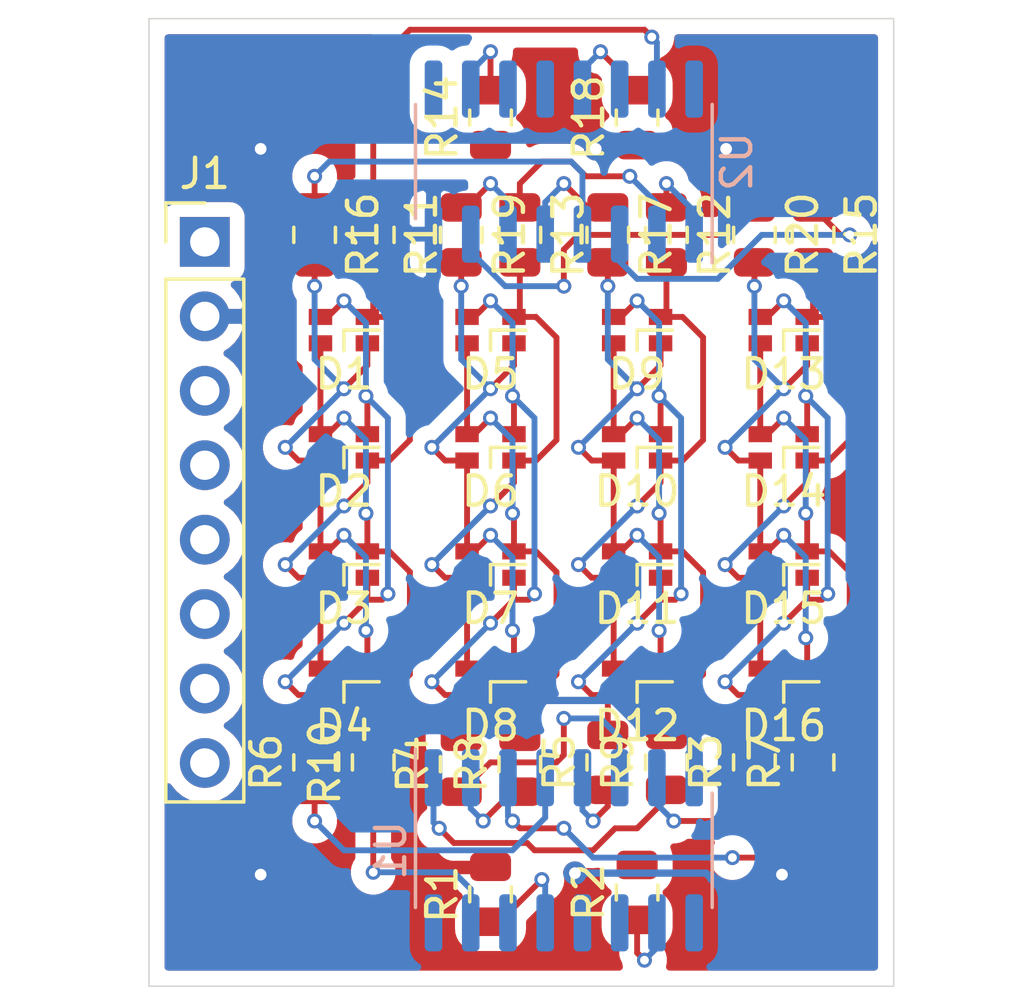
<source format=kicad_pcb>
(kicad_pcb (version 20171130) (host pcbnew "(5.1.2)-1")

  (general
    (thickness 1.6)
    (drawings 4)
    (tracks 453)
    (zones 0)
    (modules 39)
    (nets 45)
  )

  (page A4)
  (layers
    (0 F.Cu signal)
    (31 B.Cu signal)
    (32 B.Adhes user)
    (33 F.Adhes user)
    (34 B.Paste user)
    (35 F.Paste user)
    (36 B.SilkS user)
    (37 F.SilkS user)
    (38 B.Mask user)
    (39 F.Mask user)
    (40 Dwgs.User user)
    (41 Cmts.User user)
    (42 Eco1.User user)
    (43 Eco2.User user)
    (44 Edge.Cuts user)
    (45 Margin user)
    (46 B.CrtYd user)
    (47 F.CrtYd user)
    (48 B.Fab user)
    (49 F.Fab user)
  )

  (setup
    (last_trace_width 0.25)
    (user_trace_width 0.2)
    (trace_clearance 0.2)
    (zone_clearance 0.508)
    (zone_45_only no)
    (trace_min 0.2)
    (via_size 0.8)
    (via_drill 0.4)
    (via_min_size 0.4)
    (via_min_drill 0.3)
    (user_via 0.51 0.3)
    (uvia_size 0.3)
    (uvia_drill 0.1)
    (uvias_allowed no)
    (uvia_min_size 0.2)
    (uvia_min_drill 0.1)
    (edge_width 0.05)
    (segment_width 0.2)
    (pcb_text_width 0.3)
    (pcb_text_size 1.5 1.5)
    (mod_edge_width 0.12)
    (mod_text_size 1 1)
    (mod_text_width 0.15)
    (pad_size 1.524 1.524)
    (pad_drill 0.762)
    (pad_to_mask_clearance 0.051)
    (solder_mask_min_width 0.25)
    (aux_axis_origin 0 0)
    (visible_elements 7FFFFFFF)
    (pcbplotparams
      (layerselection 0x010fc_ffffffff)
      (usegerberextensions false)
      (usegerberattributes false)
      (usegerberadvancedattributes false)
      (creategerberjobfile false)
      (excludeedgelayer true)
      (linewidth 0.100000)
      (plotframeref false)
      (viasonmask false)
      (mode 1)
      (useauxorigin false)
      (hpglpennumber 1)
      (hpglpenspeed 20)
      (hpglpendiameter 15.000000)
      (psnegative false)
      (psa4output false)
      (plotreference true)
      (plotvalue true)
      (plotinvisibletext false)
      (padsonsilk false)
      (subtractmaskfromsilk false)
      (outputformat 1)
      (mirror false)
      (drillshape 1)
      (scaleselection 1)
      (outputdirectory ""))
  )

  (net 0 "")
  (net 1 /2x2_0-0/C)
  (net 2 /2x2_0-0/D)
  (net 3 /2x2_0-0/A)
  (net 4 /2x2_0-0/B)
  (net 5 /2x2_1-0/C)
  (net 6 /2x2_1-0/D)
  (net 7 /2x2_1-0/A)
  (net 8 /2x2_1-0/B)
  (net 9 /2x2_0-1/C)
  (net 10 /2x2_0-1/D)
  (net 11 /2x2_0-1/A)
  (net 12 /2x2_0-1/B)
  (net 13 /2x2_1-1/C)
  (net 14 /2x2_1-1/D)
  (net 15 /2x2_1-1/A)
  (net 16 /2x2_1-1/B)
  (net 17 RCLKY)
  (net 18 SRCLKY)
  (net 19 SERY)
  (net 20 RCLKX)
  (net 21 SRCLKX)
  (net 22 SERX)
  (net 23 GND)
  (net 24 +5V)
  (net 25 "Net-(R1-Pad1)")
  (net 26 "Net-(R2-Pad1)")
  (net 27 "Net-(R3-Pad1)")
  (net 28 "Net-(R4-Pad1)")
  (net 29 "Net-(R5-Pad1)")
  (net 30 "Net-(R6-Pad1)")
  (net 31 "Net-(R7-Pad1)")
  (net 32 "Net-(R8-Pad1)")
  (net 33 "Net-(R9-Pad1)")
  (net 34 "Net-(R10-Pad1)")
  (net 35 "Net-(R11-Pad1)")
  (net 36 "Net-(R12-Pad1)")
  (net 37 "Net-(R13-Pad1)")
  (net 38 "Net-(R14-Pad2)")
  (net 39 "Net-(R15-Pad1)")
  (net 40 "Net-(R16-Pad1)")
  (net 41 "Net-(R17-Pad1)")
  (net 42 "Net-(R18-Pad2)")
  (net 43 "Net-(R19-Pad1)")
  (net 44 "Net-(R20-Pad1)")

  (net_class Default "This is the default net class."
    (clearance 0.2)
    (trace_width 0.25)
    (via_dia 0.8)
    (via_drill 0.4)
    (uvia_dia 0.3)
    (uvia_drill 0.1)
    (add_net +5V)
    (add_net /2x2_0-0/A)
    (add_net /2x2_0-0/B)
    (add_net /2x2_0-0/C)
    (add_net /2x2_0-0/D)
    (add_net /2x2_0-1/A)
    (add_net /2x2_0-1/B)
    (add_net /2x2_0-1/C)
    (add_net /2x2_0-1/D)
    (add_net /2x2_1-0/A)
    (add_net /2x2_1-0/B)
    (add_net /2x2_1-0/C)
    (add_net /2x2_1-0/D)
    (add_net /2x2_1-1/A)
    (add_net /2x2_1-1/B)
    (add_net /2x2_1-1/C)
    (add_net /2x2_1-1/D)
    (add_net GND)
    (add_net "Net-(R1-Pad1)")
    (add_net "Net-(R10-Pad1)")
    (add_net "Net-(R11-Pad1)")
    (add_net "Net-(R12-Pad1)")
    (add_net "Net-(R13-Pad1)")
    (add_net "Net-(R14-Pad2)")
    (add_net "Net-(R15-Pad1)")
    (add_net "Net-(R16-Pad1)")
    (add_net "Net-(R17-Pad1)")
    (add_net "Net-(R18-Pad2)")
    (add_net "Net-(R19-Pad1)")
    (add_net "Net-(R2-Pad1)")
    (add_net "Net-(R20-Pad1)")
    (add_net "Net-(R3-Pad1)")
    (add_net "Net-(R4-Pad1)")
    (add_net "Net-(R5-Pad1)")
    (add_net "Net-(R6-Pad1)")
    (add_net "Net-(R7-Pad1)")
    (add_net "Net-(R8-Pad1)")
    (add_net "Net-(R9-Pad1)")
    (add_net RCLKX)
    (add_net RCLKY)
    (add_net SERX)
    (add_net SERY)
    (add_net SRCLKX)
    (add_net SRCLKY)
  )

  (module Package_SO:SOIC-16_3.9x9.9mm_P1.27mm (layer B.Cu) (tedit 5C97300E) (tstamp 5EA93901)
    (at 147.5 44.25 90)
    (descr "SOIC, 16 Pin (JEDEC MS-012AC, https://www.analog.com/media/en/package-pcb-resources/package/pkg_pdf/soic_narrow-r/r_16.pdf), generated with kicad-footprint-generator ipc_gullwing_generator.py")
    (tags "SOIC SO")
    (path /5EAA24FF)
    (attr smd)
    (fp_text reference U2 (at 0 5.9 90) (layer B.SilkS)
      (effects (font (size 1 1) (thickness 0.15)) (justify mirror))
    )
    (fp_text value 74HC595 (at 0 -5.9 90) (layer B.Fab)
      (effects (font (size 1 1) (thickness 0.15)) (justify mirror))
    )
    (fp_text user %R (at 0 0 90) (layer B.Fab)
      (effects (font (size 0.98 0.98) (thickness 0.15)) (justify mirror))
    )
    (fp_line (start 3.7 5.2) (end -3.7 5.2) (layer B.CrtYd) (width 0.05))
    (fp_line (start 3.7 -5.2) (end 3.7 5.2) (layer B.CrtYd) (width 0.05))
    (fp_line (start -3.7 -5.2) (end 3.7 -5.2) (layer B.CrtYd) (width 0.05))
    (fp_line (start -3.7 5.2) (end -3.7 -5.2) (layer B.CrtYd) (width 0.05))
    (fp_line (start -1.95 3.975) (end -0.975 4.95) (layer B.Fab) (width 0.1))
    (fp_line (start -1.95 -4.95) (end -1.95 3.975) (layer B.Fab) (width 0.1))
    (fp_line (start 1.95 -4.95) (end -1.95 -4.95) (layer B.Fab) (width 0.1))
    (fp_line (start 1.95 4.95) (end 1.95 -4.95) (layer B.Fab) (width 0.1))
    (fp_line (start -0.975 4.95) (end 1.95 4.95) (layer B.Fab) (width 0.1))
    (fp_line (start 0 5.06) (end -3.45 5.06) (layer B.SilkS) (width 0.12))
    (fp_line (start 0 5.06) (end 1.95 5.06) (layer B.SilkS) (width 0.12))
    (fp_line (start 0 -5.06) (end -1.95 -5.06) (layer B.SilkS) (width 0.12))
    (fp_line (start 0 -5.06) (end 1.95 -5.06) (layer B.SilkS) (width 0.12))
    (pad 16 smd roundrect (at 2.475 4.445 90) (size 1.95 0.6) (layers B.Cu B.Paste B.Mask) (roundrect_rratio 0.25)
      (net 24 +5V))
    (pad 15 smd roundrect (at 2.475 3.175 90) (size 1.95 0.6) (layers B.Cu B.Paste B.Mask) (roundrect_rratio 0.25)
      (net 35 "Net-(R11-Pad1)"))
    (pad 14 smd roundrect (at 2.475 1.905 90) (size 1.95 0.6) (layers B.Cu B.Paste B.Mask) (roundrect_rratio 0.25)
      (net 22 SERX))
    (pad 13 smd roundrect (at 2.475 0.635 90) (size 1.95 0.6) (layers B.Cu B.Paste B.Mask) (roundrect_rratio 0.25)
      (net 42 "Net-(R18-Pad2)"))
    (pad 12 smd roundrect (at 2.475 -0.635 90) (size 1.95 0.6) (layers B.Cu B.Paste B.Mask) (roundrect_rratio 0.25)
      (net 20 RCLKX))
    (pad 11 smd roundrect (at 2.475 -1.905 90) (size 1.95 0.6) (layers B.Cu B.Paste B.Mask) (roundrect_rratio 0.25)
      (net 21 SRCLKX))
    (pad 10 smd roundrect (at 2.475 -3.175 90) (size 1.95 0.6) (layers B.Cu B.Paste B.Mask) (roundrect_rratio 0.25)
      (net 38 "Net-(R14-Pad2)"))
    (pad 9 smd roundrect (at 2.475 -4.445 90) (size 1.95 0.6) (layers B.Cu B.Paste B.Mask) (roundrect_rratio 0.25))
    (pad 8 smd roundrect (at -2.475 -4.445 90) (size 1.95 0.6) (layers B.Cu B.Paste B.Mask) (roundrect_rratio 0.25)
      (net 23 GND))
    (pad 7 smd roundrect (at -2.475 -3.175 90) (size 1.95 0.6) (layers B.Cu B.Paste B.Mask) (roundrect_rratio 0.25)
      (net 44 "Net-(R20-Pad1)"))
    (pad 6 smd roundrect (at -2.475 -1.905 90) (size 1.95 0.6) (layers B.Cu B.Paste B.Mask) (roundrect_rratio 0.25)
      (net 43 "Net-(R19-Pad1)"))
    (pad 5 smd roundrect (at -2.475 -0.635 90) (size 1.95 0.6) (layers B.Cu B.Paste B.Mask) (roundrect_rratio 0.25)
      (net 41 "Net-(R17-Pad1)"))
    (pad 4 smd roundrect (at -2.475 0.635 90) (size 1.95 0.6) (layers B.Cu B.Paste B.Mask) (roundrect_rratio 0.25)
      (net 40 "Net-(R16-Pad1)"))
    (pad 3 smd roundrect (at -2.475 1.905 90) (size 1.95 0.6) (layers B.Cu B.Paste B.Mask) (roundrect_rratio 0.25)
      (net 39 "Net-(R15-Pad1)"))
    (pad 2 smd roundrect (at -2.475 3.175 90) (size 1.95 0.6) (layers B.Cu B.Paste B.Mask) (roundrect_rratio 0.25)
      (net 37 "Net-(R13-Pad1)"))
    (pad 1 smd roundrect (at -2.475 4.445 90) (size 1.95 0.6) (layers B.Cu B.Paste B.Mask) (roundrect_rratio 0.25)
      (net 36 "Net-(R12-Pad1)"))
    (model ${KISYS3DMOD}/Package_SO.3dshapes/SOIC-16_3.9x9.9mm_P1.27mm.wrl
      (at (xyz 0 0 0))
      (scale (xyz 1 1 1))
      (rotate (xyz 0 0 0))
    )
  )

  (module Package_SO:SOIC-16_3.9x9.9mm_P1.27mm (layer B.Cu) (tedit 5C97300E) (tstamp 5EA938DF)
    (at 147.5 67.75 270)
    (descr "SOIC, 16 Pin (JEDEC MS-012AC, https://www.analog.com/media/en/package-pcb-resources/package/pkg_pdf/soic_narrow-r/r_16.pdf), generated with kicad-footprint-generator ipc_gullwing_generator.py")
    (tags "SOIC SO")
    (path /5EAA064F)
    (attr smd)
    (fp_text reference U1 (at 0 5.9 90) (layer B.SilkS)
      (effects (font (size 1 1) (thickness 0.15)) (justify mirror))
    )
    (fp_text value 74HC595 (at 0 -5.9 90) (layer B.Fab)
      (effects (font (size 1 1) (thickness 0.15)) (justify mirror))
    )
    (fp_text user %R (at 0 0 90) (layer B.Fab)
      (effects (font (size 0.98 0.98) (thickness 0.15)) (justify mirror))
    )
    (fp_line (start 3.7 5.2) (end -3.7 5.2) (layer B.CrtYd) (width 0.05))
    (fp_line (start 3.7 -5.2) (end 3.7 5.2) (layer B.CrtYd) (width 0.05))
    (fp_line (start -3.7 -5.2) (end 3.7 -5.2) (layer B.CrtYd) (width 0.05))
    (fp_line (start -3.7 5.2) (end -3.7 -5.2) (layer B.CrtYd) (width 0.05))
    (fp_line (start -1.95 3.975) (end -0.975 4.95) (layer B.Fab) (width 0.1))
    (fp_line (start -1.95 -4.95) (end -1.95 3.975) (layer B.Fab) (width 0.1))
    (fp_line (start 1.95 -4.95) (end -1.95 -4.95) (layer B.Fab) (width 0.1))
    (fp_line (start 1.95 4.95) (end 1.95 -4.95) (layer B.Fab) (width 0.1))
    (fp_line (start -0.975 4.95) (end 1.95 4.95) (layer B.Fab) (width 0.1))
    (fp_line (start 0 5.06) (end -3.45 5.06) (layer B.SilkS) (width 0.12))
    (fp_line (start 0 5.06) (end 1.95 5.06) (layer B.SilkS) (width 0.12))
    (fp_line (start 0 -5.06) (end -1.95 -5.06) (layer B.SilkS) (width 0.12))
    (fp_line (start 0 -5.06) (end 1.95 -5.06) (layer B.SilkS) (width 0.12))
    (pad 16 smd roundrect (at 2.475 4.445 270) (size 1.95 0.6) (layers B.Cu B.Paste B.Mask) (roundrect_rratio 0.25)
      (net 24 +5V))
    (pad 15 smd roundrect (at 2.475 3.175 270) (size 1.95 0.6) (layers B.Cu B.Paste B.Mask) (roundrect_rratio 0.25)
      (net 34 "Net-(R10-Pad1)"))
    (pad 14 smd roundrect (at 2.475 1.905 270) (size 1.95 0.6) (layers B.Cu B.Paste B.Mask) (roundrect_rratio 0.25)
      (net 19 SERY))
    (pad 13 smd roundrect (at 2.475 0.635 270) (size 1.95 0.6) (layers B.Cu B.Paste B.Mask) (roundrect_rratio 0.25)
      (net 25 "Net-(R1-Pad1)"))
    (pad 12 smd roundrect (at 2.475 -0.635 270) (size 1.95 0.6) (layers B.Cu B.Paste B.Mask) (roundrect_rratio 0.25)
      (net 17 RCLKY))
    (pad 11 smd roundrect (at 2.475 -1.905 270) (size 1.95 0.6) (layers B.Cu B.Paste B.Mask) (roundrect_rratio 0.25)
      (net 18 SRCLKY))
    (pad 10 smd roundrect (at 2.475 -3.175 270) (size 1.95 0.6) (layers B.Cu B.Paste B.Mask) (roundrect_rratio 0.25)
      (net 26 "Net-(R2-Pad1)"))
    (pad 9 smd roundrect (at 2.475 -4.445 270) (size 1.95 0.6) (layers B.Cu B.Paste B.Mask) (roundrect_rratio 0.25))
    (pad 8 smd roundrect (at -2.475 -4.445 270) (size 1.95 0.6) (layers B.Cu B.Paste B.Mask) (roundrect_rratio 0.25)
      (net 23 GND))
    (pad 7 smd roundrect (at -2.475 -3.175 270) (size 1.95 0.6) (layers B.Cu B.Paste B.Mask) (roundrect_rratio 0.25)
      (net 27 "Net-(R3-Pad1)"))
    (pad 6 smd roundrect (at -2.475 -1.905 270) (size 1.95 0.6) (layers B.Cu B.Paste B.Mask) (roundrect_rratio 0.25)
      (net 28 "Net-(R4-Pad1)"))
    (pad 5 smd roundrect (at -2.475 -0.635 270) (size 1.95 0.6) (layers B.Cu B.Paste B.Mask) (roundrect_rratio 0.25)
      (net 29 "Net-(R5-Pad1)"))
    (pad 4 smd roundrect (at -2.475 0.635 270) (size 1.95 0.6) (layers B.Cu B.Paste B.Mask) (roundrect_rratio 0.25)
      (net 30 "Net-(R6-Pad1)"))
    (pad 3 smd roundrect (at -2.475 1.905 270) (size 1.95 0.6) (layers B.Cu B.Paste B.Mask) (roundrect_rratio 0.25)
      (net 31 "Net-(R7-Pad1)"))
    (pad 2 smd roundrect (at -2.475 3.175 270) (size 1.95 0.6) (layers B.Cu B.Paste B.Mask) (roundrect_rratio 0.25)
      (net 32 "Net-(R8-Pad1)"))
    (pad 1 smd roundrect (at -2.475 4.445 270) (size 1.95 0.6) (layers B.Cu B.Paste B.Mask) (roundrect_rratio 0.25)
      (net 33 "Net-(R9-Pad1)"))
    (model ${KISYS3DMOD}/Package_SO.3dshapes/SOIC-16_3.9x9.9mm_P1.27mm.wrl
      (at (xyz 0 0 0))
      (scale (xyz 1 1 1))
      (rotate (xyz 0 0 0))
    )
  )

  (module Resistor_SMD:R_0805_2012Metric (layer F.Cu) (tedit 5B36C52B) (tstamp 5EA938BD)
    (at 154 46.75 270)
    (descr "Resistor SMD 0805 (2012 Metric), square (rectangular) end terminal, IPC_7351 nominal, (Body size source: https://docs.google.com/spreadsheets/d/1BsfQQcO9C6DZCsRaXUlFlo91Tg2WpOkGARC1WS5S8t0/edit?usp=sharing), generated with kicad-footprint-generator")
    (tags resistor)
    (path /5EAA9D9F)
    (attr smd)
    (fp_text reference R20 (at 0 -1.65 90) (layer F.SilkS)
      (effects (font (size 1 1) (thickness 0.15)))
    )
    (fp_text value 330R (at 0 1.65 90) (layer F.Fab)
      (effects (font (size 1 1) (thickness 0.15)))
    )
    (fp_text user %R (at 0 0 90) (layer F.Fab)
      (effects (font (size 0.5 0.5) (thickness 0.08)))
    )
    (fp_line (start 1.68 0.95) (end -1.68 0.95) (layer F.CrtYd) (width 0.05))
    (fp_line (start 1.68 -0.95) (end 1.68 0.95) (layer F.CrtYd) (width 0.05))
    (fp_line (start -1.68 -0.95) (end 1.68 -0.95) (layer F.CrtYd) (width 0.05))
    (fp_line (start -1.68 0.95) (end -1.68 -0.95) (layer F.CrtYd) (width 0.05))
    (fp_line (start -0.258578 0.71) (end 0.258578 0.71) (layer F.SilkS) (width 0.12))
    (fp_line (start -0.258578 -0.71) (end 0.258578 -0.71) (layer F.SilkS) (width 0.12))
    (fp_line (start 1 0.6) (end -1 0.6) (layer F.Fab) (width 0.1))
    (fp_line (start 1 -0.6) (end 1 0.6) (layer F.Fab) (width 0.1))
    (fp_line (start -1 -0.6) (end 1 -0.6) (layer F.Fab) (width 0.1))
    (fp_line (start -1 0.6) (end -1 -0.6) (layer F.Fab) (width 0.1))
    (pad 2 smd roundrect (at 0.9375 0 270) (size 0.975 1.4) (layers F.Cu F.Paste F.Mask) (roundrect_rratio 0.25)
      (net 14 /2x2_1-1/D))
    (pad 1 smd roundrect (at -0.9375 0 270) (size 0.975 1.4) (layers F.Cu F.Paste F.Mask) (roundrect_rratio 0.25)
      (net 44 "Net-(R20-Pad1)"))
    (model ${KISYS3DMOD}/Resistor_SMD.3dshapes/R_0805_2012Metric.wrl
      (at (xyz 0 0 0))
      (scale (xyz 1 1 1))
      (rotate (xyz 0 0 0))
    )
  )

  (module Resistor_SMD:R_0805_2012Metric (layer F.Cu) (tedit 5B36C52B) (tstamp 5EA938AC)
    (at 144 46.75 270)
    (descr "Resistor SMD 0805 (2012 Metric), square (rectangular) end terminal, IPC_7351 nominal, (Body size source: https://docs.google.com/spreadsheets/d/1BsfQQcO9C6DZCsRaXUlFlo91Tg2WpOkGARC1WS5S8t0/edit?usp=sharing), generated with kicad-footprint-generator")
    (tags resistor)
    (path /5EAA9D99)
    (attr smd)
    (fp_text reference R19 (at 0 -1.65 90) (layer F.SilkS)
      (effects (font (size 1 1) (thickness 0.15)))
    )
    (fp_text value 330R (at 0 1.65 90) (layer F.Fab)
      (effects (font (size 1 1) (thickness 0.15)))
    )
    (fp_text user %R (at 0 0 90) (layer F.Fab)
      (effects (font (size 0.5 0.5) (thickness 0.08)))
    )
    (fp_line (start 1.68 0.95) (end -1.68 0.95) (layer F.CrtYd) (width 0.05))
    (fp_line (start 1.68 -0.95) (end 1.68 0.95) (layer F.CrtYd) (width 0.05))
    (fp_line (start -1.68 -0.95) (end 1.68 -0.95) (layer F.CrtYd) (width 0.05))
    (fp_line (start -1.68 0.95) (end -1.68 -0.95) (layer F.CrtYd) (width 0.05))
    (fp_line (start -0.258578 0.71) (end 0.258578 0.71) (layer F.SilkS) (width 0.12))
    (fp_line (start -0.258578 -0.71) (end 0.258578 -0.71) (layer F.SilkS) (width 0.12))
    (fp_line (start 1 0.6) (end -1 0.6) (layer F.Fab) (width 0.1))
    (fp_line (start 1 -0.6) (end 1 0.6) (layer F.Fab) (width 0.1))
    (fp_line (start -1 -0.6) (end 1 -0.6) (layer F.Fab) (width 0.1))
    (fp_line (start -1 0.6) (end -1 -0.6) (layer F.Fab) (width 0.1))
    (pad 2 smd roundrect (at 0.9375 0 270) (size 0.975 1.4) (layers F.Cu F.Paste F.Mask) (roundrect_rratio 0.25)
      (net 6 /2x2_1-0/D))
    (pad 1 smd roundrect (at -0.9375 0 270) (size 0.975 1.4) (layers F.Cu F.Paste F.Mask) (roundrect_rratio 0.25)
      (net 43 "Net-(R19-Pad1)"))
    (model ${KISYS3DMOD}/Resistor_SMD.3dshapes/R_0805_2012Metric.wrl
      (at (xyz 0 0 0))
      (scale (xyz 1 1 1))
      (rotate (xyz 0 0 0))
    )
  )

  (module Resistor_SMD:R_0805_2012Metric (layer F.Cu) (tedit 5B36C52B) (tstamp 5EA9389B)
    (at 150 42.75 90)
    (descr "Resistor SMD 0805 (2012 Metric), square (rectangular) end terminal, IPC_7351 nominal, (Body size source: https://docs.google.com/spreadsheets/d/1BsfQQcO9C6DZCsRaXUlFlo91Tg2WpOkGARC1WS5S8t0/edit?usp=sharing), generated with kicad-footprint-generator")
    (tags resistor)
    (path /5EB1D91F)
    (attr smd)
    (fp_text reference R18 (at 0 -1.65 90) (layer F.SilkS)
      (effects (font (size 1 1) (thickness 0.15)))
    )
    (fp_text value 10kR (at 0 1.65 90) (layer F.Fab)
      (effects (font (size 1 1) (thickness 0.15)))
    )
    (fp_text user %R (at 0 0 90) (layer F.Fab)
      (effects (font (size 0.5 0.5) (thickness 0.08)))
    )
    (fp_line (start 1.68 0.95) (end -1.68 0.95) (layer F.CrtYd) (width 0.05))
    (fp_line (start 1.68 -0.95) (end 1.68 0.95) (layer F.CrtYd) (width 0.05))
    (fp_line (start -1.68 -0.95) (end 1.68 -0.95) (layer F.CrtYd) (width 0.05))
    (fp_line (start -1.68 0.95) (end -1.68 -0.95) (layer F.CrtYd) (width 0.05))
    (fp_line (start -0.258578 0.71) (end 0.258578 0.71) (layer F.SilkS) (width 0.12))
    (fp_line (start -0.258578 -0.71) (end 0.258578 -0.71) (layer F.SilkS) (width 0.12))
    (fp_line (start 1 0.6) (end -1 0.6) (layer F.Fab) (width 0.1))
    (fp_line (start 1 -0.6) (end 1 0.6) (layer F.Fab) (width 0.1))
    (fp_line (start -1 -0.6) (end 1 -0.6) (layer F.Fab) (width 0.1))
    (fp_line (start -1 0.6) (end -1 -0.6) (layer F.Fab) (width 0.1))
    (pad 2 smd roundrect (at 0.9375 0 90) (size 0.975 1.4) (layers F.Cu F.Paste F.Mask) (roundrect_rratio 0.25)
      (net 42 "Net-(R18-Pad2)"))
    (pad 1 smd roundrect (at -0.9375 0 90) (size 0.975 1.4) (layers F.Cu F.Paste F.Mask) (roundrect_rratio 0.25)
      (net 23 GND))
    (model ${KISYS3DMOD}/Resistor_SMD.3dshapes/R_0805_2012Metric.wrl
      (at (xyz 0 0 0))
      (scale (xyz 1 1 1))
      (rotate (xyz 0 0 0))
    )
  )

  (module Resistor_SMD:R_0805_2012Metric (layer F.Cu) (tedit 5B36C52B) (tstamp 5EA9388A)
    (at 149 46.75 270)
    (descr "Resistor SMD 0805 (2012 Metric), square (rectangular) end terminal, IPC_7351 nominal, (Body size source: https://docs.google.com/spreadsheets/d/1BsfQQcO9C6DZCsRaXUlFlo91Tg2WpOkGARC1WS5S8t0/edit?usp=sharing), generated with kicad-footprint-generator")
    (tags resistor)
    (path /5EAA9D93)
    (attr smd)
    (fp_text reference R17 (at 0 -1.65 90) (layer F.SilkS)
      (effects (font (size 1 1) (thickness 0.15)))
    )
    (fp_text value 330R (at 0 1.65 90) (layer F.Fab)
      (effects (font (size 1 1) (thickness 0.15)))
    )
    (fp_text user %R (at 0 0 90) (layer F.Fab)
      (effects (font (size 0.5 0.5) (thickness 0.08)))
    )
    (fp_line (start 1.68 0.95) (end -1.68 0.95) (layer F.CrtYd) (width 0.05))
    (fp_line (start 1.68 -0.95) (end 1.68 0.95) (layer F.CrtYd) (width 0.05))
    (fp_line (start -1.68 -0.95) (end 1.68 -0.95) (layer F.CrtYd) (width 0.05))
    (fp_line (start -1.68 0.95) (end -1.68 -0.95) (layer F.CrtYd) (width 0.05))
    (fp_line (start -0.258578 0.71) (end 0.258578 0.71) (layer F.SilkS) (width 0.12))
    (fp_line (start -0.258578 -0.71) (end 0.258578 -0.71) (layer F.SilkS) (width 0.12))
    (fp_line (start 1 0.6) (end -1 0.6) (layer F.Fab) (width 0.1))
    (fp_line (start 1 -0.6) (end 1 0.6) (layer F.Fab) (width 0.1))
    (fp_line (start -1 -0.6) (end 1 -0.6) (layer F.Fab) (width 0.1))
    (fp_line (start -1 0.6) (end -1 -0.6) (layer F.Fab) (width 0.1))
    (pad 2 smd roundrect (at 0.9375 0 270) (size 0.975 1.4) (layers F.Cu F.Paste F.Mask) (roundrect_rratio 0.25)
      (net 10 /2x2_0-1/D))
    (pad 1 smd roundrect (at -0.9375 0 270) (size 0.975 1.4) (layers F.Cu F.Paste F.Mask) (roundrect_rratio 0.25)
      (net 41 "Net-(R17-Pad1)"))
    (model ${KISYS3DMOD}/Resistor_SMD.3dshapes/R_0805_2012Metric.wrl
      (at (xyz 0 0 0))
      (scale (xyz 1 1 1))
      (rotate (xyz 0 0 0))
    )
  )

  (module Resistor_SMD:R_0805_2012Metric (layer F.Cu) (tedit 5B36C52B) (tstamp 5EA93879)
    (at 139 46.75 270)
    (descr "Resistor SMD 0805 (2012 Metric), square (rectangular) end terminal, IPC_7351 nominal, (Body size source: https://docs.google.com/spreadsheets/d/1BsfQQcO9C6DZCsRaXUlFlo91Tg2WpOkGARC1WS5S8t0/edit?usp=sharing), generated with kicad-footprint-generator")
    (tags resistor)
    (path /5EAA9D8D)
    (attr smd)
    (fp_text reference R16 (at 0 -1.65 90) (layer F.SilkS)
      (effects (font (size 1 1) (thickness 0.15)))
    )
    (fp_text value 330R (at 0 1.65 90) (layer F.Fab)
      (effects (font (size 1 1) (thickness 0.15)))
    )
    (fp_text user %R (at 0 0 90) (layer F.Fab)
      (effects (font (size 0.5 0.5) (thickness 0.08)))
    )
    (fp_line (start 1.68 0.95) (end -1.68 0.95) (layer F.CrtYd) (width 0.05))
    (fp_line (start 1.68 -0.95) (end 1.68 0.95) (layer F.CrtYd) (width 0.05))
    (fp_line (start -1.68 -0.95) (end 1.68 -0.95) (layer F.CrtYd) (width 0.05))
    (fp_line (start -1.68 0.95) (end -1.68 -0.95) (layer F.CrtYd) (width 0.05))
    (fp_line (start -0.258578 0.71) (end 0.258578 0.71) (layer F.SilkS) (width 0.12))
    (fp_line (start -0.258578 -0.71) (end 0.258578 -0.71) (layer F.SilkS) (width 0.12))
    (fp_line (start 1 0.6) (end -1 0.6) (layer F.Fab) (width 0.1))
    (fp_line (start 1 -0.6) (end 1 0.6) (layer F.Fab) (width 0.1))
    (fp_line (start -1 -0.6) (end 1 -0.6) (layer F.Fab) (width 0.1))
    (fp_line (start -1 0.6) (end -1 -0.6) (layer F.Fab) (width 0.1))
    (pad 2 smd roundrect (at 0.9375 0 270) (size 0.975 1.4) (layers F.Cu F.Paste F.Mask) (roundrect_rratio 0.25)
      (net 2 /2x2_0-0/D))
    (pad 1 smd roundrect (at -0.9375 0 270) (size 0.975 1.4) (layers F.Cu F.Paste F.Mask) (roundrect_rratio 0.25)
      (net 40 "Net-(R16-Pad1)"))
    (model ${KISYS3DMOD}/Resistor_SMD.3dshapes/R_0805_2012Metric.wrl
      (at (xyz 0 0 0))
      (scale (xyz 1 1 1))
      (rotate (xyz 0 0 0))
    )
  )

  (module Resistor_SMD:R_0805_2012Metric (layer F.Cu) (tedit 5B36C52B) (tstamp 5EA93868)
    (at 156 46.75 270)
    (descr "Resistor SMD 0805 (2012 Metric), square (rectangular) end terminal, IPC_7351 nominal, (Body size source: https://docs.google.com/spreadsheets/d/1BsfQQcO9C6DZCsRaXUlFlo91Tg2WpOkGARC1WS5S8t0/edit?usp=sharing), generated with kicad-footprint-generator")
    (tags resistor)
    (path /5EAA9D87)
    (attr smd)
    (fp_text reference R15 (at 0 -1.65 90) (layer F.SilkS)
      (effects (font (size 1 1) (thickness 0.15)))
    )
    (fp_text value 330R (at 0 1.65 90) (layer F.Fab)
      (effects (font (size 1 1) (thickness 0.15)))
    )
    (fp_text user %R (at 0 0 90) (layer F.Fab)
      (effects (font (size 0.5 0.5) (thickness 0.08)))
    )
    (fp_line (start 1.68 0.95) (end -1.68 0.95) (layer F.CrtYd) (width 0.05))
    (fp_line (start 1.68 -0.95) (end 1.68 0.95) (layer F.CrtYd) (width 0.05))
    (fp_line (start -1.68 -0.95) (end 1.68 -0.95) (layer F.CrtYd) (width 0.05))
    (fp_line (start -1.68 0.95) (end -1.68 -0.95) (layer F.CrtYd) (width 0.05))
    (fp_line (start -0.258578 0.71) (end 0.258578 0.71) (layer F.SilkS) (width 0.12))
    (fp_line (start -0.258578 -0.71) (end 0.258578 -0.71) (layer F.SilkS) (width 0.12))
    (fp_line (start 1 0.6) (end -1 0.6) (layer F.Fab) (width 0.1))
    (fp_line (start 1 -0.6) (end 1 0.6) (layer F.Fab) (width 0.1))
    (fp_line (start -1 -0.6) (end 1 -0.6) (layer F.Fab) (width 0.1))
    (fp_line (start -1 0.6) (end -1 -0.6) (layer F.Fab) (width 0.1))
    (pad 2 smd roundrect (at 0.9375 0 270) (size 0.975 1.4) (layers F.Cu F.Paste F.Mask) (roundrect_rratio 0.25)
      (net 13 /2x2_1-1/C))
    (pad 1 smd roundrect (at -0.9375 0 270) (size 0.975 1.4) (layers F.Cu F.Paste F.Mask) (roundrect_rratio 0.25)
      (net 39 "Net-(R15-Pad1)"))
    (model ${KISYS3DMOD}/Resistor_SMD.3dshapes/R_0805_2012Metric.wrl
      (at (xyz 0 0 0))
      (scale (xyz 1 1 1))
      (rotate (xyz 0 0 0))
    )
  )

  (module Resistor_SMD:R_0805_2012Metric (layer F.Cu) (tedit 5B36C52B) (tstamp 5EA93857)
    (at 145 42.75 90)
    (descr "Resistor SMD 0805 (2012 Metric), square (rectangular) end terminal, IPC_7351 nominal, (Body size source: https://docs.google.com/spreadsheets/d/1BsfQQcO9C6DZCsRaXUlFlo91Tg2WpOkGARC1WS5S8t0/edit?usp=sharing), generated with kicad-footprint-generator")
    (tags resistor)
    (path /5EB03673)
    (attr smd)
    (fp_text reference R14 (at 0 -1.65 90) (layer F.SilkS)
      (effects (font (size 1 1) (thickness 0.15)))
    )
    (fp_text value 10kR (at 0 1.65 90) (layer F.Fab)
      (effects (font (size 1 1) (thickness 0.15)))
    )
    (fp_text user %R (at 0 0 90) (layer F.Fab)
      (effects (font (size 0.5 0.5) (thickness 0.08)))
    )
    (fp_line (start 1.68 0.95) (end -1.68 0.95) (layer F.CrtYd) (width 0.05))
    (fp_line (start 1.68 -0.95) (end 1.68 0.95) (layer F.CrtYd) (width 0.05))
    (fp_line (start -1.68 -0.95) (end 1.68 -0.95) (layer F.CrtYd) (width 0.05))
    (fp_line (start -1.68 0.95) (end -1.68 -0.95) (layer F.CrtYd) (width 0.05))
    (fp_line (start -0.258578 0.71) (end 0.258578 0.71) (layer F.SilkS) (width 0.12))
    (fp_line (start -0.258578 -0.71) (end 0.258578 -0.71) (layer F.SilkS) (width 0.12))
    (fp_line (start 1 0.6) (end -1 0.6) (layer F.Fab) (width 0.1))
    (fp_line (start 1 -0.6) (end 1 0.6) (layer F.Fab) (width 0.1))
    (fp_line (start -1 -0.6) (end 1 -0.6) (layer F.Fab) (width 0.1))
    (fp_line (start -1 0.6) (end -1 -0.6) (layer F.Fab) (width 0.1))
    (pad 2 smd roundrect (at 0.9375 0 90) (size 0.975 1.4) (layers F.Cu F.Paste F.Mask) (roundrect_rratio 0.25)
      (net 38 "Net-(R14-Pad2)"))
    (pad 1 smd roundrect (at -0.9375 0 90) (size 0.975 1.4) (layers F.Cu F.Paste F.Mask) (roundrect_rratio 0.25)
      (net 24 +5V))
    (model ${KISYS3DMOD}/Resistor_SMD.3dshapes/R_0805_2012Metric.wrl
      (at (xyz 0 0 0))
      (scale (xyz 1 1 1))
      (rotate (xyz 0 0 0))
    )
  )

  (module Resistor_SMD:R_0805_2012Metric (layer F.Cu) (tedit 5B36C52B) (tstamp 5EA93846)
    (at 146 46.75 270)
    (descr "Resistor SMD 0805 (2012 Metric), square (rectangular) end terminal, IPC_7351 nominal, (Body size source: https://docs.google.com/spreadsheets/d/1BsfQQcO9C6DZCsRaXUlFlo91Tg2WpOkGARC1WS5S8t0/edit?usp=sharing), generated with kicad-footprint-generator")
    (tags resistor)
    (path /5EAA9D81)
    (attr smd)
    (fp_text reference R13 (at 0 -1.65 90) (layer F.SilkS)
      (effects (font (size 1 1) (thickness 0.15)))
    )
    (fp_text value 330R (at 0 1.65 90) (layer F.Fab)
      (effects (font (size 1 1) (thickness 0.15)))
    )
    (fp_text user %R (at 0 0 90) (layer F.Fab)
      (effects (font (size 0.5 0.5) (thickness 0.08)))
    )
    (fp_line (start 1.68 0.95) (end -1.68 0.95) (layer F.CrtYd) (width 0.05))
    (fp_line (start 1.68 -0.95) (end 1.68 0.95) (layer F.CrtYd) (width 0.05))
    (fp_line (start -1.68 -0.95) (end 1.68 -0.95) (layer F.CrtYd) (width 0.05))
    (fp_line (start -1.68 0.95) (end -1.68 -0.95) (layer F.CrtYd) (width 0.05))
    (fp_line (start -0.258578 0.71) (end 0.258578 0.71) (layer F.SilkS) (width 0.12))
    (fp_line (start -0.258578 -0.71) (end 0.258578 -0.71) (layer F.SilkS) (width 0.12))
    (fp_line (start 1 0.6) (end -1 0.6) (layer F.Fab) (width 0.1))
    (fp_line (start 1 -0.6) (end 1 0.6) (layer F.Fab) (width 0.1))
    (fp_line (start -1 -0.6) (end 1 -0.6) (layer F.Fab) (width 0.1))
    (fp_line (start -1 0.6) (end -1 -0.6) (layer F.Fab) (width 0.1))
    (pad 2 smd roundrect (at 0.9375 0 270) (size 0.975 1.4) (layers F.Cu F.Paste F.Mask) (roundrect_rratio 0.25)
      (net 5 /2x2_1-0/C))
    (pad 1 smd roundrect (at -0.9375 0 270) (size 0.975 1.4) (layers F.Cu F.Paste F.Mask) (roundrect_rratio 0.25)
      (net 37 "Net-(R13-Pad1)"))
    (model ${KISYS3DMOD}/Resistor_SMD.3dshapes/R_0805_2012Metric.wrl
      (at (xyz 0 0 0))
      (scale (xyz 1 1 1))
      (rotate (xyz 0 0 0))
    )
  )

  (module Resistor_SMD:R_0805_2012Metric (layer F.Cu) (tedit 5B36C52B) (tstamp 5EA93835)
    (at 151 46.75 270)
    (descr "Resistor SMD 0805 (2012 Metric), square (rectangular) end terminal, IPC_7351 nominal, (Body size source: https://docs.google.com/spreadsheets/d/1BsfQQcO9C6DZCsRaXUlFlo91Tg2WpOkGARC1WS5S8t0/edit?usp=sharing), generated with kicad-footprint-generator")
    (tags resistor)
    (path /5EAA9D7B)
    (attr smd)
    (fp_text reference R12 (at 0 -1.65 90) (layer F.SilkS)
      (effects (font (size 1 1) (thickness 0.15)))
    )
    (fp_text value 330R (at 0 1.65 90) (layer F.Fab)
      (effects (font (size 1 1) (thickness 0.15)))
    )
    (fp_text user %R (at 0 0 90) (layer F.Fab)
      (effects (font (size 0.5 0.5) (thickness 0.08)))
    )
    (fp_line (start 1.68 0.95) (end -1.68 0.95) (layer F.CrtYd) (width 0.05))
    (fp_line (start 1.68 -0.95) (end 1.68 0.95) (layer F.CrtYd) (width 0.05))
    (fp_line (start -1.68 -0.95) (end 1.68 -0.95) (layer F.CrtYd) (width 0.05))
    (fp_line (start -1.68 0.95) (end -1.68 -0.95) (layer F.CrtYd) (width 0.05))
    (fp_line (start -0.258578 0.71) (end 0.258578 0.71) (layer F.SilkS) (width 0.12))
    (fp_line (start -0.258578 -0.71) (end 0.258578 -0.71) (layer F.SilkS) (width 0.12))
    (fp_line (start 1 0.6) (end -1 0.6) (layer F.Fab) (width 0.1))
    (fp_line (start 1 -0.6) (end 1 0.6) (layer F.Fab) (width 0.1))
    (fp_line (start -1 -0.6) (end 1 -0.6) (layer F.Fab) (width 0.1))
    (fp_line (start -1 0.6) (end -1 -0.6) (layer F.Fab) (width 0.1))
    (pad 2 smd roundrect (at 0.9375 0 270) (size 0.975 1.4) (layers F.Cu F.Paste F.Mask) (roundrect_rratio 0.25)
      (net 9 /2x2_0-1/C))
    (pad 1 smd roundrect (at -0.9375 0 270) (size 0.975 1.4) (layers F.Cu F.Paste F.Mask) (roundrect_rratio 0.25)
      (net 36 "Net-(R12-Pad1)"))
    (model ${KISYS3DMOD}/Resistor_SMD.3dshapes/R_0805_2012Metric.wrl
      (at (xyz 0 0 0))
      (scale (xyz 1 1 1))
      (rotate (xyz 0 0 0))
    )
  )

  (module Resistor_SMD:R_0805_2012Metric (layer F.Cu) (tedit 5B36C52B) (tstamp 5EA93824)
    (at 141 46.75 270)
    (descr "Resistor SMD 0805 (2012 Metric), square (rectangular) end terminal, IPC_7351 nominal, (Body size source: https://docs.google.com/spreadsheets/d/1BsfQQcO9C6DZCsRaXUlFlo91Tg2WpOkGARC1WS5S8t0/edit?usp=sharing), generated with kicad-footprint-generator")
    (tags resistor)
    (path /5EAA9D75)
    (attr smd)
    (fp_text reference R11 (at 0 -1.65 90) (layer F.SilkS)
      (effects (font (size 1 1) (thickness 0.15)))
    )
    (fp_text value 330R (at 0 1.65 90) (layer F.Fab)
      (effects (font (size 1 1) (thickness 0.15)))
    )
    (fp_text user %R (at 0 0 90) (layer F.Fab)
      (effects (font (size 0.5 0.5) (thickness 0.08)))
    )
    (fp_line (start 1.68 0.95) (end -1.68 0.95) (layer F.CrtYd) (width 0.05))
    (fp_line (start 1.68 -0.95) (end 1.68 0.95) (layer F.CrtYd) (width 0.05))
    (fp_line (start -1.68 -0.95) (end 1.68 -0.95) (layer F.CrtYd) (width 0.05))
    (fp_line (start -1.68 0.95) (end -1.68 -0.95) (layer F.CrtYd) (width 0.05))
    (fp_line (start -0.258578 0.71) (end 0.258578 0.71) (layer F.SilkS) (width 0.12))
    (fp_line (start -0.258578 -0.71) (end 0.258578 -0.71) (layer F.SilkS) (width 0.12))
    (fp_line (start 1 0.6) (end -1 0.6) (layer F.Fab) (width 0.1))
    (fp_line (start 1 -0.6) (end 1 0.6) (layer F.Fab) (width 0.1))
    (fp_line (start -1 -0.6) (end 1 -0.6) (layer F.Fab) (width 0.1))
    (fp_line (start -1 0.6) (end -1 -0.6) (layer F.Fab) (width 0.1))
    (pad 2 smd roundrect (at 0.9375 0 270) (size 0.975 1.4) (layers F.Cu F.Paste F.Mask) (roundrect_rratio 0.25)
      (net 1 /2x2_0-0/C))
    (pad 1 smd roundrect (at -0.9375 0 270) (size 0.975 1.4) (layers F.Cu F.Paste F.Mask) (roundrect_rratio 0.25)
      (net 35 "Net-(R11-Pad1)"))
    (model ${KISYS3DMOD}/Resistor_SMD.3dshapes/R_0805_2012Metric.wrl
      (at (xyz 0 0 0))
      (scale (xyz 1 1 1))
      (rotate (xyz 0 0 0))
    )
  )

  (module Resistor_SMD:R_0805_2012Metric (layer F.Cu) (tedit 5B36C52B) (tstamp 5EA93813)
    (at 141 64.75 90)
    (descr "Resistor SMD 0805 (2012 Metric), square (rectangular) end terminal, IPC_7351 nominal, (Body size source: https://docs.google.com/spreadsheets/d/1BsfQQcO9C6DZCsRaXUlFlo91Tg2WpOkGARC1WS5S8t0/edit?usp=sharing), generated with kicad-footprint-generator")
    (tags resistor)
    (path /5EAA54E0)
    (attr smd)
    (fp_text reference R10 (at 0 -1.65 90) (layer F.SilkS)
      (effects (font (size 1 1) (thickness 0.15)))
    )
    (fp_text value 330R (at 0 1.65 90) (layer F.Fab)
      (effects (font (size 1 1) (thickness 0.15)))
    )
    (fp_text user %R (at 0 0 90) (layer F.Fab)
      (effects (font (size 0.5 0.5) (thickness 0.08)))
    )
    (fp_line (start 1.68 0.95) (end -1.68 0.95) (layer F.CrtYd) (width 0.05))
    (fp_line (start 1.68 -0.95) (end 1.68 0.95) (layer F.CrtYd) (width 0.05))
    (fp_line (start -1.68 -0.95) (end 1.68 -0.95) (layer F.CrtYd) (width 0.05))
    (fp_line (start -1.68 0.95) (end -1.68 -0.95) (layer F.CrtYd) (width 0.05))
    (fp_line (start -0.258578 0.71) (end 0.258578 0.71) (layer F.SilkS) (width 0.12))
    (fp_line (start -0.258578 -0.71) (end 0.258578 -0.71) (layer F.SilkS) (width 0.12))
    (fp_line (start 1 0.6) (end -1 0.6) (layer F.Fab) (width 0.1))
    (fp_line (start 1 -0.6) (end 1 0.6) (layer F.Fab) (width 0.1))
    (fp_line (start -1 -0.6) (end 1 -0.6) (layer F.Fab) (width 0.1))
    (fp_line (start -1 0.6) (end -1 -0.6) (layer F.Fab) (width 0.1))
    (pad 2 smd roundrect (at 0.9375 0 90) (size 0.975 1.4) (layers F.Cu F.Paste F.Mask) (roundrect_rratio 0.25)
      (net 3 /2x2_0-0/A))
    (pad 1 smd roundrect (at -0.9375 0 90) (size 0.975 1.4) (layers F.Cu F.Paste F.Mask) (roundrect_rratio 0.25)
      (net 34 "Net-(R10-Pad1)"))
    (model ${KISYS3DMOD}/Resistor_SMD.3dshapes/R_0805_2012Metric.wrl
      (at (xyz 0 0 0))
      (scale (xyz 1 1 1))
      (rotate (xyz 0 0 0))
    )
  )

  (module Resistor_SMD:R_0805_2012Metric (layer F.Cu) (tedit 5B36C52B) (tstamp 5EA93802)
    (at 151 64.75 90)
    (descr "Resistor SMD 0805 (2012 Metric), square (rectangular) end terminal, IPC_7351 nominal, (Body size source: https://docs.google.com/spreadsheets/d/1BsfQQcO9C6DZCsRaXUlFlo91Tg2WpOkGARC1WS5S8t0/edit?usp=sharing), generated with kicad-footprint-generator")
    (tags resistor)
    (path /5EAA6934)
    (attr smd)
    (fp_text reference R9 (at 0 -1.65 90) (layer F.SilkS)
      (effects (font (size 1 1) (thickness 0.15)))
    )
    (fp_text value 330R (at 0 1.65 90) (layer F.Fab)
      (effects (font (size 1 1) (thickness 0.15)))
    )
    (fp_text user %R (at 0 0 90) (layer F.Fab)
      (effects (font (size 0.5 0.5) (thickness 0.08)))
    )
    (fp_line (start 1.68 0.95) (end -1.68 0.95) (layer F.CrtYd) (width 0.05))
    (fp_line (start 1.68 -0.95) (end 1.68 0.95) (layer F.CrtYd) (width 0.05))
    (fp_line (start -1.68 -0.95) (end 1.68 -0.95) (layer F.CrtYd) (width 0.05))
    (fp_line (start -1.68 0.95) (end -1.68 -0.95) (layer F.CrtYd) (width 0.05))
    (fp_line (start -0.258578 0.71) (end 0.258578 0.71) (layer F.SilkS) (width 0.12))
    (fp_line (start -0.258578 -0.71) (end 0.258578 -0.71) (layer F.SilkS) (width 0.12))
    (fp_line (start 1 0.6) (end -1 0.6) (layer F.Fab) (width 0.1))
    (fp_line (start 1 -0.6) (end 1 0.6) (layer F.Fab) (width 0.1))
    (fp_line (start -1 -0.6) (end 1 -0.6) (layer F.Fab) (width 0.1))
    (fp_line (start -1 0.6) (end -1 -0.6) (layer F.Fab) (width 0.1))
    (pad 2 smd roundrect (at 0.9375 0 90) (size 0.975 1.4) (layers F.Cu F.Paste F.Mask) (roundrect_rratio 0.25)
      (net 11 /2x2_0-1/A))
    (pad 1 smd roundrect (at -0.9375 0 90) (size 0.975 1.4) (layers F.Cu F.Paste F.Mask) (roundrect_rratio 0.25)
      (net 33 "Net-(R9-Pad1)"))
    (model ${KISYS3DMOD}/Resistor_SMD.3dshapes/R_0805_2012Metric.wrl
      (at (xyz 0 0 0))
      (scale (xyz 1 1 1))
      (rotate (xyz 0 0 0))
    )
  )

  (module Resistor_SMD:R_0805_2012Metric (layer F.Cu) (tedit 5B36C52B) (tstamp 5EA937F1)
    (at 146 64.8125 90)
    (descr "Resistor SMD 0805 (2012 Metric), square (rectangular) end terminal, IPC_7351 nominal, (Body size source: https://docs.google.com/spreadsheets/d/1BsfQQcO9C6DZCsRaXUlFlo91Tg2WpOkGARC1WS5S8t0/edit?usp=sharing), generated with kicad-footprint-generator")
    (tags resistor)
    (path /5EAA6F16)
    (attr smd)
    (fp_text reference R8 (at 0 -1.65 90) (layer F.SilkS)
      (effects (font (size 1 1) (thickness 0.15)))
    )
    (fp_text value 330R (at 0 1.65 90) (layer F.Fab)
      (effects (font (size 1 1) (thickness 0.15)))
    )
    (fp_text user %R (at 0 0 90) (layer F.Fab)
      (effects (font (size 0.5 0.5) (thickness 0.08)))
    )
    (fp_line (start 1.68 0.95) (end -1.68 0.95) (layer F.CrtYd) (width 0.05))
    (fp_line (start 1.68 -0.95) (end 1.68 0.95) (layer F.CrtYd) (width 0.05))
    (fp_line (start -1.68 -0.95) (end 1.68 -0.95) (layer F.CrtYd) (width 0.05))
    (fp_line (start -1.68 0.95) (end -1.68 -0.95) (layer F.CrtYd) (width 0.05))
    (fp_line (start -0.258578 0.71) (end 0.258578 0.71) (layer F.SilkS) (width 0.12))
    (fp_line (start -0.258578 -0.71) (end 0.258578 -0.71) (layer F.SilkS) (width 0.12))
    (fp_line (start 1 0.6) (end -1 0.6) (layer F.Fab) (width 0.1))
    (fp_line (start 1 -0.6) (end 1 0.6) (layer F.Fab) (width 0.1))
    (fp_line (start -1 -0.6) (end 1 -0.6) (layer F.Fab) (width 0.1))
    (fp_line (start -1 0.6) (end -1 -0.6) (layer F.Fab) (width 0.1))
    (pad 2 smd roundrect (at 0.9375 0 90) (size 0.975 1.4) (layers F.Cu F.Paste F.Mask) (roundrect_rratio 0.25)
      (net 7 /2x2_1-0/A))
    (pad 1 smd roundrect (at -0.9375 0 90) (size 0.975 1.4) (layers F.Cu F.Paste F.Mask) (roundrect_rratio 0.25)
      (net 32 "Net-(R8-Pad1)"))
    (model ${KISYS3DMOD}/Resistor_SMD.3dshapes/R_0805_2012Metric.wrl
      (at (xyz 0 0 0))
      (scale (xyz 1 1 1))
      (rotate (xyz 0 0 0))
    )
  )

  (module Resistor_SMD:R_0805_2012Metric (layer F.Cu) (tedit 5B36C52B) (tstamp 5EA937E0)
    (at 156 64.75 90)
    (descr "Resistor SMD 0805 (2012 Metric), square (rectangular) end terminal, IPC_7351 nominal, (Body size source: https://docs.google.com/spreadsheets/d/1BsfQQcO9C6DZCsRaXUlFlo91Tg2WpOkGARC1WS5S8t0/edit?usp=sharing), generated with kicad-footprint-generator")
    (tags resistor)
    (path /5EAA6F1C)
    (attr smd)
    (fp_text reference R7 (at 0 -1.65 90) (layer F.SilkS)
      (effects (font (size 1 1) (thickness 0.15)))
    )
    (fp_text value 330R (at 0 1.65 90) (layer F.Fab)
      (effects (font (size 1 1) (thickness 0.15)))
    )
    (fp_text user %R (at 0 0 90) (layer F.Fab)
      (effects (font (size 0.5 0.5) (thickness 0.08)))
    )
    (fp_line (start 1.68 0.95) (end -1.68 0.95) (layer F.CrtYd) (width 0.05))
    (fp_line (start 1.68 -0.95) (end 1.68 0.95) (layer F.CrtYd) (width 0.05))
    (fp_line (start -1.68 -0.95) (end 1.68 -0.95) (layer F.CrtYd) (width 0.05))
    (fp_line (start -1.68 0.95) (end -1.68 -0.95) (layer F.CrtYd) (width 0.05))
    (fp_line (start -0.258578 0.71) (end 0.258578 0.71) (layer F.SilkS) (width 0.12))
    (fp_line (start -0.258578 -0.71) (end 0.258578 -0.71) (layer F.SilkS) (width 0.12))
    (fp_line (start 1 0.6) (end -1 0.6) (layer F.Fab) (width 0.1))
    (fp_line (start 1 -0.6) (end 1 0.6) (layer F.Fab) (width 0.1))
    (fp_line (start -1 -0.6) (end 1 -0.6) (layer F.Fab) (width 0.1))
    (fp_line (start -1 0.6) (end -1 -0.6) (layer F.Fab) (width 0.1))
    (pad 2 smd roundrect (at 0.9375 0 90) (size 0.975 1.4) (layers F.Cu F.Paste F.Mask) (roundrect_rratio 0.25)
      (net 15 /2x2_1-1/A))
    (pad 1 smd roundrect (at -0.9375 0 90) (size 0.975 1.4) (layers F.Cu F.Paste F.Mask) (roundrect_rratio 0.25)
      (net 31 "Net-(R7-Pad1)"))
    (model ${KISYS3DMOD}/Resistor_SMD.3dshapes/R_0805_2012Metric.wrl
      (at (xyz 0 0 0))
      (scale (xyz 1 1 1))
      (rotate (xyz 0 0 0))
    )
  )

  (module Resistor_SMD:R_0805_2012Metric (layer F.Cu) (tedit 5B36C52B) (tstamp 5EA937CF)
    (at 139 64.75 90)
    (descr "Resistor SMD 0805 (2012 Metric), square (rectangular) end terminal, IPC_7351 nominal, (Body size source: https://docs.google.com/spreadsheets/d/1BsfQQcO9C6DZCsRaXUlFlo91Tg2WpOkGARC1WS5S8t0/edit?usp=sharing), generated with kicad-footprint-generator")
    (tags resistor)
    (path /5EAA7C2C)
    (attr smd)
    (fp_text reference R6 (at 0 -1.65 90) (layer F.SilkS)
      (effects (font (size 1 1) (thickness 0.15)))
    )
    (fp_text value 330R (at 0 1.65 90) (layer F.Fab)
      (effects (font (size 1 1) (thickness 0.15)))
    )
    (fp_text user %R (at 0 0 90) (layer F.Fab)
      (effects (font (size 0.5 0.5) (thickness 0.08)))
    )
    (fp_line (start 1.68 0.95) (end -1.68 0.95) (layer F.CrtYd) (width 0.05))
    (fp_line (start 1.68 -0.95) (end 1.68 0.95) (layer F.CrtYd) (width 0.05))
    (fp_line (start -1.68 -0.95) (end 1.68 -0.95) (layer F.CrtYd) (width 0.05))
    (fp_line (start -1.68 0.95) (end -1.68 -0.95) (layer F.CrtYd) (width 0.05))
    (fp_line (start -0.258578 0.71) (end 0.258578 0.71) (layer F.SilkS) (width 0.12))
    (fp_line (start -0.258578 -0.71) (end 0.258578 -0.71) (layer F.SilkS) (width 0.12))
    (fp_line (start 1 0.6) (end -1 0.6) (layer F.Fab) (width 0.1))
    (fp_line (start 1 -0.6) (end 1 0.6) (layer F.Fab) (width 0.1))
    (fp_line (start -1 -0.6) (end 1 -0.6) (layer F.Fab) (width 0.1))
    (fp_line (start -1 0.6) (end -1 -0.6) (layer F.Fab) (width 0.1))
    (pad 2 smd roundrect (at 0.9375 0 90) (size 0.975 1.4) (layers F.Cu F.Paste F.Mask) (roundrect_rratio 0.25)
      (net 4 /2x2_0-0/B))
    (pad 1 smd roundrect (at -0.9375 0 90) (size 0.975 1.4) (layers F.Cu F.Paste F.Mask) (roundrect_rratio 0.25)
      (net 30 "Net-(R6-Pad1)"))
    (model ${KISYS3DMOD}/Resistor_SMD.3dshapes/R_0805_2012Metric.wrl
      (at (xyz 0 0 0))
      (scale (xyz 1 1 1))
      (rotate (xyz 0 0 0))
    )
  )

  (module Resistor_SMD:R_0805_2012Metric (layer F.Cu) (tedit 5B36C52B) (tstamp 5EA937BE)
    (at 149 64.75 90)
    (descr "Resistor SMD 0805 (2012 Metric), square (rectangular) end terminal, IPC_7351 nominal, (Body size source: https://docs.google.com/spreadsheets/d/1BsfQQcO9C6DZCsRaXUlFlo91Tg2WpOkGARC1WS5S8t0/edit?usp=sharing), generated with kicad-footprint-generator")
    (tags resistor)
    (path /5EAA7C32)
    (attr smd)
    (fp_text reference R5 (at 0 -1.65 90) (layer F.SilkS)
      (effects (font (size 1 1) (thickness 0.15)))
    )
    (fp_text value 330R (at 0 1.65 90) (layer F.Fab)
      (effects (font (size 1 1) (thickness 0.15)))
    )
    (fp_text user %R (at 0 0 90) (layer F.Fab)
      (effects (font (size 0.5 0.5) (thickness 0.08)))
    )
    (fp_line (start 1.68 0.95) (end -1.68 0.95) (layer F.CrtYd) (width 0.05))
    (fp_line (start 1.68 -0.95) (end 1.68 0.95) (layer F.CrtYd) (width 0.05))
    (fp_line (start -1.68 -0.95) (end 1.68 -0.95) (layer F.CrtYd) (width 0.05))
    (fp_line (start -1.68 0.95) (end -1.68 -0.95) (layer F.CrtYd) (width 0.05))
    (fp_line (start -0.258578 0.71) (end 0.258578 0.71) (layer F.SilkS) (width 0.12))
    (fp_line (start -0.258578 -0.71) (end 0.258578 -0.71) (layer F.SilkS) (width 0.12))
    (fp_line (start 1 0.6) (end -1 0.6) (layer F.Fab) (width 0.1))
    (fp_line (start 1 -0.6) (end 1 0.6) (layer F.Fab) (width 0.1))
    (fp_line (start -1 -0.6) (end 1 -0.6) (layer F.Fab) (width 0.1))
    (fp_line (start -1 0.6) (end -1 -0.6) (layer F.Fab) (width 0.1))
    (pad 2 smd roundrect (at 0.9375 0 90) (size 0.975 1.4) (layers F.Cu F.Paste F.Mask) (roundrect_rratio 0.25)
      (net 12 /2x2_0-1/B))
    (pad 1 smd roundrect (at -0.9375 0 90) (size 0.975 1.4) (layers F.Cu F.Paste F.Mask) (roundrect_rratio 0.25)
      (net 29 "Net-(R5-Pad1)"))
    (model ${KISYS3DMOD}/Resistor_SMD.3dshapes/R_0805_2012Metric.wrl
      (at (xyz 0 0 0))
      (scale (xyz 1 1 1))
      (rotate (xyz 0 0 0))
    )
  )

  (module Resistor_SMD:R_0805_2012Metric (layer F.Cu) (tedit 5B36C52B) (tstamp 5EA937AD)
    (at 144 64.8125 90)
    (descr "Resistor SMD 0805 (2012 Metric), square (rectangular) end terminal, IPC_7351 nominal, (Body size source: https://docs.google.com/spreadsheets/d/1BsfQQcO9C6DZCsRaXUlFlo91Tg2WpOkGARC1WS5S8t0/edit?usp=sharing), generated with kicad-footprint-generator")
    (tags resistor)
    (path /5EAA7C38)
    (attr smd)
    (fp_text reference R4 (at 0 -1.65 90) (layer F.SilkS)
      (effects (font (size 1 1) (thickness 0.15)))
    )
    (fp_text value 330R (at 0 1.65 90) (layer F.Fab)
      (effects (font (size 1 1) (thickness 0.15)))
    )
    (fp_text user %R (at 0 0 90) (layer F.Fab)
      (effects (font (size 0.5 0.5) (thickness 0.08)))
    )
    (fp_line (start 1.68 0.95) (end -1.68 0.95) (layer F.CrtYd) (width 0.05))
    (fp_line (start 1.68 -0.95) (end 1.68 0.95) (layer F.CrtYd) (width 0.05))
    (fp_line (start -1.68 -0.95) (end 1.68 -0.95) (layer F.CrtYd) (width 0.05))
    (fp_line (start -1.68 0.95) (end -1.68 -0.95) (layer F.CrtYd) (width 0.05))
    (fp_line (start -0.258578 0.71) (end 0.258578 0.71) (layer F.SilkS) (width 0.12))
    (fp_line (start -0.258578 -0.71) (end 0.258578 -0.71) (layer F.SilkS) (width 0.12))
    (fp_line (start 1 0.6) (end -1 0.6) (layer F.Fab) (width 0.1))
    (fp_line (start 1 -0.6) (end 1 0.6) (layer F.Fab) (width 0.1))
    (fp_line (start -1 -0.6) (end 1 -0.6) (layer F.Fab) (width 0.1))
    (fp_line (start -1 0.6) (end -1 -0.6) (layer F.Fab) (width 0.1))
    (pad 2 smd roundrect (at 0.9375 0 90) (size 0.975 1.4) (layers F.Cu F.Paste F.Mask) (roundrect_rratio 0.25)
      (net 8 /2x2_1-0/B))
    (pad 1 smd roundrect (at -0.9375 0 90) (size 0.975 1.4) (layers F.Cu F.Paste F.Mask) (roundrect_rratio 0.25)
      (net 28 "Net-(R4-Pad1)"))
    (model ${KISYS3DMOD}/Resistor_SMD.3dshapes/R_0805_2012Metric.wrl
      (at (xyz 0 0 0))
      (scale (xyz 1 1 1))
      (rotate (xyz 0 0 0))
    )
  )

  (module Resistor_SMD:R_0805_2012Metric (layer F.Cu) (tedit 5B36C52B) (tstamp 5EA9379C)
    (at 154 64.75 90)
    (descr "Resistor SMD 0805 (2012 Metric), square (rectangular) end terminal, IPC_7351 nominal, (Body size source: https://docs.google.com/spreadsheets/d/1BsfQQcO9C6DZCsRaXUlFlo91Tg2WpOkGARC1WS5S8t0/edit?usp=sharing), generated with kicad-footprint-generator")
    (tags resistor)
    (path /5EAA7C3E)
    (attr smd)
    (fp_text reference R3 (at 0 -1.65 90) (layer F.SilkS)
      (effects (font (size 1 1) (thickness 0.15)))
    )
    (fp_text value 330R (at 0 1.65 90) (layer F.Fab)
      (effects (font (size 1 1) (thickness 0.15)))
    )
    (fp_text user %R (at 0 0 90) (layer F.Fab)
      (effects (font (size 0.5 0.5) (thickness 0.08)))
    )
    (fp_line (start 1.68 0.95) (end -1.68 0.95) (layer F.CrtYd) (width 0.05))
    (fp_line (start 1.68 -0.95) (end 1.68 0.95) (layer F.CrtYd) (width 0.05))
    (fp_line (start -1.68 -0.95) (end 1.68 -0.95) (layer F.CrtYd) (width 0.05))
    (fp_line (start -1.68 0.95) (end -1.68 -0.95) (layer F.CrtYd) (width 0.05))
    (fp_line (start -0.258578 0.71) (end 0.258578 0.71) (layer F.SilkS) (width 0.12))
    (fp_line (start -0.258578 -0.71) (end 0.258578 -0.71) (layer F.SilkS) (width 0.12))
    (fp_line (start 1 0.6) (end -1 0.6) (layer F.Fab) (width 0.1))
    (fp_line (start 1 -0.6) (end 1 0.6) (layer F.Fab) (width 0.1))
    (fp_line (start -1 -0.6) (end 1 -0.6) (layer F.Fab) (width 0.1))
    (fp_line (start -1 0.6) (end -1 -0.6) (layer F.Fab) (width 0.1))
    (pad 2 smd roundrect (at 0.9375 0 90) (size 0.975 1.4) (layers F.Cu F.Paste F.Mask) (roundrect_rratio 0.25)
      (net 16 /2x2_1-1/B))
    (pad 1 smd roundrect (at -0.9375 0 90) (size 0.975 1.4) (layers F.Cu F.Paste F.Mask) (roundrect_rratio 0.25)
      (net 27 "Net-(R3-Pad1)"))
    (model ${KISYS3DMOD}/Resistor_SMD.3dshapes/R_0805_2012Metric.wrl
      (at (xyz 0 0 0))
      (scale (xyz 1 1 1))
      (rotate (xyz 0 0 0))
    )
  )

  (module Resistor_SMD:R_0805_2012Metric (layer F.Cu) (tedit 5B36C52B) (tstamp 5EA9378B)
    (at 150 69.1875 90)
    (descr "Resistor SMD 0805 (2012 Metric), square (rectangular) end terminal, IPC_7351 nominal, (Body size source: https://docs.google.com/spreadsheets/d/1BsfQQcO9C6DZCsRaXUlFlo91Tg2WpOkGARC1WS5S8t0/edit?usp=sharing), generated with kicad-footprint-generator")
    (tags resistor)
    (path /5EB0633B)
    (attr smd)
    (fp_text reference R2 (at 0 -1.65 -90) (layer F.SilkS)
      (effects (font (size 1 1) (thickness 0.15)))
    )
    (fp_text value 10kR (at 0 1.65 -90) (layer F.Fab)
      (effects (font (size 1 1) (thickness 0.15)))
    )
    (fp_text user %R (at 0 0 -90) (layer F.Fab)
      (effects (font (size 0.5 0.5) (thickness 0.08)))
    )
    (fp_line (start 1.68 0.95) (end -1.68 0.95) (layer F.CrtYd) (width 0.05))
    (fp_line (start 1.68 -0.95) (end 1.68 0.95) (layer F.CrtYd) (width 0.05))
    (fp_line (start -1.68 -0.95) (end 1.68 -0.95) (layer F.CrtYd) (width 0.05))
    (fp_line (start -1.68 0.95) (end -1.68 -0.95) (layer F.CrtYd) (width 0.05))
    (fp_line (start -0.258578 0.71) (end 0.258578 0.71) (layer F.SilkS) (width 0.12))
    (fp_line (start -0.258578 -0.71) (end 0.258578 -0.71) (layer F.SilkS) (width 0.12))
    (fp_line (start 1 0.6) (end -1 0.6) (layer F.Fab) (width 0.1))
    (fp_line (start 1 -0.6) (end 1 0.6) (layer F.Fab) (width 0.1))
    (fp_line (start -1 -0.6) (end 1 -0.6) (layer F.Fab) (width 0.1))
    (fp_line (start -1 0.6) (end -1 -0.6) (layer F.Fab) (width 0.1))
    (pad 2 smd roundrect (at 0.9375 0 90) (size 0.975 1.4) (layers F.Cu F.Paste F.Mask) (roundrect_rratio 0.25)
      (net 24 +5V))
    (pad 1 smd roundrect (at -0.9375 0 90) (size 0.975 1.4) (layers F.Cu F.Paste F.Mask) (roundrect_rratio 0.25)
      (net 26 "Net-(R2-Pad1)"))
    (model ${KISYS3DMOD}/Resistor_SMD.3dshapes/R_0805_2012Metric.wrl
      (at (xyz 0 0 0))
      (scale (xyz 1 1 1))
      (rotate (xyz 0 0 0))
    )
  )

  (module Resistor_SMD:R_0805_2012Metric (layer F.Cu) (tedit 5B36C52B) (tstamp 5EA9377A)
    (at 145 69.25 90)
    (descr "Resistor SMD 0805 (2012 Metric), square (rectangular) end terminal, IPC_7351 nominal, (Body size source: https://docs.google.com/spreadsheets/d/1BsfQQcO9C6DZCsRaXUlFlo91Tg2WpOkGARC1WS5S8t0/edit?usp=sharing), generated with kicad-footprint-generator")
    (tags resistor)
    (path /5EB181CF)
    (attr smd)
    (fp_text reference R1 (at 0 -1.65 90) (layer F.SilkS)
      (effects (font (size 1 1) (thickness 0.15)))
    )
    (fp_text value 10kR (at 0 1.65 90) (layer F.Fab)
      (effects (font (size 1 1) (thickness 0.15)))
    )
    (fp_text user %R (at 0 0 90) (layer F.Fab)
      (effects (font (size 0.5 0.5) (thickness 0.08)))
    )
    (fp_line (start 1.68 0.95) (end -1.68 0.95) (layer F.CrtYd) (width 0.05))
    (fp_line (start 1.68 -0.95) (end 1.68 0.95) (layer F.CrtYd) (width 0.05))
    (fp_line (start -1.68 -0.95) (end 1.68 -0.95) (layer F.CrtYd) (width 0.05))
    (fp_line (start -1.68 0.95) (end -1.68 -0.95) (layer F.CrtYd) (width 0.05))
    (fp_line (start -0.258578 0.71) (end 0.258578 0.71) (layer F.SilkS) (width 0.12))
    (fp_line (start -0.258578 -0.71) (end 0.258578 -0.71) (layer F.SilkS) (width 0.12))
    (fp_line (start 1 0.6) (end -1 0.6) (layer F.Fab) (width 0.1))
    (fp_line (start 1 -0.6) (end 1 0.6) (layer F.Fab) (width 0.1))
    (fp_line (start -1 -0.6) (end 1 -0.6) (layer F.Fab) (width 0.1))
    (fp_line (start -1 0.6) (end -1 -0.6) (layer F.Fab) (width 0.1))
    (pad 2 smd roundrect (at 0.9375 0 90) (size 0.975 1.4) (layers F.Cu F.Paste F.Mask) (roundrect_rratio 0.25)
      (net 23 GND))
    (pad 1 smd roundrect (at -0.9375 0 90) (size 0.975 1.4) (layers F.Cu F.Paste F.Mask) (roundrect_rratio 0.25)
      (net 25 "Net-(R1-Pad1)"))
    (model ${KISYS3DMOD}/Resistor_SMD.3dshapes/R_0805_2012Metric.wrl
      (at (xyz 0 0 0))
      (scale (xyz 1 1 1))
      (rotate (xyz 0 0 0))
    )
  )

  (module Connector_PinHeader_2.54mm:PinHeader_1x08_P2.54mm_Vertical (layer F.Cu) (tedit 59FED5CC) (tstamp 5EA93769)
    (at 135.255 46.99)
    (descr "Through hole straight pin header, 1x08, 2.54mm pitch, single row")
    (tags "Through hole pin header THT 1x08 2.54mm single row")
    (path /5EB3A1C1)
    (fp_text reference J1 (at 0 -2.33) (layer F.SilkS)
      (effects (font (size 1 1) (thickness 0.15)))
    )
    (fp_text value Conn_01x08 (at 0 20.11) (layer F.Fab)
      (effects (font (size 1 1) (thickness 0.15)))
    )
    (fp_text user %R (at 0 8.89 90) (layer F.Fab)
      (effects (font (size 1 1) (thickness 0.15)))
    )
    (fp_line (start 1.8 -1.8) (end -1.8 -1.8) (layer F.CrtYd) (width 0.05))
    (fp_line (start 1.8 19.55) (end 1.8 -1.8) (layer F.CrtYd) (width 0.05))
    (fp_line (start -1.8 19.55) (end 1.8 19.55) (layer F.CrtYd) (width 0.05))
    (fp_line (start -1.8 -1.8) (end -1.8 19.55) (layer F.CrtYd) (width 0.05))
    (fp_line (start -1.33 -1.33) (end 0 -1.33) (layer F.SilkS) (width 0.12))
    (fp_line (start -1.33 0) (end -1.33 -1.33) (layer F.SilkS) (width 0.12))
    (fp_line (start -1.33 1.27) (end 1.33 1.27) (layer F.SilkS) (width 0.12))
    (fp_line (start 1.33 1.27) (end 1.33 19.11) (layer F.SilkS) (width 0.12))
    (fp_line (start -1.33 1.27) (end -1.33 19.11) (layer F.SilkS) (width 0.12))
    (fp_line (start -1.33 19.11) (end 1.33 19.11) (layer F.SilkS) (width 0.12))
    (fp_line (start -1.27 -0.635) (end -0.635 -1.27) (layer F.Fab) (width 0.1))
    (fp_line (start -1.27 19.05) (end -1.27 -0.635) (layer F.Fab) (width 0.1))
    (fp_line (start 1.27 19.05) (end -1.27 19.05) (layer F.Fab) (width 0.1))
    (fp_line (start 1.27 -1.27) (end 1.27 19.05) (layer F.Fab) (width 0.1))
    (fp_line (start -0.635 -1.27) (end 1.27 -1.27) (layer F.Fab) (width 0.1))
    (pad 8 thru_hole oval (at 0 17.78) (size 1.7 1.7) (drill 1) (layers *.Cu *.Mask)
      (net 17 RCLKY))
    (pad 7 thru_hole oval (at 0 15.24) (size 1.7 1.7) (drill 1) (layers *.Cu *.Mask)
      (net 18 SRCLKY))
    (pad 6 thru_hole oval (at 0 12.7) (size 1.7 1.7) (drill 1) (layers *.Cu *.Mask)
      (net 19 SERY))
    (pad 5 thru_hole oval (at 0 10.16) (size 1.7 1.7) (drill 1) (layers *.Cu *.Mask)
      (net 20 RCLKX))
    (pad 4 thru_hole oval (at 0 7.62) (size 1.7 1.7) (drill 1) (layers *.Cu *.Mask)
      (net 21 SRCLKX))
    (pad 3 thru_hole oval (at 0 5.08) (size 1.7 1.7) (drill 1) (layers *.Cu *.Mask)
      (net 22 SERX))
    (pad 2 thru_hole oval (at 0 2.54) (size 1.7 1.7) (drill 1) (layers *.Cu *.Mask)
      (net 23 GND))
    (pad 1 thru_hole rect (at 0 0) (size 1.7 1.7) (drill 1) (layers *.Cu *.Mask)
      (net 24 +5V))
    (model ${KISYS3DMOD}/Connector_PinHeader_2.54mm.3dshapes/PinHeader_1x08_P2.54mm_Vertical.wrl
      (at (xyz 0 0 0))
      (scale (xyz 1 1 1))
      (rotate (xyz 0 0 0))
    )
  )

  (module LED_SMD:LED_RGB_Songxin_1615GRAB (layer F.Cu) (tedit 5EA8D025) (tstamp 5EA9374D)
    (at 155 62)
    (path /5EAA05E9/5EA988E0)
    (fp_text reference D16 (at 0 1.5) (layer F.SilkS)
      (effects (font (size 1 1) (thickness 0.15)))
    )
    (fp_text value LED_GRAB (at 0 2.6) (layer F.Fab)
      (effects (font (size 1 1) (thickness 0.15)))
    )
    (fp_line (start 0 0) (end 1.2 0) (layer F.SilkS) (width 0.12))
    (fp_line (start 0 0.7) (end 0 0) (layer F.SilkS) (width 0.12))
    (fp_line (start -1.25 0.75) (end -1.25 -0.75) (layer F.CrtYd) (width 0.12))
    (fp_line (start 1.25 0.75) (end -1.25 0.75) (layer F.CrtYd) (width 0.12))
    (fp_line (start 1.25 -0.75) (end 1.25 0.75) (layer F.CrtYd) (width 0.12))
    (fp_line (start -1.25 -0.75) (end 1.25 -0.75) (layer F.CrtYd) (width 0.12))
    (pad 4 smd rect (at 0.8 -0.45) (size 0.8 0.55) (layers F.Cu F.Paste F.Mask)
      (net 14 /2x2_1-1/D))
    (pad 3 smd rect (at 0.8 0.45) (size 0.8 0.55) (layers F.Cu F.Paste F.Mask)
      (net 15 /2x2_1-1/A))
    (pad 2 smd rect (at -0.8 0.45) (size 0.8 0.55) (layers F.Cu F.Paste F.Mask)
      (net 16 /2x2_1-1/B))
    (pad 1 smd rect (at -0.8 -0.45) (size 0.8 0.55) (layers F.Cu F.Paste F.Mask)
      (net 13 /2x2_1-1/C))
  )

  (module LED_SMD:LED_RGB_Songxin_1615GRAB (layer F.Cu) (tedit 5EA8D025) (tstamp 5EA9373F)
    (at 155 58)
    (path /5EAA05E9/5EA9799D)
    (fp_text reference D15 (at 0 1.5) (layer F.SilkS)
      (effects (font (size 1 1) (thickness 0.15)))
    )
    (fp_text value LED_GRAB (at 0 2.6) (layer F.Fab)
      (effects (font (size 1 1) (thickness 0.15)))
    )
    (fp_line (start 0 0) (end 1.2 0) (layer F.SilkS) (width 0.12))
    (fp_line (start 0 0.7) (end 0 0) (layer F.SilkS) (width 0.12))
    (fp_line (start -1.25 0.75) (end -1.25 -0.75) (layer F.CrtYd) (width 0.12))
    (fp_line (start 1.25 0.75) (end -1.25 0.75) (layer F.CrtYd) (width 0.12))
    (fp_line (start 1.25 -0.75) (end 1.25 0.75) (layer F.CrtYd) (width 0.12))
    (fp_line (start -1.25 -0.75) (end 1.25 -0.75) (layer F.CrtYd) (width 0.12))
    (pad 4 smd rect (at 0.8 -0.45) (size 0.8 0.55) (layers F.Cu F.Paste F.Mask)
      (net 15 /2x2_1-1/A))
    (pad 3 smd rect (at 0.8 0.45) (size 0.8 0.55) (layers F.Cu F.Paste F.Mask)
      (net 16 /2x2_1-1/B))
    (pad 2 smd rect (at -0.8 0.45) (size 0.8 0.55) (layers F.Cu F.Paste F.Mask)
      (net 13 /2x2_1-1/C))
    (pad 1 smd rect (at -0.8 -0.45) (size 0.8 0.55) (layers F.Cu F.Paste F.Mask)
      (net 14 /2x2_1-1/D))
  )

  (module LED_SMD:LED_RGB_Songxin_1615GRAB (layer F.Cu) (tedit 5EA8D025) (tstamp 5EA93731)
    (at 155 54)
    (path /5EAA05E9/5EA9667D)
    (fp_text reference D14 (at 0 1.5) (layer F.SilkS)
      (effects (font (size 1 1) (thickness 0.15)))
    )
    (fp_text value LED_GRAB (at 0 2.6) (layer F.Fab)
      (effects (font (size 1 1) (thickness 0.15)))
    )
    (fp_line (start -1.25 -0.75) (end 1.25 -0.75) (layer F.CrtYd) (width 0.12))
    (fp_line (start 1.25 -0.75) (end 1.25 0.75) (layer F.CrtYd) (width 0.12))
    (fp_line (start 1.25 0.75) (end -1.25 0.75) (layer F.CrtYd) (width 0.12))
    (fp_line (start -1.25 0.75) (end -1.25 -0.75) (layer F.CrtYd) (width 0.12))
    (fp_line (start 0 0.7) (end 0 0) (layer F.SilkS) (width 0.12))
    (fp_line (start 0 0) (end 1.2 0) (layer F.SilkS) (width 0.12))
    (pad 1 smd rect (at -0.8 -0.45) (size 0.8 0.55) (layers F.Cu F.Paste F.Mask)
      (net 15 /2x2_1-1/A))
    (pad 2 smd rect (at -0.8 0.45) (size 0.8 0.55) (layers F.Cu F.Paste F.Mask)
      (net 14 /2x2_1-1/D))
    (pad 3 smd rect (at 0.8 0.45) (size 0.8 0.55) (layers F.Cu F.Paste F.Mask)
      (net 13 /2x2_1-1/C))
    (pad 4 smd rect (at 0.8 -0.45) (size 0.8 0.55) (layers F.Cu F.Paste F.Mask)
      (net 16 /2x2_1-1/B))
  )

  (module LED_SMD:LED_RGB_Songxin_1615GRAB (layer F.Cu) (tedit 5EA8D025) (tstamp 5EA93723)
    (at 155 50)
    (path /5EAA05E9/5EA8BA4D)
    (fp_text reference D13 (at 0 1.5) (layer F.SilkS)
      (effects (font (size 1 1) (thickness 0.15)))
    )
    (fp_text value LED_GRAB (at 0 2.6) (layer F.Fab)
      (effects (font (size 1 1) (thickness 0.15)))
    )
    (fp_line (start -1.25 -0.75) (end 1.25 -0.75) (layer F.CrtYd) (width 0.12))
    (fp_line (start 1.25 -0.75) (end 1.25 0.75) (layer F.CrtYd) (width 0.12))
    (fp_line (start 1.25 0.75) (end -1.25 0.75) (layer F.CrtYd) (width 0.12))
    (fp_line (start -1.25 0.75) (end -1.25 -0.75) (layer F.CrtYd) (width 0.12))
    (fp_line (start 0 0.7) (end 0 0) (layer F.SilkS) (width 0.12))
    (fp_line (start 0 0) (end 1.2 0) (layer F.SilkS) (width 0.12))
    (pad 1 smd rect (at -0.8 -0.45) (size 0.8 0.55) (layers F.Cu F.Paste F.Mask)
      (net 16 /2x2_1-1/B))
    (pad 2 smd rect (at -0.8 0.45) (size 0.8 0.55) (layers F.Cu F.Paste F.Mask)
      (net 15 /2x2_1-1/A))
    (pad 3 smd rect (at 0.8 0.45) (size 0.8 0.55) (layers F.Cu F.Paste F.Mask)
      (net 14 /2x2_1-1/D))
    (pad 4 smd rect (at 0.8 -0.45) (size 0.8 0.55) (layers F.Cu F.Paste F.Mask)
      (net 13 /2x2_1-1/C))
  )

  (module LED_SMD:LED_RGB_Songxin_1615GRAB (layer F.Cu) (tedit 5EA8D025) (tstamp 5EA93715)
    (at 150 62)
    (path /5EAA042A/5EA988E0)
    (fp_text reference D12 (at 0 1.5) (layer F.SilkS)
      (effects (font (size 1 1) (thickness 0.15)))
    )
    (fp_text value LED_GRAB (at 0 2.6) (layer F.Fab)
      (effects (font (size 1 1) (thickness 0.15)))
    )
    (fp_line (start 0 0) (end 1.2 0) (layer F.SilkS) (width 0.12))
    (fp_line (start 0 0.7) (end 0 0) (layer F.SilkS) (width 0.12))
    (fp_line (start -1.25 0.75) (end -1.25 -0.75) (layer F.CrtYd) (width 0.12))
    (fp_line (start 1.25 0.75) (end -1.25 0.75) (layer F.CrtYd) (width 0.12))
    (fp_line (start 1.25 -0.75) (end 1.25 0.75) (layer F.CrtYd) (width 0.12))
    (fp_line (start -1.25 -0.75) (end 1.25 -0.75) (layer F.CrtYd) (width 0.12))
    (pad 4 smd rect (at 0.8 -0.45) (size 0.8 0.55) (layers F.Cu F.Paste F.Mask)
      (net 10 /2x2_0-1/D))
    (pad 3 smd rect (at 0.8 0.45) (size 0.8 0.55) (layers F.Cu F.Paste F.Mask)
      (net 11 /2x2_0-1/A))
    (pad 2 smd rect (at -0.8 0.45) (size 0.8 0.55) (layers F.Cu F.Paste F.Mask)
      (net 12 /2x2_0-1/B))
    (pad 1 smd rect (at -0.8 -0.45) (size 0.8 0.55) (layers F.Cu F.Paste F.Mask)
      (net 9 /2x2_0-1/C))
  )

  (module LED_SMD:LED_RGB_Songxin_1615GRAB (layer F.Cu) (tedit 5EA8D025) (tstamp 5EA93707)
    (at 150 58)
    (path /5EAA042A/5EA9799D)
    (fp_text reference D11 (at 0 1.5) (layer F.SilkS)
      (effects (font (size 1 1) (thickness 0.15)))
    )
    (fp_text value LED_GRAB (at 0 2.6) (layer F.Fab)
      (effects (font (size 1 1) (thickness 0.15)))
    )
    (fp_line (start 0 0) (end 1.2 0) (layer F.SilkS) (width 0.12))
    (fp_line (start 0 0.7) (end 0 0) (layer F.SilkS) (width 0.12))
    (fp_line (start -1.25 0.75) (end -1.25 -0.75) (layer F.CrtYd) (width 0.12))
    (fp_line (start 1.25 0.75) (end -1.25 0.75) (layer F.CrtYd) (width 0.12))
    (fp_line (start 1.25 -0.75) (end 1.25 0.75) (layer F.CrtYd) (width 0.12))
    (fp_line (start -1.25 -0.75) (end 1.25 -0.75) (layer F.CrtYd) (width 0.12))
    (pad 4 smd rect (at 0.8 -0.45) (size 0.8 0.55) (layers F.Cu F.Paste F.Mask)
      (net 11 /2x2_0-1/A))
    (pad 3 smd rect (at 0.8 0.45) (size 0.8 0.55) (layers F.Cu F.Paste F.Mask)
      (net 12 /2x2_0-1/B))
    (pad 2 smd rect (at -0.8 0.45) (size 0.8 0.55) (layers F.Cu F.Paste F.Mask)
      (net 9 /2x2_0-1/C))
    (pad 1 smd rect (at -0.8 -0.45) (size 0.8 0.55) (layers F.Cu F.Paste F.Mask)
      (net 10 /2x2_0-1/D))
  )

  (module LED_SMD:LED_RGB_Songxin_1615GRAB (layer F.Cu) (tedit 5EA8D025) (tstamp 5EA936F9)
    (at 150 54)
    (path /5EAA042A/5EA9667D)
    (fp_text reference D10 (at 0 1.5) (layer F.SilkS)
      (effects (font (size 1 1) (thickness 0.15)))
    )
    (fp_text value LED_GRAB (at 0 2.6) (layer F.Fab)
      (effects (font (size 1 1) (thickness 0.15)))
    )
    (fp_line (start -1.25 -0.75) (end 1.25 -0.75) (layer F.CrtYd) (width 0.12))
    (fp_line (start 1.25 -0.75) (end 1.25 0.75) (layer F.CrtYd) (width 0.12))
    (fp_line (start 1.25 0.75) (end -1.25 0.75) (layer F.CrtYd) (width 0.12))
    (fp_line (start -1.25 0.75) (end -1.25 -0.75) (layer F.CrtYd) (width 0.12))
    (fp_line (start 0 0.7) (end 0 0) (layer F.SilkS) (width 0.12))
    (fp_line (start 0 0) (end 1.2 0) (layer F.SilkS) (width 0.12))
    (pad 1 smd rect (at -0.8 -0.45) (size 0.8 0.55) (layers F.Cu F.Paste F.Mask)
      (net 11 /2x2_0-1/A))
    (pad 2 smd rect (at -0.8 0.45) (size 0.8 0.55) (layers F.Cu F.Paste F.Mask)
      (net 10 /2x2_0-1/D))
    (pad 3 smd rect (at 0.8 0.45) (size 0.8 0.55) (layers F.Cu F.Paste F.Mask)
      (net 9 /2x2_0-1/C))
    (pad 4 smd rect (at 0.8 -0.45) (size 0.8 0.55) (layers F.Cu F.Paste F.Mask)
      (net 12 /2x2_0-1/B))
  )

  (module LED_SMD:LED_RGB_Songxin_1615GRAB (layer F.Cu) (tedit 5EA8D025) (tstamp 5EA936EB)
    (at 150 50)
    (path /5EAA042A/5EA8BA4D)
    (fp_text reference D9 (at 0 1.5) (layer F.SilkS)
      (effects (font (size 1 1) (thickness 0.15)))
    )
    (fp_text value LED_GRAB (at 0 2.6) (layer F.Fab)
      (effects (font (size 1 1) (thickness 0.15)))
    )
    (fp_line (start -1.25 -0.75) (end 1.25 -0.75) (layer F.CrtYd) (width 0.12))
    (fp_line (start 1.25 -0.75) (end 1.25 0.75) (layer F.CrtYd) (width 0.12))
    (fp_line (start 1.25 0.75) (end -1.25 0.75) (layer F.CrtYd) (width 0.12))
    (fp_line (start -1.25 0.75) (end -1.25 -0.75) (layer F.CrtYd) (width 0.12))
    (fp_line (start 0 0.7) (end 0 0) (layer F.SilkS) (width 0.12))
    (fp_line (start 0 0) (end 1.2 0) (layer F.SilkS) (width 0.12))
    (pad 1 smd rect (at -0.8 -0.45) (size 0.8 0.55) (layers F.Cu F.Paste F.Mask)
      (net 12 /2x2_0-1/B))
    (pad 2 smd rect (at -0.8 0.45) (size 0.8 0.55) (layers F.Cu F.Paste F.Mask)
      (net 11 /2x2_0-1/A))
    (pad 3 smd rect (at 0.8 0.45) (size 0.8 0.55) (layers F.Cu F.Paste F.Mask)
      (net 10 /2x2_0-1/D))
    (pad 4 smd rect (at 0.8 -0.45) (size 0.8 0.55) (layers F.Cu F.Paste F.Mask)
      (net 9 /2x2_0-1/C))
  )

  (module LED_SMD:LED_RGB_Songxin_1615GRAB (layer F.Cu) (tedit 5EA8D025) (tstamp 5EA936DD)
    (at 145 62)
    (path /5EAA0383/5EA988E0)
    (fp_text reference D8 (at 0 1.5) (layer F.SilkS)
      (effects (font (size 1 1) (thickness 0.15)))
    )
    (fp_text value LED_GRAB (at 0 2.6) (layer F.Fab)
      (effects (font (size 1 1) (thickness 0.15)))
    )
    (fp_line (start 0 0) (end 1.2 0) (layer F.SilkS) (width 0.12))
    (fp_line (start 0 0.7) (end 0 0) (layer F.SilkS) (width 0.12))
    (fp_line (start -1.25 0.75) (end -1.25 -0.75) (layer F.CrtYd) (width 0.12))
    (fp_line (start 1.25 0.75) (end -1.25 0.75) (layer F.CrtYd) (width 0.12))
    (fp_line (start 1.25 -0.75) (end 1.25 0.75) (layer F.CrtYd) (width 0.12))
    (fp_line (start -1.25 -0.75) (end 1.25 -0.75) (layer F.CrtYd) (width 0.12))
    (pad 4 smd rect (at 0.8 -0.45) (size 0.8 0.55) (layers F.Cu F.Paste F.Mask)
      (net 6 /2x2_1-0/D))
    (pad 3 smd rect (at 0.8 0.45) (size 0.8 0.55) (layers F.Cu F.Paste F.Mask)
      (net 7 /2x2_1-0/A))
    (pad 2 smd rect (at -0.8 0.45) (size 0.8 0.55) (layers F.Cu F.Paste F.Mask)
      (net 8 /2x2_1-0/B))
    (pad 1 smd rect (at -0.8 -0.45) (size 0.8 0.55) (layers F.Cu F.Paste F.Mask)
      (net 5 /2x2_1-0/C))
  )

  (module LED_SMD:LED_RGB_Songxin_1615GRAB (layer F.Cu) (tedit 5EA8D025) (tstamp 5EA936CF)
    (at 145 58)
    (path /5EAA0383/5EA9799D)
    (fp_text reference D7 (at 0 1.5) (layer F.SilkS)
      (effects (font (size 1 1) (thickness 0.15)))
    )
    (fp_text value LED_GRAB (at 0 2.6) (layer F.Fab)
      (effects (font (size 1 1) (thickness 0.15)))
    )
    (fp_line (start 0 0) (end 1.2 0) (layer F.SilkS) (width 0.12))
    (fp_line (start 0 0.7) (end 0 0) (layer F.SilkS) (width 0.12))
    (fp_line (start -1.25 0.75) (end -1.25 -0.75) (layer F.CrtYd) (width 0.12))
    (fp_line (start 1.25 0.75) (end -1.25 0.75) (layer F.CrtYd) (width 0.12))
    (fp_line (start 1.25 -0.75) (end 1.25 0.75) (layer F.CrtYd) (width 0.12))
    (fp_line (start -1.25 -0.75) (end 1.25 -0.75) (layer F.CrtYd) (width 0.12))
    (pad 4 smd rect (at 0.8 -0.45) (size 0.8 0.55) (layers F.Cu F.Paste F.Mask)
      (net 7 /2x2_1-0/A))
    (pad 3 smd rect (at 0.8 0.45) (size 0.8 0.55) (layers F.Cu F.Paste F.Mask)
      (net 8 /2x2_1-0/B))
    (pad 2 smd rect (at -0.8 0.45) (size 0.8 0.55) (layers F.Cu F.Paste F.Mask)
      (net 5 /2x2_1-0/C))
    (pad 1 smd rect (at -0.8 -0.45) (size 0.8 0.55) (layers F.Cu F.Paste F.Mask)
      (net 6 /2x2_1-0/D))
  )

  (module LED_SMD:LED_RGB_Songxin_1615GRAB (layer F.Cu) (tedit 5EA8D025) (tstamp 5EA936C1)
    (at 145 54)
    (path /5EAA0383/5EA9667D)
    (fp_text reference D6 (at 0 1.5) (layer F.SilkS)
      (effects (font (size 1 1) (thickness 0.15)))
    )
    (fp_text value LED_GRAB (at 0 2.6) (layer F.Fab)
      (effects (font (size 1 1) (thickness 0.15)))
    )
    (fp_line (start -1.25 -0.75) (end 1.25 -0.75) (layer F.CrtYd) (width 0.12))
    (fp_line (start 1.25 -0.75) (end 1.25 0.75) (layer F.CrtYd) (width 0.12))
    (fp_line (start 1.25 0.75) (end -1.25 0.75) (layer F.CrtYd) (width 0.12))
    (fp_line (start -1.25 0.75) (end -1.25 -0.75) (layer F.CrtYd) (width 0.12))
    (fp_line (start 0 0.7) (end 0 0) (layer F.SilkS) (width 0.12))
    (fp_line (start 0 0) (end 1.2 0) (layer F.SilkS) (width 0.12))
    (pad 1 smd rect (at -0.8 -0.45) (size 0.8 0.55) (layers F.Cu F.Paste F.Mask)
      (net 7 /2x2_1-0/A))
    (pad 2 smd rect (at -0.8 0.45) (size 0.8 0.55) (layers F.Cu F.Paste F.Mask)
      (net 6 /2x2_1-0/D))
    (pad 3 smd rect (at 0.8 0.45) (size 0.8 0.55) (layers F.Cu F.Paste F.Mask)
      (net 5 /2x2_1-0/C))
    (pad 4 smd rect (at 0.8 -0.45) (size 0.8 0.55) (layers F.Cu F.Paste F.Mask)
      (net 8 /2x2_1-0/B))
  )

  (module LED_SMD:LED_RGB_Songxin_1615GRAB (layer F.Cu) (tedit 5EA8D025) (tstamp 5EA936B3)
    (at 145 50)
    (path /5EAA0383/5EA8BA4D)
    (fp_text reference D5 (at 0 1.5) (layer F.SilkS)
      (effects (font (size 1 1) (thickness 0.15)))
    )
    (fp_text value LED_GRAB (at 0 2.6) (layer F.Fab)
      (effects (font (size 1 1) (thickness 0.15)))
    )
    (fp_line (start -1.25 -0.75) (end 1.25 -0.75) (layer F.CrtYd) (width 0.12))
    (fp_line (start 1.25 -0.75) (end 1.25 0.75) (layer F.CrtYd) (width 0.12))
    (fp_line (start 1.25 0.75) (end -1.25 0.75) (layer F.CrtYd) (width 0.12))
    (fp_line (start -1.25 0.75) (end -1.25 -0.75) (layer F.CrtYd) (width 0.12))
    (fp_line (start 0 0.7) (end 0 0) (layer F.SilkS) (width 0.12))
    (fp_line (start 0 0) (end 1.2 0) (layer F.SilkS) (width 0.12))
    (pad 1 smd rect (at -0.8 -0.45) (size 0.8 0.55) (layers F.Cu F.Paste F.Mask)
      (net 8 /2x2_1-0/B))
    (pad 2 smd rect (at -0.8 0.45) (size 0.8 0.55) (layers F.Cu F.Paste F.Mask)
      (net 7 /2x2_1-0/A))
    (pad 3 smd rect (at 0.8 0.45) (size 0.8 0.55) (layers F.Cu F.Paste F.Mask)
      (net 6 /2x2_1-0/D))
    (pad 4 smd rect (at 0.8 -0.45) (size 0.8 0.55) (layers F.Cu F.Paste F.Mask)
      (net 5 /2x2_1-0/C))
  )

  (module LED_SMD:LED_RGB_Songxin_1615GRAB (layer F.Cu) (tedit 5EA8D025) (tstamp 5EA936A5)
    (at 140 62)
    (path /5EAA00A0/5EA988E0)
    (fp_text reference D4 (at 0 1.5) (layer F.SilkS)
      (effects (font (size 1 1) (thickness 0.15)))
    )
    (fp_text value LED_GRAB (at 0 2.6) (layer F.Fab)
      (effects (font (size 1 1) (thickness 0.15)))
    )
    (fp_line (start 0 0) (end 1.2 0) (layer F.SilkS) (width 0.12))
    (fp_line (start 0 0.7) (end 0 0) (layer F.SilkS) (width 0.12))
    (fp_line (start -1.25 0.75) (end -1.25 -0.75) (layer F.CrtYd) (width 0.12))
    (fp_line (start 1.25 0.75) (end -1.25 0.75) (layer F.CrtYd) (width 0.12))
    (fp_line (start 1.25 -0.75) (end 1.25 0.75) (layer F.CrtYd) (width 0.12))
    (fp_line (start -1.25 -0.75) (end 1.25 -0.75) (layer F.CrtYd) (width 0.12))
    (pad 4 smd rect (at 0.8 -0.45) (size 0.8 0.55) (layers F.Cu F.Paste F.Mask)
      (net 2 /2x2_0-0/D))
    (pad 3 smd rect (at 0.8 0.45) (size 0.8 0.55) (layers F.Cu F.Paste F.Mask)
      (net 3 /2x2_0-0/A))
    (pad 2 smd rect (at -0.8 0.45) (size 0.8 0.55) (layers F.Cu F.Paste F.Mask)
      (net 4 /2x2_0-0/B))
    (pad 1 smd rect (at -0.8 -0.45) (size 0.8 0.55) (layers F.Cu F.Paste F.Mask)
      (net 1 /2x2_0-0/C))
  )

  (module LED_SMD:LED_RGB_Songxin_1615GRAB (layer F.Cu) (tedit 5EA8D025) (tstamp 5EA93697)
    (at 140 58)
    (path /5EAA00A0/5EA9799D)
    (fp_text reference D3 (at 0 1.5) (layer F.SilkS)
      (effects (font (size 1 1) (thickness 0.15)))
    )
    (fp_text value LED_GRAB (at 0 2.6) (layer F.Fab)
      (effects (font (size 1 1) (thickness 0.15)))
    )
    (fp_line (start 0 0) (end 1.2 0) (layer F.SilkS) (width 0.12))
    (fp_line (start 0 0.7) (end 0 0) (layer F.SilkS) (width 0.12))
    (fp_line (start -1.25 0.75) (end -1.25 -0.75) (layer F.CrtYd) (width 0.12))
    (fp_line (start 1.25 0.75) (end -1.25 0.75) (layer F.CrtYd) (width 0.12))
    (fp_line (start 1.25 -0.75) (end 1.25 0.75) (layer F.CrtYd) (width 0.12))
    (fp_line (start -1.25 -0.75) (end 1.25 -0.75) (layer F.CrtYd) (width 0.12))
    (pad 4 smd rect (at 0.8 -0.45) (size 0.8 0.55) (layers F.Cu F.Paste F.Mask)
      (net 3 /2x2_0-0/A))
    (pad 3 smd rect (at 0.8 0.45) (size 0.8 0.55) (layers F.Cu F.Paste F.Mask)
      (net 4 /2x2_0-0/B))
    (pad 2 smd rect (at -0.8 0.45) (size 0.8 0.55) (layers F.Cu F.Paste F.Mask)
      (net 1 /2x2_0-0/C))
    (pad 1 smd rect (at -0.8 -0.45) (size 0.8 0.55) (layers F.Cu F.Paste F.Mask)
      (net 2 /2x2_0-0/D))
  )

  (module LED_SMD:LED_RGB_Songxin_1615GRAB (layer F.Cu) (tedit 5EA8D025) (tstamp 5EA93689)
    (at 140 54)
    (path /5EAA00A0/5EA9667D)
    (fp_text reference D2 (at 0 1.5) (layer F.SilkS)
      (effects (font (size 1 1) (thickness 0.15)))
    )
    (fp_text value LED_GRAB (at 0 2.6) (layer F.Fab)
      (effects (font (size 1 1) (thickness 0.15)))
    )
    (fp_line (start -1.25 -0.75) (end 1.25 -0.75) (layer F.CrtYd) (width 0.12))
    (fp_line (start 1.25 -0.75) (end 1.25 0.75) (layer F.CrtYd) (width 0.12))
    (fp_line (start 1.25 0.75) (end -1.25 0.75) (layer F.CrtYd) (width 0.12))
    (fp_line (start -1.25 0.75) (end -1.25 -0.75) (layer F.CrtYd) (width 0.12))
    (fp_line (start 0 0.7) (end 0 0) (layer F.SilkS) (width 0.12))
    (fp_line (start 0 0) (end 1.2 0) (layer F.SilkS) (width 0.12))
    (pad 1 smd rect (at -0.8 -0.45) (size 0.8 0.55) (layers F.Cu F.Paste F.Mask)
      (net 3 /2x2_0-0/A))
    (pad 2 smd rect (at -0.8 0.45) (size 0.8 0.55) (layers F.Cu F.Paste F.Mask)
      (net 2 /2x2_0-0/D))
    (pad 3 smd rect (at 0.8 0.45) (size 0.8 0.55) (layers F.Cu F.Paste F.Mask)
      (net 1 /2x2_0-0/C))
    (pad 4 smd rect (at 0.8 -0.45) (size 0.8 0.55) (layers F.Cu F.Paste F.Mask)
      (net 4 /2x2_0-0/B))
  )

  (module LED_SMD:LED_RGB_Songxin_1615GRAB (layer F.Cu) (tedit 5EA8D025) (tstamp 5EA9367B)
    (at 140 50)
    (path /5EAA00A0/5EA8BA4D)
    (fp_text reference D1 (at 0 1.5) (layer F.SilkS)
      (effects (font (size 1 1) (thickness 0.15)))
    )
    (fp_text value LED_GRAB (at 0 2.6) (layer F.Fab)
      (effects (font (size 1 1) (thickness 0.15)))
    )
    (fp_line (start -1.25 -0.75) (end 1.25 -0.75) (layer F.CrtYd) (width 0.12))
    (fp_line (start 1.25 -0.75) (end 1.25 0.75) (layer F.CrtYd) (width 0.12))
    (fp_line (start 1.25 0.75) (end -1.25 0.75) (layer F.CrtYd) (width 0.12))
    (fp_line (start -1.25 0.75) (end -1.25 -0.75) (layer F.CrtYd) (width 0.12))
    (fp_line (start 0 0.7) (end 0 0) (layer F.SilkS) (width 0.12))
    (fp_line (start 0 0) (end 1.2 0) (layer F.SilkS) (width 0.12))
    (pad 1 smd rect (at -0.8 -0.45) (size 0.8 0.55) (layers F.Cu F.Paste F.Mask)
      (net 4 /2x2_0-0/B))
    (pad 2 smd rect (at -0.8 0.45) (size 0.8 0.55) (layers F.Cu F.Paste F.Mask)
      (net 3 /2x2_0-0/A))
    (pad 3 smd rect (at 0.8 0.45) (size 0.8 0.55) (layers F.Cu F.Paste F.Mask)
      (net 2 /2x2_0-0/D))
    (pad 4 smd rect (at 0.8 -0.45) (size 0.8 0.55) (layers F.Cu F.Paste F.Mask)
      (net 1 /2x2_0-0/C))
  )

  (gr_line (start 158.75 39.37) (end 133.35 39.37) (layer Edge.Cuts) (width 0.05) (tstamp 5EA9A5E5))
  (gr_line (start 158.75 72.39) (end 158.75 39.37) (layer Edge.Cuts) (width 0.05))
  (gr_line (start 133.35 72.39) (end 158.75 72.39) (layer Edge.Cuts) (width 0.05))
  (gr_line (start 133.35 39.37) (end 133.35 72.39) (layer Edge.Cuts) (width 0.05))

  (segment (start 149.7076 62.6364) (end 146.4056 62.6364) (width 0.25) (layer B.Cu) (net 23))
  (segment (start 152.6032 68.7832) (end 152.6032 68.6308) (width 0.25) (layer B.Cu) (net 23))
  (segment (start 152.8572 68.9356) (end 152.7556 68.9356) (width 0.25) (layer B.Cu) (net 23))
  (via (at 147.8788 68.5292) (size 0.8) (drill 0.4) (layers F.Cu B.Cu) (net 23))
  (segment (start 152.7556 68.9356) (end 152.3492 68.5292) (width 0.25) (layer B.Cu) (net 23))
  (segment (start 152.3492 68.5292) (end 147.8788 68.5292) (width 0.25) (layer B.Cu) (net 23))
  (segment (start 147.8788 68.5292) (end 147.8788 69.6468) (width 0.25) (layer F.Cu) (net 23))
  (segment (start 139.2 58.45) (end 139.2 61.55) (width 0.2) (layer F.Cu) (net 1))
  (via (at 140 56) (size 0.51) (drill 0.3) (layers F.Cu B.Cu) (net 1))
  (segment (start 140.8 54.45) (end 140.8 55.2) (width 0.2) (layer F.Cu) (net 1))
  (segment (start 140.8 55.2) (end 140 56) (width 0.2) (layer F.Cu) (net 1))
  (via (at 138 58) (size 0.51) (drill 0.3) (layers F.Cu B.Cu) (net 1))
  (segment (start 140 56) (end 138 58) (width 0.2) (layer B.Cu) (net 1))
  (segment (start 138.45 58.45) (end 139.2 58.45) (width 0.2) (layer F.Cu) (net 1))
  (segment (start 138 58) (end 138.45 58.45) (width 0.2) (layer F.Cu) (net 1))
  (segment (start 140.8 49.55) (end 141.55 49.55) (width 0.2) (layer F.Cu) (net 1))
  (segment (start 141.55 49.55) (end 142.25 50.25) (width 0.2) (layer F.Cu) (net 1))
  (segment (start 142.25 50.25) (end 142.25 53.75) (width 0.2) (layer F.Cu) (net 1))
  (segment (start 141.55 54.45) (end 140.8 54.45) (width 0.2) (layer F.Cu) (net 1))
  (segment (start 142.25 53.75) (end 141.55 54.45) (width 0.2) (layer F.Cu) (net 1))
  (segment (start 141 49.35) (end 140.8 49.55) (width 0.2) (layer F.Cu) (net 1))
  (segment (start 141 47.6875) (end 141 49.35) (width 0.2) (layer F.Cu) (net 1))
  (segment (start 139.2 54.45) (end 139.2 57.55) (width 0.2) (layer F.Cu) (net 2))
  (via (at 140 52) (size 0.51) (drill 0.3) (layers F.Cu B.Cu) (net 2))
  (segment (start 140.8 50.45) (end 140.8 51.2) (width 0.2) (layer F.Cu) (net 2))
  (segment (start 140.8 51.2) (end 140 52) (width 0.2) (layer F.Cu) (net 2))
  (via (at 138 54) (size 0.51) (drill 0.3) (layers F.Cu B.Cu) (net 2))
  (segment (start 140 52) (end 138 54) (width 0.2) (layer B.Cu) (net 2))
  (segment (start 138.45 54.45) (end 139.2 54.45) (width 0.2) (layer F.Cu) (net 2))
  (segment (start 138 54) (end 138.45 54.45) (width 0.2) (layer F.Cu) (net 2))
  (via (at 140.75 60.25) (size 0.51) (drill 0.3) (layers F.Cu B.Cu) (net 2))
  (segment (start 140.8 61.55) (end 140.8 60.3) (width 0.2) (layer F.Cu) (net 2))
  (segment (start 140.8 60.3) (end 140.75 60.25) (width 0.2) (layer F.Cu) (net 2))
  (segment (start 140.75 60.25) (end 140.75 58.25) (width 0.2) (layer B.Cu) (net 2))
  (via (at 140 57) (size 0.51) (drill 0.3) (layers F.Cu B.Cu) (net 2))
  (segment (start 140.75 58.25) (end 140.75 57.75) (width 0.2) (layer B.Cu) (net 2))
  (segment (start 140.75 57.75) (end 140 57) (width 0.2) (layer B.Cu) (net 2))
  (segment (start 139.45 57.55) (end 139.2 57.55) (width 0.2) (layer F.Cu) (net 2))
  (segment (start 140 57) (end 139.45 57.55) (width 0.2) (layer F.Cu) (net 2))
  (segment (start 139 47.6875) (end 139 47.75) (width 0.2) (layer F.Cu) (net 2))
  (via (at 139 48.5) (size 0.51) (drill 0.3) (layers F.Cu B.Cu) (net 2))
  (segment (start 139 47.6875) (end 139 48.5) (width 0.2) (layer F.Cu) (net 2))
  (segment (start 139 51) (end 140 52) (width 0.2) (layer B.Cu) (net 2))
  (segment (start 139 48.5) (end 139 51) (width 0.2) (layer B.Cu) (net 2))
  (segment (start 139.2 50.45) (end 139.2 53.55) (width 0.2) (layer F.Cu) (net 3))
  (via (at 140.75 56.25) (size 0.51) (drill 0.3) (layers F.Cu B.Cu) (net 3))
  (segment (start 140.8 57.55) (end 140.8 56.3) (width 0.2) (layer F.Cu) (net 3))
  (segment (start 140.8 56.3) (end 140.75 56.25) (width 0.2) (layer F.Cu) (net 3))
  (segment (start 140.75 56.25) (end 140.75 54) (width 0.2) (layer B.Cu) (net 3))
  (via (at 140 53) (size 0.51) (drill 0.3) (layers F.Cu B.Cu) (net 3))
  (segment (start 140.75 54) (end 140.75 53.75) (width 0.2) (layer B.Cu) (net 3))
  (segment (start 140.75 53.75) (end 140 53) (width 0.2) (layer B.Cu) (net 3))
  (segment (start 139.45 53.55) (end 139.2 53.55) (width 0.2) (layer F.Cu) (net 3))
  (segment (start 140 53) (end 139.45 53.55) (width 0.2) (layer F.Cu) (net 3))
  (segment (start 140.8 62.45) (end 141.55 62.45) (width 0.2) (layer F.Cu) (net 3))
  (segment (start 141.55 62.45) (end 142.25 61.75) (width 0.2) (layer F.Cu) (net 3))
  (segment (start 142.25 61.75) (end 142.25 58.25) (width 0.2) (layer F.Cu) (net 3))
  (segment (start 141.55 57.55) (end 140.8 57.55) (width 0.2) (layer F.Cu) (net 3))
  (segment (start 142.25 58.25) (end 141.55 57.55) (width 0.2) (layer F.Cu) (net 3))
  (segment (start 141 62.65) (end 140.8 62.45) (width 0.2) (layer F.Cu) (net 3))
  (segment (start 141 63.8125) (end 141 62.65) (width 0.2) (layer F.Cu) (net 3))
  (via (at 140 60) (size 0.51) (drill 0.3) (layers F.Cu B.Cu) (net 4))
  (segment (start 140.8 58.45) (end 140.8 59.2) (width 0.2) (layer F.Cu) (net 4))
  (segment (start 140.8 59.2) (end 140 60) (width 0.2) (layer F.Cu) (net 4))
  (via (at 138 62) (size 0.51) (drill 0.3) (layers F.Cu B.Cu) (net 4))
  (segment (start 140 60) (end 138 62) (width 0.2) (layer B.Cu) (net 4))
  (segment (start 138.45 62.45) (end 139.2 62.45) (width 0.2) (layer F.Cu) (net 4))
  (segment (start 138 62) (end 138.45 62.45) (width 0.2) (layer F.Cu) (net 4))
  (via (at 140.75 52.25) (size 0.51) (drill 0.3) (layers F.Cu B.Cu) (net 4))
  (segment (start 140.8 52.3) (end 140.75 52.25) (width 0.2) (layer F.Cu) (net 4))
  (segment (start 140.75 52.25) (end 140.75 50) (width 0.2) (layer B.Cu) (net 4))
  (via (at 140 49) (size 0.51) (drill 0.3) (layers F.Cu B.Cu) (net 4))
  (segment (start 140.75 50) (end 140.75 49.75) (width 0.2) (layer B.Cu) (net 4))
  (segment (start 140.75 49.75) (end 140 49) (width 0.2) (layer B.Cu) (net 4))
  (segment (start 139.45 49.55) (end 140 49) (width 0.2) (layer F.Cu) (net 4))
  (segment (start 139.2 49.55) (end 139.45 49.55) (width 0.2) (layer F.Cu) (net 4))
  (via (at 141.5 59) (size 0.51) (drill 0.3) (layers F.Cu B.Cu) (net 4))
  (segment (start 141.5 59) (end 141.5 53) (width 0.2) (layer B.Cu) (net 4))
  (segment (start 140.8 53.55) (end 140.8 52.95) (width 0.2) (layer F.Cu) (net 4))
  (segment (start 140.8 52.95) (end 140.8 52.3) (width 0.2) (layer F.Cu) (net 4))
  (segment (start 141.3 59.2) (end 141.5 59) (width 0.2) (layer F.Cu) (net 4))
  (segment (start 140.8 59.2) (end 141.3 59.2) (width 0.2) (layer F.Cu) (net 4))
  (segment (start 141.5 53) (end 140.75 52.25) (width 0.2) (layer B.Cu) (net 4))
  (segment (start 139 62.65) (end 139.2 62.45) (width 0.2) (layer F.Cu) (net 4))
  (segment (start 139 63.8125) (end 139 62.65) (width 0.2) (layer F.Cu) (net 4))
  (segment (start 144.2 58.45) (end 144.2 61.55) (width 0.2) (layer F.Cu) (net 5))
  (via (at 145 56) (size 0.51) (drill 0.3) (layers F.Cu B.Cu) (net 5))
  (segment (start 145.8 54.45) (end 145.8 55.2) (width 0.2) (layer F.Cu) (net 5))
  (segment (start 145.8 55.2) (end 145 56) (width 0.2) (layer F.Cu) (net 5))
  (via (at 143 58) (size 0.51) (drill 0.3) (layers F.Cu B.Cu) (net 5))
  (segment (start 145 56) (end 143 58) (width 0.2) (layer B.Cu) (net 5))
  (segment (start 143.45 58.45) (end 144.2 58.45) (width 0.2) (layer F.Cu) (net 5))
  (segment (start 143 58) (end 143.45 58.45) (width 0.2) (layer F.Cu) (net 5))
  (segment (start 145.8 49.55) (end 146.55 49.55) (width 0.2) (layer F.Cu) (net 5))
  (segment (start 146.55 49.55) (end 147.25 50.25) (width 0.2) (layer F.Cu) (net 5))
  (segment (start 147.25 50.25) (end 147.25 53.75) (width 0.2) (layer F.Cu) (net 5))
  (segment (start 146.55 54.45) (end 145.8 54.45) (width 0.2) (layer F.Cu) (net 5))
  (segment (start 147.25 53.75) (end 146.55 54.45) (width 0.2) (layer F.Cu) (net 5))
  (segment (start 146 49.35) (end 145.8 49.55) (width 0.2) (layer F.Cu) (net 5))
  (segment (start 146 47.6875) (end 146 49.35) (width 0.2) (layer F.Cu) (net 5))
  (segment (start 144.2 54.45) (end 144.2 57.55) (width 0.2) (layer F.Cu) (net 6))
  (via (at 145 52) (size 0.51) (drill 0.3) (layers F.Cu B.Cu) (net 6))
  (segment (start 145.8 50.45) (end 145.8 51.2) (width 0.2) (layer F.Cu) (net 6))
  (segment (start 145.8 51.2) (end 145 52) (width 0.2) (layer F.Cu) (net 6))
  (via (at 143 54) (size 0.51) (drill 0.3) (layers F.Cu B.Cu) (net 6))
  (segment (start 145 52) (end 143 54) (width 0.2) (layer B.Cu) (net 6))
  (segment (start 143.45 54.45) (end 144.2 54.45) (width 0.2) (layer F.Cu) (net 6))
  (segment (start 143 54) (end 143.45 54.45) (width 0.2) (layer F.Cu) (net 6))
  (via (at 145.75 60.25) (size 0.51) (drill 0.3) (layers F.Cu B.Cu) (net 6))
  (segment (start 145.8 61.55) (end 145.8 60.3) (width 0.2) (layer F.Cu) (net 6))
  (segment (start 145.8 60.3) (end 145.75 60.25) (width 0.2) (layer F.Cu) (net 6))
  (segment (start 145.75 60.25) (end 145.75 57.75) (width 0.2) (layer B.Cu) (net 6))
  (via (at 145 57) (size 0.51) (drill 0.3) (layers F.Cu B.Cu) (net 6))
  (segment (start 145.75 57.75) (end 145 57) (width 0.2) (layer B.Cu) (net 6))
  (segment (start 144.45 57.55) (end 144.2 57.55) (width 0.2) (layer F.Cu) (net 6))
  (segment (start 145 57) (end 144.45 57.55) (width 0.2) (layer F.Cu) (net 6))
  (via (at 144 48.5) (size 0.51) (drill 0.3) (layers F.Cu B.Cu) (net 6))
  (segment (start 144 47.6875) (end 144 48.5) (width 0.2) (layer F.Cu) (net 6))
  (segment (start 144 51) (end 145 52) (width 0.2) (layer B.Cu) (net 6))
  (segment (start 144 48.5) (end 144 51) (width 0.2) (layer B.Cu) (net 6))
  (segment (start 144.2 50.45) (end 144.2 53.55) (width 0.2) (layer F.Cu) (net 7))
  (via (at 145.75 56.25) (size 0.51) (drill 0.3) (layers F.Cu B.Cu) (net 7))
  (segment (start 145.8 57.55) (end 145.8 56.3) (width 0.2) (layer F.Cu) (net 7))
  (segment (start 145.8 56.3) (end 145.75 56.25) (width 0.2) (layer F.Cu) (net 7))
  (segment (start 145.75 56.25) (end 145.75 54) (width 0.2) (layer B.Cu) (net 7))
  (via (at 145 53) (size 0.51) (drill 0.3) (layers F.Cu B.Cu) (net 7))
  (segment (start 145.75 54) (end 145.75 53.75) (width 0.2) (layer B.Cu) (net 7))
  (segment (start 145.75 53.75) (end 145 53) (width 0.2) (layer B.Cu) (net 7))
  (segment (start 144.45 53.55) (end 144.2 53.55) (width 0.2) (layer F.Cu) (net 7))
  (segment (start 145 53) (end 144.45 53.55) (width 0.2) (layer F.Cu) (net 7))
  (segment (start 145.8 62.45) (end 146.55 62.45) (width 0.2) (layer F.Cu) (net 7))
  (segment (start 146.55 62.45) (end 147.25 61.75) (width 0.2) (layer F.Cu) (net 7))
  (segment (start 147.25 61.75) (end 147.25 58.25) (width 0.2) (layer F.Cu) (net 7))
  (segment (start 146.55 57.55) (end 145.8 57.55) (width 0.2) (layer F.Cu) (net 7))
  (segment (start 147.25 58.25) (end 146.55 57.55) (width 0.2) (layer F.Cu) (net 7))
  (segment (start 146 62.65) (end 145.8 62.45) (width 0.2) (layer F.Cu) (net 7))
  (segment (start 146 63.875) (end 146 62.65) (width 0.2) (layer F.Cu) (net 7))
  (via (at 145 60) (size 0.51) (drill 0.3) (layers F.Cu B.Cu) (net 8))
  (segment (start 145.8 58.45) (end 145.8 59.2) (width 0.2) (layer F.Cu) (net 8))
  (segment (start 145.8 59.2) (end 145 60) (width 0.2) (layer F.Cu) (net 8))
  (segment (start 145 60) (end 143 62) (width 0.2) (layer B.Cu) (net 8))
  (via (at 143 62) (size 0.51) (drill 0.3) (layers F.Cu B.Cu) (net 8))
  (segment (start 143.45 62.45) (end 143 62) (width 0.2) (layer F.Cu) (net 8))
  (segment (start 144.2 62.45) (end 143.45 62.45) (width 0.2) (layer F.Cu) (net 8))
  (segment (start 145.75 52.25) (end 145.75 50.25) (width 0.2) (layer B.Cu) (net 8))
  (segment (start 145.8 53.55) (end 145.8 52.3) (width 0.2) (layer F.Cu) (net 8))
  (segment (start 145.8 52.3) (end 145.75 52.25) (width 0.2) (layer F.Cu) (net 8))
  (via (at 145.75 52.25) (size 0.51) (drill 0.3) (layers F.Cu B.Cu) (net 8))
  (via (at 145 49) (size 0.51) (drill 0.3) (layers F.Cu B.Cu) (net 8))
  (segment (start 145.75 50.25) (end 145.75 49.75) (width 0.2) (layer B.Cu) (net 8))
  (segment (start 145.75 49.75) (end 145 49) (width 0.2) (layer B.Cu) (net 8))
  (segment (start 144.45 49.55) (end 144.2 49.55) (width 0.2) (layer F.Cu) (net 8))
  (segment (start 145 49) (end 144.45 49.55) (width 0.2) (layer F.Cu) (net 8))
  (segment (start 145.8 53.55) (end 145.8 53.45) (width 0.2) (layer F.Cu) (net 8))
  (via (at 146.5 59) (size 0.51) (drill 0.3) (layers F.Cu B.Cu) (net 8))
  (segment (start 145.8 59.2) (end 146.3 59.2) (width 0.2) (layer F.Cu) (net 8))
  (segment (start 146.3 59.2) (end 146.5 59) (width 0.2) (layer F.Cu) (net 8))
  (segment (start 146.25 52.75) (end 145.75 52.25) (width 0.2) (layer B.Cu) (net 8))
  (segment (start 146.5 53) (end 146.25 52.75) (width 0.2) (layer B.Cu) (net 8))
  (segment (start 146.5 59) (end 146.5 53) (width 0.2) (layer B.Cu) (net 8))
  (segment (start 144 62.65) (end 144.2 62.45) (width 0.2) (layer F.Cu) (net 8))
  (segment (start 144 63.875) (end 144 62.65) (width 0.2) (layer F.Cu) (net 8))
  (segment (start 149.2 58.45) (end 149.2 61.55) (width 0.2) (layer F.Cu) (net 9))
  (via (at 150 56) (size 0.51) (drill 0.3) (layers F.Cu B.Cu) (net 9))
  (segment (start 150.8 54.45) (end 150.8 55.2) (width 0.2) (layer F.Cu) (net 9))
  (segment (start 150.8 55.2) (end 150 56) (width 0.2) (layer F.Cu) (net 9))
  (segment (start 150 56) (end 148 58) (width 0.2) (layer B.Cu) (net 9))
  (via (at 148 58) (size 0.51) (drill 0.3) (layers F.Cu B.Cu) (net 9))
  (segment (start 148.45 58.45) (end 148 58) (width 0.2) (layer F.Cu) (net 9))
  (segment (start 149.2 58.45) (end 148.45 58.45) (width 0.2) (layer F.Cu) (net 9))
  (segment (start 150.8 49.55) (end 151.55 49.55) (width 0.2) (layer F.Cu) (net 9))
  (segment (start 151.55 49.55) (end 152.25 50.25) (width 0.2) (layer F.Cu) (net 9))
  (segment (start 152.25 50.25) (end 152.25 53.75) (width 0.2) (layer F.Cu) (net 9))
  (segment (start 151.55 54.45) (end 150.8 54.45) (width 0.2) (layer F.Cu) (net 9))
  (segment (start 152.25 53.75) (end 151.55 54.45) (width 0.2) (layer F.Cu) (net 9))
  (segment (start 151 49.35) (end 150.8 49.55) (width 0.2) (layer F.Cu) (net 9))
  (segment (start 151 47.6875) (end 151 49.35) (width 0.2) (layer F.Cu) (net 9))
  (segment (start 149.2 54.45) (end 149.2 57.55) (width 0.2) (layer F.Cu) (net 10))
  (via (at 150 52) (size 0.51) (drill 0.3) (layers F.Cu B.Cu) (net 10))
  (segment (start 150.8 50.45) (end 150.8 51.2) (width 0.2) (layer F.Cu) (net 10))
  (segment (start 150.8 51.2) (end 150 52) (width 0.2) (layer F.Cu) (net 10))
  (via (at 148 54) (size 0.51) (drill 0.3) (layers F.Cu B.Cu) (net 10))
  (segment (start 150 52) (end 148 54) (width 0.2) (layer B.Cu) (net 10))
  (segment (start 148.45 54.45) (end 149.2 54.45) (width 0.2) (layer F.Cu) (net 10))
  (segment (start 148 54) (end 148.45 54.45) (width 0.2) (layer F.Cu) (net 10))
  (via (at 150.75 60.25) (size 0.51) (drill 0.3) (layers F.Cu B.Cu) (net 10))
  (segment (start 150.8 61.55) (end 150.8 60.3) (width 0.2) (layer F.Cu) (net 10))
  (segment (start 150.8 60.3) (end 150.75 60.25) (width 0.2) (layer F.Cu) (net 10))
  (segment (start 150.75 60.25) (end 150.75 58.25) (width 0.2) (layer B.Cu) (net 10))
  (via (at 150 57) (size 0.51) (drill 0.3) (layers F.Cu B.Cu) (net 10))
  (segment (start 150.75 58.25) (end 150.75 57.75) (width 0.2) (layer B.Cu) (net 10))
  (segment (start 150.75 57.75) (end 150 57) (width 0.2) (layer B.Cu) (net 10))
  (segment (start 149.45 57.55) (end 149.2 57.55) (width 0.2) (layer F.Cu) (net 10))
  (segment (start 150 57) (end 149.45 57.55) (width 0.2) (layer F.Cu) (net 10))
  (via (at 149 48.5) (size 0.51) (drill 0.3) (layers F.Cu B.Cu) (net 10))
  (segment (start 149 47.6875) (end 149 48.5) (width 0.2) (layer F.Cu) (net 10))
  (segment (start 149 51) (end 150 52) (width 0.2) (layer B.Cu) (net 10))
  (segment (start 149 48.5) (end 149 51) (width 0.2) (layer B.Cu) (net 10))
  (segment (start 149.2 50.45) (end 149.2 53.55) (width 0.2) (layer F.Cu) (net 11))
  (via (at 150.75 56.25) (size 0.51) (drill 0.3) (layers F.Cu B.Cu) (net 11))
  (segment (start 150.8 57.55) (end 150.8 56.3) (width 0.2) (layer F.Cu) (net 11))
  (segment (start 150.8 56.3) (end 150.75 56.25) (width 0.2) (layer F.Cu) (net 11))
  (segment (start 150.75 56.25) (end 150.75 54.5) (width 0.2) (layer B.Cu) (net 11))
  (via (at 150 53) (size 0.51) (drill 0.3) (layers F.Cu B.Cu) (net 11))
  (segment (start 150.75 54.5) (end 150.75 53.75) (width 0.2) (layer B.Cu) (net 11))
  (segment (start 150.75 53.75) (end 150 53) (width 0.2) (layer B.Cu) (net 11))
  (segment (start 149.45 53.55) (end 149.2 53.55) (width 0.2) (layer F.Cu) (net 11))
  (segment (start 150 53) (end 149.45 53.55) (width 0.2) (layer F.Cu) (net 11))
  (segment (start 150.8 62.45) (end 151.55 62.45) (width 0.2) (layer F.Cu) (net 11))
  (segment (start 151.55 62.45) (end 152.25 61.75) (width 0.2) (layer F.Cu) (net 11))
  (segment (start 152.25 61.75) (end 152.25 58.25) (width 0.2) (layer F.Cu) (net 11))
  (segment (start 151.55 57.55) (end 150.8 57.55) (width 0.2) (layer F.Cu) (net 11))
  (segment (start 152.25 58.25) (end 151.55 57.55) (width 0.2) (layer F.Cu) (net 11))
  (segment (start 151 62.65) (end 150.8 62.45) (width 0.2) (layer F.Cu) (net 11))
  (segment (start 151 63.8125) (end 151 62.65) (width 0.2) (layer F.Cu) (net 11))
  (via (at 150 60) (size 0.51) (drill 0.3) (layers F.Cu B.Cu) (net 12))
  (segment (start 150.8 58.45) (end 150.8 59.2) (width 0.2) (layer F.Cu) (net 12))
  (segment (start 150.8 59.2) (end 150 60) (width 0.2) (layer F.Cu) (net 12))
  (via (at 148 62) (size 0.51) (drill 0.3) (layers F.Cu B.Cu) (net 12))
  (segment (start 150 60) (end 148 62) (width 0.2) (layer B.Cu) (net 12))
  (segment (start 148.45 62.45) (end 149.2 62.45) (width 0.2) (layer F.Cu) (net 12))
  (segment (start 148 62) (end 148.45 62.45) (width 0.2) (layer F.Cu) (net 12))
  (via (at 150.75 52.25) (size 0.51) (drill 0.3) (layers F.Cu B.Cu) (net 12))
  (segment (start 150.8 53.55) (end 150.8 52.3) (width 0.2) (layer F.Cu) (net 12))
  (segment (start 150.8 52.3) (end 150.75 52.25) (width 0.2) (layer F.Cu) (net 12))
  (segment (start 150.75 52.25) (end 150.75 50.5) (width 0.2) (layer B.Cu) (net 12))
  (via (at 150 49) (size 0.51) (drill 0.3) (layers F.Cu B.Cu) (net 12))
  (segment (start 150.75 50.5) (end 150.75 49.75) (width 0.2) (layer B.Cu) (net 12))
  (segment (start 150.75 49.75) (end 150 49) (width 0.2) (layer B.Cu) (net 12))
  (segment (start 149.45 49.55) (end 149.2 49.55) (width 0.2) (layer F.Cu) (net 12))
  (segment (start 150 49) (end 149.45 49.55) (width 0.2) (layer F.Cu) (net 12))
  (segment (start 150.8 58.45) (end 150.8 58.55) (width 0.2) (layer F.Cu) (net 12))
  (via (at 151.5 59) (size 0.51) (drill 0.3) (layers F.Cu B.Cu) (net 12))
  (segment (start 150.8 59.2) (end 151.3 59.2) (width 0.2) (layer F.Cu) (net 12))
  (segment (start 151.3 59.2) (end 151.5 59) (width 0.2) (layer F.Cu) (net 12))
  (segment (start 151.5 53) (end 150.75 52.25) (width 0.2) (layer B.Cu) (net 12))
  (segment (start 151.5 59) (end 151.5 53) (width 0.2) (layer B.Cu) (net 12))
  (segment (start 149 62.65) (end 149.2 62.45) (width 0.2) (layer F.Cu) (net 12))
  (segment (start 149 63.8125) (end 149 62.65) (width 0.2) (layer F.Cu) (net 12))
  (segment (start 154.2 58.45) (end 154.2 61.55) (width 0.2) (layer F.Cu) (net 13))
  (via (at 155 56) (size 0.51) (drill 0.3) (layers F.Cu B.Cu) (net 13))
  (segment (start 155.8 54.45) (end 155.8 55.2) (width 0.2) (layer F.Cu) (net 13))
  (segment (start 155.8 55.2) (end 155 56) (width 0.2) (layer F.Cu) (net 13))
  (via (at 153 58) (size 0.51) (drill 0.3) (layers F.Cu B.Cu) (net 13))
  (segment (start 155 56) (end 153 58) (width 0.2) (layer B.Cu) (net 13))
  (segment (start 153.45 58.45) (end 154.2 58.45) (width 0.2) (layer F.Cu) (net 13))
  (segment (start 153 58) (end 153.45 58.45) (width 0.2) (layer F.Cu) (net 13))
  (segment (start 155.8 49.55) (end 156.55 49.55) (width 0.2) (layer F.Cu) (net 13))
  (segment (start 156.55 49.55) (end 157.25 50.25) (width 0.2) (layer F.Cu) (net 13))
  (segment (start 157.25 50.25) (end 157.25 53.75) (width 0.2) (layer F.Cu) (net 13))
  (segment (start 156.55 54.45) (end 155.8 54.45) (width 0.2) (layer F.Cu) (net 13))
  (segment (start 157.25 53.75) (end 156.55 54.45) (width 0.2) (layer F.Cu) (net 13))
  (segment (start 156 49.35) (end 155.8 49.55) (width 0.2) (layer F.Cu) (net 13))
  (segment (start 156 47.6875) (end 156 49.35) (width 0.2) (layer F.Cu) (net 13))
  (segment (start 154.2 54.45) (end 154.2 57.55) (width 0.2) (layer F.Cu) (net 14))
  (via (at 155 52) (size 0.51) (drill 0.3) (layers F.Cu B.Cu) (net 14))
  (segment (start 155.8 50.45) (end 155.8 51.2) (width 0.2) (layer F.Cu) (net 14))
  (segment (start 155.8 51.2) (end 155 52) (width 0.2) (layer F.Cu) (net 14))
  (via (at 153 54) (size 0.51) (drill 0.3) (layers F.Cu B.Cu) (net 14))
  (segment (start 155 52) (end 153 54) (width 0.2) (layer B.Cu) (net 14))
  (segment (start 153.45 54.45) (end 154.2 54.45) (width 0.2) (layer F.Cu) (net 14))
  (segment (start 153 54) (end 153.45 54.45) (width 0.2) (layer F.Cu) (net 14))
  (via (at 155.75 60.5) (size 0.51) (drill 0.3) (layers F.Cu B.Cu) (net 14))
  (segment (start 155.8 61.55) (end 155.8 60.55) (width 0.2) (layer F.Cu) (net 14))
  (segment (start 155.8 60.55) (end 155.75 60.5) (width 0.2) (layer F.Cu) (net 14))
  (segment (start 155.75 60.5) (end 155.75 58.25) (width 0.2) (layer B.Cu) (net 14))
  (via (at 155 57) (size 0.51) (drill 0.3) (layers F.Cu B.Cu) (net 14))
  (segment (start 155.75 58.25) (end 155.75 57.75) (width 0.2) (layer B.Cu) (net 14))
  (segment (start 155.75 57.75) (end 155 57) (width 0.2) (layer B.Cu) (net 14))
  (segment (start 154.45 57.55) (end 154.2 57.55) (width 0.2) (layer F.Cu) (net 14))
  (segment (start 155 57) (end 154.45 57.55) (width 0.2) (layer F.Cu) (net 14))
  (via (at 154 48.5) (size 0.51) (drill 0.3) (layers F.Cu B.Cu) (net 14))
  (segment (start 154 47.6875) (end 154 48.5) (width 0.2) (layer F.Cu) (net 14))
  (segment (start 154 51) (end 155 52) (width 0.2) (layer B.Cu) (net 14))
  (segment (start 154 48.5) (end 154 51) (width 0.2) (layer B.Cu) (net 14))
  (segment (start 154.2 50.45) (end 154.2 53.55) (width 0.2) (layer F.Cu) (net 15))
  (via (at 155.75 56.25) (size 0.51) (drill 0.3) (layers F.Cu B.Cu) (net 15))
  (segment (start 155.8 57.55) (end 155.8 56.3) (width 0.2) (layer F.Cu) (net 15))
  (segment (start 155.8 56.3) (end 155.75 56.25) (width 0.2) (layer F.Cu) (net 15))
  (segment (start 155.75 56.25) (end 155.75 54) (width 0.2) (layer B.Cu) (net 15))
  (via (at 155 53) (size 0.51) (drill 0.3) (layers F.Cu B.Cu) (net 15))
  (segment (start 155.75 54) (end 155.75 53.75) (width 0.2) (layer B.Cu) (net 15))
  (segment (start 155.75 53.75) (end 155 53) (width 0.2) (layer B.Cu) (net 15))
  (segment (start 154.45 53.55) (end 154.2 53.55) (width 0.2) (layer F.Cu) (net 15))
  (segment (start 155 53) (end 154.45 53.55) (width 0.2) (layer F.Cu) (net 15))
  (segment (start 155.8 62.45) (end 156.3 62.45) (width 0.2) (layer F.Cu) (net 15))
  (segment (start 156.3 62.45) (end 157.25 61.5) (width 0.2) (layer F.Cu) (net 15))
  (segment (start 157.25 61.5) (end 157.25 58.25) (width 0.2) (layer F.Cu) (net 15))
  (segment (start 156.55 57.55) (end 155.8 57.55) (width 0.2) (layer F.Cu) (net 15))
  (segment (start 157.25 58.25) (end 156.55 57.55) (width 0.2) (layer F.Cu) (net 15))
  (segment (start 156 62.65) (end 155.8 62.45) (width 0.2) (layer F.Cu) (net 15))
  (segment (start 156 63.8125) (end 156 62.65) (width 0.2) (layer F.Cu) (net 15))
  (via (at 155 60) (size 0.51) (drill 0.3) (layers F.Cu B.Cu) (net 16))
  (segment (start 155.8 58.45) (end 155.8 59.2) (width 0.2) (layer F.Cu) (net 16))
  (segment (start 155.8 59.2) (end 155 60) (width 0.2) (layer F.Cu) (net 16))
  (via (at 153 62) (size 0.51) (drill 0.3) (layers F.Cu B.Cu) (net 16))
  (segment (start 155 60) (end 153 62) (width 0.2) (layer B.Cu) (net 16))
  (segment (start 153.45 62.45) (end 154.2 62.45) (width 0.2) (layer F.Cu) (net 16))
  (segment (start 153 62) (end 153.45 62.45) (width 0.2) (layer F.Cu) (net 16))
  (via (at 155.75 52.25) (size 0.51) (drill 0.3) (layers F.Cu B.Cu) (net 16))
  (segment (start 155.8 53.55) (end 155.8 52.3) (width 0.2) (layer F.Cu) (net 16))
  (segment (start 155.8 52.3) (end 155.75 52.25) (width 0.2) (layer F.Cu) (net 16))
  (segment (start 155.75 52.25) (end 155.75 50.25) (width 0.2) (layer B.Cu) (net 16))
  (via (at 155 49) (size 0.51) (drill 0.3) (layers F.Cu B.Cu) (net 16))
  (segment (start 155.75 50.25) (end 155.75 49.75) (width 0.2) (layer B.Cu) (net 16))
  (segment (start 155.75 49.75) (end 155 49) (width 0.2) (layer B.Cu) (net 16))
  (segment (start 154.45 49.55) (end 154.2 49.55) (width 0.2) (layer F.Cu) (net 16))
  (segment (start 155 49) (end 154.45 49.55) (width 0.2) (layer F.Cu) (net 16))
  (segment (start 155.8 53.55) (end 155.95 53.55) (width 0.2) (layer F.Cu) (net 16))
  (via (at 156.5 59) (size 0.51) (drill 0.3) (layers F.Cu B.Cu) (net 16))
  (segment (start 155.8 59.2) (end 156.3 59.2) (width 0.2) (layer F.Cu) (net 16))
  (segment (start 156.3 59.2) (end 156.5 59) (width 0.2) (layer F.Cu) (net 16))
  (segment (start 156.5 53) (end 155.75 52.25) (width 0.2) (layer B.Cu) (net 16))
  (segment (start 156.5 59) (end 156.5 53) (width 0.2) (layer B.Cu) (net 16))
  (segment (start 154 62.65) (end 154.2 62.45) (width 0.2) (layer F.Cu) (net 16))
  (segment (start 154 63.8125) (end 154 62.65) (width 0.2) (layer F.Cu) (net 16))
  (via (at 153.035 43.815) (size 0.8) (drill 0.4) (layers F.Cu B.Cu) (net 23))
  (via (at 137.16 43.815) (size 0.8) (drill 0.4) (layers F.Cu B.Cu) (net 23))
  (via (at 137.16 68.58) (size 0.8) (drill 0.4) (layers F.Cu B.Cu) (net 23))
  (via (at 154.94 68.58) (size 0.8) (drill 0.4) (layers F.Cu B.Cu) (net 23))
  (via (at 148.59 43.815) (size 0.8) (drill 0.4) (layers F.Cu B.Cu) (net 23))
  (segment (start 145 70.1875) (end 145 70.5) (width 0.2) (layer F.Cu) (net 25))
  (via (at 146.75 68.75) (size 0.51) (drill 0.3) (layers F.Cu B.Cu) (net 25))
  (segment (start 145 70.1875) (end 145.3125 70.1875) (width 0.2) (layer F.Cu) (net 25))
  (segment (start 145.3125 70.1875) (end 146.75 68.75) (width 0.2) (layer F.Cu) (net 25))
  (segment (start 146.865 68.865) (end 146.865 70.225) (width 0.2) (layer B.Cu) (net 25))
  (segment (start 146.75 68.75) (end 146.865 68.865) (width 0.2) (layer B.Cu) (net 25))
  (via (at 150.25 71.5) (size 0.51) (drill 0.3) (layers F.Cu B.Cu) (net 26))
  (segment (start 150.675 70.225) (end 150.675 71.075) (width 0.2) (layer B.Cu) (net 26))
  (segment (start 150.675 71.075) (end 150.25 71.5) (width 0.2) (layer B.Cu) (net 26))
  (segment (start 150 71.25) (end 150 70.125) (width 0.2) (layer F.Cu) (net 26))
  (segment (start 150.25 71.5) (end 150 71.25) (width 0.2) (layer F.Cu) (net 26))
  (via (at 151.25 66.75) (size 0.51) (drill 0.3) (layers F.Cu B.Cu) (net 27))
  (segment (start 150.675 65.275) (end 150.675 66.175) (width 0.2) (layer B.Cu) (net 27))
  (segment (start 150.675 66.175) (end 151.25 66.75) (width 0.2) (layer B.Cu) (net 27))
  (segment (start 154 66.25) (end 154 65.6875) (width 0.2) (layer F.Cu) (net 27))
  (segment (start 151.25 66.75) (end 153.5 66.75) (width 0.2) (layer F.Cu) (net 27))
  (segment (start 153.5 66.75) (end 154 66.25) (width 0.2) (layer F.Cu) (net 27))
  (segment (start 144 65.75) (end 145 64.75) (width 0.2) (layer F.Cu) (net 28))
  (segment (start 145 64.75) (end 147.25 64.75) (width 0.2) (layer F.Cu) (net 28))
  (via (at 147.5 63.25) (size 0.51) (drill 0.3) (layers F.Cu B.Cu) (net 28))
  (segment (start 147.25 64.75) (end 147.5 64.5) (width 0.2) (layer F.Cu) (net 28))
  (segment (start 147.5 64.5) (end 147.5 63.25) (width 0.2) (layer F.Cu) (net 28))
  (segment (start 147.5 63.25) (end 148.75 63.25) (width 0.2) (layer B.Cu) (net 28))
  (segment (start 149.405 63.905) (end 149.405 65.275) (width 0.2) (layer B.Cu) (net 28))
  (segment (start 148.75 63.25) (end 149.405 63.905) (width 0.2) (layer B.Cu) (net 28))
  (via (at 148.5 66.75) (size 0.51) (drill 0.3) (layers F.Cu B.Cu) (net 29))
  (segment (start 148.135 65.275) (end 148.135 66.385) (width 0.2) (layer B.Cu) (net 29))
  (segment (start 148.135 66.385) (end 148.5 66.75) (width 0.2) (layer B.Cu) (net 29))
  (segment (start 149 66.25) (end 149 65.6875) (width 0.2) (layer F.Cu) (net 29))
  (segment (start 148.5 66.75) (end 149 66.25) (width 0.2) (layer F.Cu) (net 29))
  (segment (start 146.865 65.275) (end 146.865 66.635) (width 0.2) (layer B.Cu) (net 30))
  (segment (start 146.865 66.635) (end 145.75 67.75) (width 0.2) (layer B.Cu) (net 30))
  (via (at 139 66.75) (size 0.51) (drill 0.3) (layers F.Cu B.Cu) (net 30))
  (segment (start 145.75 67.75) (end 140 67.75) (width 0.2) (layer B.Cu) (net 30))
  (segment (start 140 67.75) (end 139 66.75) (width 0.2) (layer B.Cu) (net 30))
  (segment (start 139 66.75) (end 139 65.6875) (width 0.2) (layer F.Cu) (net 30))
  (via (at 145.75 66.75) (size 0.51) (drill 0.3) (layers F.Cu B.Cu) (net 31))
  (segment (start 145.595 65.275) (end 145.595 66.595) (width 0.2) (layer B.Cu) (net 31))
  (segment (start 145.595 66.595) (end 145.75 66.75) (width 0.2) (layer B.Cu) (net 31))
  (via (at 147.5 67) (size 0.51) (drill 0.3) (layers F.Cu B.Cu) (net 31))
  (segment (start 145.75 66.75) (end 146 67) (width 0.2) (layer F.Cu) (net 31))
  (segment (start 146 67) (end 147.5 67) (width 0.2) (layer F.Cu) (net 31))
  (segment (start 147.5 67) (end 148.5 68) (width 0.2) (layer B.Cu) (net 31))
  (via (at 153.25 68) (size 0.51) (drill 0.3) (layers F.Cu B.Cu) (net 31))
  (segment (start 148.5 68) (end 153.25 68) (width 0.2) (layer B.Cu) (net 31))
  (segment (start 153.25 68) (end 154.5 68) (width 0.2) (layer F.Cu) (net 31))
  (segment (start 156 66.5) (end 156 65.6875) (width 0.2) (layer F.Cu) (net 31))
  (segment (start 154.5 68) (end 156 66.5) (width 0.2) (layer F.Cu) (net 31))
  (via (at 144.75 66.75) (size 0.51) (drill 0.3) (layers F.Cu B.Cu) (net 32))
  (segment (start 144.325 65.275) (end 144.325 66.325) (width 0.2) (layer B.Cu) (net 32))
  (segment (start 144.325 66.325) (end 144.75 66.75) (width 0.2) (layer B.Cu) (net 32))
  (segment (start 145.75 65.75) (end 146 65.75) (width 0.2) (layer F.Cu) (net 32))
  (segment (start 144.75 66.75) (end 145.75 65.75) (width 0.2) (layer F.Cu) (net 32))
  (segment (start 151 65.6875) (end 151 66) (width 0.2) (layer F.Cu) (net 33))
  (segment (start 151 66) (end 150 67) (width 0.2) (layer F.Cu) (net 33))
  (segment (start 150 67) (end 149.25 67) (width 0.2) (layer F.Cu) (net 33))
  (segment (start 149.25 67) (end 148.5 67.75) (width 0.2) (layer F.Cu) (net 33))
  (segment (start 148.5 67.75) (end 146.5 67.75) (width 0.2) (layer F.Cu) (net 33))
  (segment (start 146.5 67.75) (end 146.25 67.5) (width 0.2) (layer F.Cu) (net 33))
  (via (at 143.25 67) (size 0.51) (drill 0.3) (layers F.Cu B.Cu) (net 33))
  (segment (start 146.25 67.5) (end 143.75 67.5) (width 0.2) (layer F.Cu) (net 33))
  (segment (start 143.75 67.5) (end 143.25 67) (width 0.2) (layer F.Cu) (net 33))
  (segment (start 143.055 66.805) (end 143.055 65.275) (width 0.2) (layer B.Cu) (net 33))
  (segment (start 143.25 67) (end 143.055 66.805) (width 0.2) (layer B.Cu) (net 33))
  (segment (start 144.325 70.225) (end 144.325 69.075) (width 0.2) (layer B.Cu) (net 34))
  (via (at 141 68.5) (size 0.51) (drill 0.3) (layers F.Cu B.Cu) (net 34))
  (segment (start 144.325 69.075) (end 143.75 68.5) (width 0.2) (layer B.Cu) (net 34))
  (segment (start 143.75 68.5) (end 141 68.5) (width 0.2) (layer B.Cu) (net 34))
  (segment (start 141 68.5) (end 141 65.6875) (width 0.2) (layer F.Cu) (net 34))
  (segment (start 150.75 41.7) (end 150.675 41.775) (width 0.2) (layer B.Cu) (net 35))
  (via (at 150.5 40) (size 0.51) (drill 0.3) (layers F.Cu B.Cu) (net 35))
  (segment (start 150.675 41.775) (end 150.675 40.175) (width 0.2) (layer B.Cu) (net 35))
  (segment (start 150.675 40.175) (end 150.5 40) (width 0.2) (layer B.Cu) (net 35))
  (segment (start 150.25 39.75) (end 150.5 40) (width 0.2) (layer F.Cu) (net 35))
  (segment (start 142.25 39.75) (end 150.25 39.75) (width 0.2) (layer F.Cu) (net 35))
  (segment (start 141 45.8125) (end 141 41) (width 0.2) (layer F.Cu) (net 35))
  (segment (start 141 41) (end 142.25 39.75) (width 0.2) (layer F.Cu) (net 35))
  (via (at 151 45) (size 0.51) (drill 0.3) (layers F.Cu B.Cu) (net 36))
  (segment (start 151.945 46.725) (end 151.945 45.945) (width 0.2) (layer B.Cu) (net 36))
  (segment (start 151.945 45.945) (end 151 45) (width 0.2) (layer B.Cu) (net 36))
  (segment (start 151 45) (end 151 45.8125) (width 0.2) (layer F.Cu) (net 36))
  (via (at 149.75 44.75) (size 0.51) (drill 0.3) (layers F.Cu B.Cu) (net 37))
  (segment (start 150.675 46.725) (end 150.675 45.675) (width 0.2) (layer B.Cu) (net 37))
  (segment (start 150.675 45.675) (end 149.75 44.75) (width 0.2) (layer B.Cu) (net 37))
  (segment (start 146 45) (end 146 45.8125) (width 0.2) (layer F.Cu) (net 37))
  (segment (start 146.75 44.25) (end 146 45) (width 0.2) (layer F.Cu) (net 37))
  (segment (start 147.75 44.25) (end 146.75 44.25) (width 0.2) (layer F.Cu) (net 37))
  (segment (start 149.75 44.75) (end 148.25 44.75) (width 0.2) (layer F.Cu) (net 37))
  (segment (start 148.25 44.75) (end 147.75 44.25) (width 0.2) (layer F.Cu) (net 37))
  (segment (start 145 41.8125) (end 145 40.75) (width 0.2) (layer F.Cu) (net 38))
  (via (at 145 40.5) (size 0.51) (drill 0.3) (layers F.Cu B.Cu) (net 38))
  (segment (start 144.325 41.775) (end 144.325 41.175) (width 0.2) (layer B.Cu) (net 38))
  (segment (start 144.325 41.175) (end 145 40.5) (width 0.2) (layer B.Cu) (net 38))
  (segment (start 145 40.5) (end 145 40.75) (width 0.2) (layer F.Cu) (net 38))
  (segment (start 149.405 46.725) (end 149.405 47.655) (width 0.2) (layer B.Cu) (net 39))
  (segment (start 149.405 47.655) (end 150 48.25) (width 0.2) (layer B.Cu) (net 39))
  (segment (start 150 48.25) (end 152.75 48.25) (width 0.2) (layer B.Cu) (net 39))
  (via (at 157.25 46.75) (size 0.51) (drill 0.3) (layers F.Cu B.Cu) (net 39))
  (segment (start 152.75 48.25) (end 154.25 46.75) (width 0.2) (layer B.Cu) (net 39))
  (segment (start 154.25 46.75) (end 157.25 46.75) (width 0.2) (layer B.Cu) (net 39))
  (segment (start 156.9375 46.75) (end 156 45.8125) (width 0.2) (layer F.Cu) (net 39))
  (segment (start 157.25 46.75) (end 156.9375 46.75) (width 0.2) (layer F.Cu) (net 39))
  (segment (start 148.135 46.725) (end 148.135 44.635) (width 0.2) (layer B.Cu) (net 40))
  (segment (start 148.135 44.635) (end 147.75 44.25) (width 0.2) (layer B.Cu) (net 40))
  (via (at 139 44.75) (size 0.51) (drill 0.3) (layers F.Cu B.Cu) (net 40))
  (segment (start 147.75 44.25) (end 139.5 44.25) (width 0.2) (layer B.Cu) (net 40))
  (segment (start 139.5 44.25) (end 139 44.75) (width 0.2) (layer B.Cu) (net 40))
  (segment (start 139 44.75) (end 139 45.8125) (width 0.2) (layer F.Cu) (net 40))
  (via (at 147.5 45) (size 0.51) (drill 0.3) (layers F.Cu B.Cu) (net 41))
  (segment (start 146.865 46.725) (end 146.865 45.635) (width 0.2) (layer B.Cu) (net 41))
  (segment (start 146.865 45.635) (end 147.5 45) (width 0.2) (layer B.Cu) (net 41))
  (segment (start 148.3125 45.8125) (end 149 45.8125) (width 0.2) (layer F.Cu) (net 41))
  (segment (start 147.5 45) (end 148.3125 45.8125) (width 0.2) (layer F.Cu) (net 41))
  (segment (start 149.8125 41.8125) (end 150 41.8125) (width 0.2) (layer F.Cu) (net 42))
  (via (at 148.75 40.5) (size 0.51) (drill 0.3) (layers F.Cu B.Cu) (net 42))
  (segment (start 148.135 41.775) (end 148.135 41.115) (width 0.2) (layer B.Cu) (net 42))
  (segment (start 148.135 41.115) (end 148.75 40.5) (width 0.2) (layer B.Cu) (net 42))
  (segment (start 150 41.75) (end 150 41.8125) (width 0.2) (layer F.Cu) (net 42))
  (segment (start 148.75 40.5) (end 150 41.75) (width 0.2) (layer F.Cu) (net 42))
  (via (at 145 45) (size 0.51) (drill 0.3) (layers F.Cu B.Cu) (net 43))
  (segment (start 145.595 46.725) (end 145.595 45.595) (width 0.2) (layer B.Cu) (net 43))
  (segment (start 145.595 45.595) (end 145 45) (width 0.2) (layer B.Cu) (net 43))
  (segment (start 144.1875 45.8125) (end 144 45.8125) (width 0.2) (layer F.Cu) (net 43))
  (segment (start 145 45) (end 144.1875 45.8125) (width 0.2) (layer F.Cu) (net 43))
  (segment (start 144.325 46.725) (end 144.325 47.325) (width 0.2) (layer B.Cu) (net 44))
  (via (at 147.5 48.5) (size 0.51) (drill 0.3) (layers F.Cu B.Cu) (net 44))
  (segment (start 144.325 47.325) (end 145.5 48.5) (width 0.2) (layer B.Cu) (net 44))
  (segment (start 145.5 48.5) (end 147.5 48.5) (width 0.2) (layer B.Cu) (net 44))
  (segment (start 147.5 48.5) (end 147.5 47.25) (width 0.2) (layer F.Cu) (net 44))
  (segment (start 147.5 47.25) (end 148 46.75) (width 0.2) (layer F.Cu) (net 44))
  (segment (start 153.0625 46.75) (end 154 45.8125) (width 0.2) (layer F.Cu) (net 44))
  (segment (start 148 46.75) (end 153.0625 46.75) (width 0.2) (layer F.Cu) (net 44))

  (zone (net 23) (net_name GND) (layer F.Cu) (tstamp 0) (hatch edge 0.508)
    (connect_pads (clearance 0.508))
    (min_thickness 0.254)
    (fill yes (arc_segments 32) (thermal_gap 0.508) (thermal_bridge_width 0.508))
    (polygon
      (pts
        (xy 159.385 38.735) (xy 128.27 38.735) (xy 128.27 73.025) (xy 159.385 73.025)
      )
    )
    (filled_polygon
      (pts
        (xy 158.09 71.73) (xy 151.111686 71.73) (xy 151.14 71.587657) (xy 151.14 71.412343) (xy 151.105797 71.240397)
        (xy 151.038707 71.078427) (xy 151.016087 71.044574) (xy 151.079792 70.992292) (xy 151.189458 70.858664) (xy 151.270947 70.706209)
        (xy 151.321128 70.540785) (xy 151.338072 70.36875) (xy 151.338072 69.88125) (xy 151.321128 69.709215) (xy 151.270947 69.543791)
        (xy 151.189458 69.391336) (xy 151.079792 69.257708) (xy 150.994244 69.1875) (xy 151.079792 69.117292) (xy 151.189458 68.983664)
        (xy 151.270947 68.831209) (xy 151.321128 68.665785) (xy 151.338072 68.49375) (xy 151.338072 68.00625) (xy 151.321128 67.834215)
        (xy 151.270947 67.668791) (xy 151.255558 67.64) (xy 151.337657 67.64) (xy 151.509603 67.605797) (xy 151.671573 67.538707)
        (xy 151.751952 67.485) (xy 152.523718 67.485) (xy 152.461293 67.578427) (xy 152.394203 67.740397) (xy 152.36 67.912343)
        (xy 152.36 68.087657) (xy 152.394203 68.259603) (xy 152.461293 68.421573) (xy 152.558692 68.567342) (xy 152.682658 68.691308)
        (xy 152.828427 68.788707) (xy 152.990397 68.855797) (xy 153.162343 68.89) (xy 153.337657 68.89) (xy 153.509603 68.855797)
        (xy 153.671573 68.788707) (xy 153.751952 68.735) (xy 154.463895 68.735) (xy 154.5 68.738556) (xy 154.536105 68.735)
        (xy 154.644085 68.724365) (xy 154.782633 68.682337) (xy 154.91032 68.614087) (xy 155.022238 68.522238) (xy 155.045258 68.494188)
        (xy 156.494197 67.04525) (xy 156.522237 67.022238) (xy 156.54525 66.994197) (xy 156.545253 66.994194) (xy 156.614086 66.910321)
        (xy 156.614087 66.91032) (xy 156.682337 66.782633) (xy 156.683306 66.779437) (xy 156.793709 66.745947) (xy 156.946164 66.664458)
        (xy 157.079792 66.554792) (xy 157.189458 66.421164) (xy 157.270947 66.268709) (xy 157.321128 66.103285) (xy 157.338072 65.93125)
        (xy 157.338072 65.44375) (xy 157.321128 65.271715) (xy 157.270947 65.106291) (xy 157.189458 64.953836) (xy 157.079792 64.820208)
        (xy 156.994244 64.75) (xy 157.079792 64.679792) (xy 157.189458 64.546164) (xy 157.270947 64.393709) (xy 157.321128 64.228285)
        (xy 157.338072 64.05625) (xy 157.338072 63.56875) (xy 157.321128 63.396715) (xy 157.270947 63.231291) (xy 157.189458 63.078836)
        (xy 157.079792 62.945208) (xy 156.950415 62.839031) (xy 157.744197 62.04525) (xy 157.772237 62.022238) (xy 157.79525 61.994197)
        (xy 157.795253 61.994194) (xy 157.831947 61.949482) (xy 157.864087 61.91032) (xy 157.932337 61.782633) (xy 157.974365 61.644085)
        (xy 157.985 61.536105) (xy 157.985 61.536104) (xy 157.988556 61.5) (xy 157.985 61.463895) (xy 157.985 58.286094)
        (xy 157.988555 58.249999) (xy 157.985 58.213904) (xy 157.985 58.213895) (xy 157.974365 58.105915) (xy 157.932337 57.967367)
        (xy 157.864087 57.83968) (xy 157.772238 57.727762) (xy 157.744193 57.704746) (xy 157.095258 57.055812) (xy 157.072238 57.027762)
        (xy 156.96032 56.935913) (xy 156.832633 56.867663) (xy 156.694085 56.825635) (xy 156.647854 56.821082) (xy 156.554494 56.744463)
        (xy 156.535 56.734043) (xy 156.535 56.677121) (xy 156.538707 56.671573) (xy 156.605797 56.509603) (xy 156.64 56.337657)
        (xy 156.64 56.162343) (xy 156.605797 55.990397) (xy 156.538707 55.828427) (xy 156.441308 55.682658) (xy 156.39375 55.6351)
        (xy 156.414087 55.61032) (xy 156.482337 55.482633) (xy 156.524365 55.344085) (xy 156.531896 55.267616) (xy 156.554494 55.255537)
        (xy 156.647854 55.178918) (xy 156.694085 55.174365) (xy 156.832633 55.132337) (xy 156.96032 55.064087) (xy 157.072238 54.972238)
        (xy 157.095258 54.944188) (xy 157.744193 54.295254) (xy 157.772238 54.272238) (xy 157.864087 54.16032) (xy 157.932337 54.032633)
        (xy 157.974365 53.894085) (xy 157.985 53.786105) (xy 157.985 53.786096) (xy 157.988555 53.750001) (xy 157.985 53.713906)
        (xy 157.985 50.286094) (xy 157.988555 50.249999) (xy 157.985 50.213904) (xy 157.985 50.213895) (xy 157.974365 50.105915)
        (xy 157.932337 49.967367) (xy 157.864087 49.83968) (xy 157.822254 49.788707) (xy 157.795253 49.755806) (xy 157.79525 49.755803)
        (xy 157.772237 49.727762) (xy 157.744197 49.70475) (xy 157.095258 49.055812) (xy 157.072238 49.027762) (xy 156.96032 48.935913)
        (xy 156.832633 48.867663) (xy 156.735 48.838046) (xy 156.735 48.763756) (xy 156.793709 48.745947) (xy 156.946164 48.664458)
        (xy 157.079792 48.554792) (xy 157.189458 48.421164) (xy 157.270947 48.268709) (xy 157.321128 48.103285) (xy 157.338072 47.93125)
        (xy 157.338072 47.639917) (xy 157.509603 47.605797) (xy 157.671573 47.538707) (xy 157.817342 47.441308) (xy 157.941308 47.317342)
        (xy 158.038707 47.171573) (xy 158.090001 47.047739)
      )
    )
    (filled_polygon
      (pts
        (xy 140.505808 40.454746) (xy 140.477763 40.477762) (xy 140.385914 40.58968) (xy 140.333934 40.686928) (xy 140.317664 40.717367)
        (xy 140.275635 40.855915) (xy 140.261444 41) (xy 140.265001 41.036115) (xy 140.265 44.736244) (xy 140.206291 44.754053)
        (xy 140.053836 44.835542) (xy 140 44.879724) (xy 139.946164 44.835542) (xy 139.89 44.805522) (xy 139.89 44.662343)
        (xy 139.855797 44.490397) (xy 139.788707 44.328427) (xy 139.691308 44.182658) (xy 139.567342 44.058692) (xy 139.421573 43.961293)
        (xy 139.259603 43.894203) (xy 139.087657 43.86) (xy 138.912343 43.86) (xy 138.740397 43.894203) (xy 138.578427 43.961293)
        (xy 138.432658 44.058692) (xy 138.308692 44.182658) (xy 138.211293 44.328427) (xy 138.144203 44.490397) (xy 138.11 44.662343)
        (xy 138.11 44.805522) (xy 138.053836 44.835542) (xy 137.920208 44.945208) (xy 137.810542 45.078836) (xy 137.729053 45.231291)
        (xy 137.678872 45.396715) (xy 137.661928 45.56875) (xy 137.661928 46.05625) (xy 137.678872 46.228285) (xy 137.729053 46.393709)
        (xy 137.810542 46.546164) (xy 137.920208 46.679792) (xy 138.005756 46.75) (xy 137.920208 46.820208) (xy 137.810542 46.953836)
        (xy 137.729053 47.106291) (xy 137.678872 47.271715) (xy 137.661928 47.44375) (xy 137.661928 47.93125) (xy 137.678872 48.103285)
        (xy 137.729053 48.268709) (xy 137.810542 48.421164) (xy 137.920208 48.554792) (xy 138.053836 48.664458) (xy 138.133777 48.707187)
        (xy 138.144203 48.759603) (xy 138.211293 48.921573) (xy 138.243293 48.969465) (xy 138.210498 49.03082) (xy 138.174188 49.150518)
        (xy 138.161928 49.275) (xy 138.161928 49.825) (xy 138.174188 49.949482) (xy 138.189512 50) (xy 138.174188 50.050518)
        (xy 138.161928 50.175) (xy 138.161928 50.725) (xy 138.174188 50.849482) (xy 138.210498 50.96918) (xy 138.269463 51.079494)
        (xy 138.348815 51.176185) (xy 138.445506 51.255537) (xy 138.465 51.265957) (xy 138.465001 52.734043) (xy 138.445506 52.744463)
        (xy 138.348815 52.823815) (xy 138.269463 52.920506) (xy 138.210498 53.03082) (xy 138.180855 53.128539) (xy 138.087657 53.11)
        (xy 137.912343 53.11) (xy 137.740397 53.144203) (xy 137.578427 53.211293) (xy 137.432658 53.308692) (xy 137.308692 53.432658)
        (xy 137.211293 53.578427) (xy 137.144203 53.740397) (xy 137.11 53.912343) (xy 137.11 54.087657) (xy 137.144203 54.259603)
        (xy 137.211293 54.421573) (xy 137.308692 54.567342) (xy 137.432658 54.691308) (xy 137.578427 54.788707) (xy 137.740397 54.855797)
        (xy 137.835211 54.874657) (xy 137.904741 54.944187) (xy 137.927762 54.972238) (xy 138.03968 55.064087) (xy 138.167367 55.132337)
        (xy 138.263886 55.161616) (xy 138.305914 55.174365) (xy 138.320132 55.175765) (xy 138.352146 55.178918) (xy 138.445506 55.255537)
        (xy 138.465 55.265957) (xy 138.465001 56.734043) (xy 138.445506 56.744463) (xy 138.348815 56.823815) (xy 138.269463 56.920506)
        (xy 138.210498 57.03082) (xy 138.180855 57.128539) (xy 138.087657 57.11) (xy 137.912343 57.11) (xy 137.740397 57.144203)
        (xy 137.578427 57.211293) (xy 137.432658 57.308692) (xy 137.308692 57.432658) (xy 137.211293 57.578427) (xy 137.144203 57.740397)
        (xy 137.11 57.912343) (xy 137.11 58.087657) (xy 137.144203 58.259603) (xy 137.211293 58.421573) (xy 137.308692 58.567342)
        (xy 137.432658 58.691308) (xy 137.578427 58.788707) (xy 137.740397 58.855797) (xy 137.835211 58.874657) (xy 137.904741 58.944187)
        (xy 137.927762 58.972238) (xy 138.03968 59.064087) (xy 138.167367 59.132337) (xy 138.263886 59.161616) (xy 138.305914 59.174365)
        (xy 138.320132 59.175765) (xy 138.352146 59.178918) (xy 138.445506 59.255537) (xy 138.465 59.265957) (xy 138.465001 60.734043)
        (xy 138.445506 60.744463) (xy 138.348815 60.823815) (xy 138.269463 60.920506) (xy 138.210498 61.03082) (xy 138.180855 61.128539)
        (xy 138.087657 61.11) (xy 137.912343 61.11) (xy 137.740397 61.144203) (xy 137.578427 61.211293) (xy 137.432658 61.308692)
        (xy 137.308692 61.432658) (xy 137.211293 61.578427) (xy 137.144203 61.740397) (xy 137.11 61.912343) (xy 137.11 62.087657)
        (xy 137.144203 62.259603) (xy 137.211293 62.421573) (xy 137.308692 62.567342) (xy 137.432658 62.691308) (xy 137.578427 62.788707)
        (xy 137.740397 62.855797) (xy 137.835211 62.874657) (xy 137.904741 62.944187) (xy 137.912893 62.954121) (xy 137.810542 63.078836)
        (xy 137.729053 63.231291) (xy 137.678872 63.396715) (xy 137.661928 63.56875) (xy 137.661928 64.05625) (xy 137.678872 64.228285)
        (xy 137.729053 64.393709) (xy 137.810542 64.546164) (xy 137.920208 64.679792) (xy 138.005756 64.75) (xy 137.920208 64.820208)
        (xy 137.810542 64.953836) (xy 137.729053 65.106291) (xy 137.678872 65.271715) (xy 137.661928 65.44375) (xy 137.661928 65.93125)
        (xy 137.678872 66.103285) (xy 137.729053 66.268709) (xy 137.810542 66.421164) (xy 137.920208 66.554792) (xy 138.053836 66.664458)
        (xy 138.11 66.694478) (xy 138.11 66.837657) (xy 138.144203 67.009603) (xy 138.211293 67.171573) (xy 138.308692 67.317342)
        (xy 138.432658 67.441308) (xy 138.578427 67.538707) (xy 138.740397 67.605797) (xy 138.912343 67.64) (xy 139.087657 67.64)
        (xy 139.259603 67.605797) (xy 139.421573 67.538707) (xy 139.567342 67.441308) (xy 139.691308 67.317342) (xy 139.788707 67.171573)
        (xy 139.855797 67.009603) (xy 139.89 66.837657) (xy 139.89 66.694478) (xy 139.946164 66.664458) (xy 140 66.620276)
        (xy 140.053836 66.664458) (xy 140.206291 66.745947) (xy 140.265001 66.763756) (xy 140.265 67.998048) (xy 140.211293 68.078427)
        (xy 140.144203 68.240397) (xy 140.11 68.412343) (xy 140.11 68.587657) (xy 140.144203 68.759603) (xy 140.211293 68.921573)
        (xy 140.308692 69.067342) (xy 140.432658 69.191308) (xy 140.578427 69.288707) (xy 140.740397 69.355797) (xy 140.912343 69.39)
        (xy 141.087657 69.39) (xy 141.259603 69.355797) (xy 141.421573 69.288707) (xy 141.567342 69.191308) (xy 141.691308 69.067342)
        (xy 141.788707 68.921573) (xy 141.855797 68.759603) (xy 141.89 68.587657) (xy 141.89 68.412343) (xy 141.855797 68.240397)
        (xy 141.788707 68.078427) (xy 141.735 67.998048) (xy 141.735 66.763756) (xy 141.793709 66.745947) (xy 141.946164 66.664458)
        (xy 142.079792 66.554792) (xy 142.189458 66.421164) (xy 142.270947 66.268709) (xy 142.321128 66.103285) (xy 142.338072 65.93125)
        (xy 142.338072 65.44375) (xy 142.321128 65.271715) (xy 142.270947 65.106291) (xy 142.189458 64.953836) (xy 142.079792 64.820208)
        (xy 141.994244 64.75) (xy 142.079792 64.679792) (xy 142.189458 64.546164) (xy 142.270947 64.393709) (xy 142.321128 64.228285)
        (xy 142.338072 64.05625) (xy 142.338072 63.56875) (xy 142.321128 63.396715) (xy 142.270947 63.231291) (xy 142.189458 63.078836)
        (xy 142.087107 62.954121) (xy 142.095258 62.944188) (xy 142.390398 62.649048) (xy 142.432658 62.691308) (xy 142.578427 62.788707)
        (xy 142.740397 62.855797) (xy 142.835211 62.874657) (xy 142.904741 62.944187) (xy 142.927762 62.972238) (xy 142.945595 62.986873)
        (xy 142.920208 63.007708) (xy 142.810542 63.141336) (xy 142.729053 63.293791) (xy 142.678872 63.459215) (xy 142.661928 63.63125)
        (xy 142.661928 64.11875) (xy 142.678872 64.290785) (xy 142.729053 64.456209) (xy 142.810542 64.608664) (xy 142.920208 64.742292)
        (xy 143.005756 64.8125) (xy 142.920208 64.882708) (xy 142.810542 65.016336) (xy 142.729053 65.168791) (xy 142.678872 65.334215)
        (xy 142.661928 65.50625) (xy 142.661928 65.99375) (xy 142.678872 66.165785) (xy 142.715555 66.286711) (xy 142.682658 66.308692)
        (xy 142.558692 66.432658) (xy 142.461293 66.578427) (xy 142.394203 66.740397) (xy 142.36 66.912343) (xy 142.36 67.087657)
        (xy 142.394203 67.259603) (xy 142.461293 67.421573) (xy 142.558692 67.567342) (xy 142.682658 67.691308) (xy 142.828427 67.788707)
        (xy 142.990397 67.855797) (xy 143.08521 67.874657) (xy 143.204746 67.994192) (xy 143.227762 68.022238) (xy 143.33968 68.114087)
        (xy 143.467367 68.182337) (xy 143.605915 68.224365) (xy 143.75 68.238556) (xy 143.786105 68.235) (xy 145.147 68.235)
        (xy 145.147 68.4395) (xy 145.127 68.4395) (xy 145.127 68.4595) (xy 144.873 68.4595) (xy 144.873 68.4395)
        (xy 143.82375 68.4395) (xy 143.665 68.59825) (xy 143.661928 68.8) (xy 143.674188 68.924482) (xy 143.710498 69.04418)
        (xy 143.769463 69.154494) (xy 143.848815 69.251185) (xy 143.926564 69.314992) (xy 143.920208 69.320208) (xy 143.810542 69.453836)
        (xy 143.729053 69.606291) (xy 143.678872 69.771715) (xy 143.661928 69.94375) (xy 143.661928 70.43125) (xy 143.678872 70.603285)
        (xy 143.729053 70.768709) (xy 143.810542 70.921164) (xy 143.920208 71.054792) (xy 144.053836 71.164458) (xy 144.206291 71.245947)
        (xy 144.371715 71.296128) (xy 144.54375 71.313072) (xy 145.45625 71.313072) (xy 145.628285 71.296128) (xy 145.793709 71.245947)
        (xy 145.946164 71.164458) (xy 146.079792 71.054792) (xy 146.189458 70.921164) (xy 146.270947 70.768709) (xy 146.321128 70.603285)
        (xy 146.338072 70.43125) (xy 146.338072 70.201374) (xy 146.91479 69.624657) (xy 147.009603 69.605797) (xy 147.171573 69.538707)
        (xy 147.317342 69.441308) (xy 147.441308 69.317342) (xy 147.538707 69.171573) (xy 147.605797 69.009603) (xy 147.64 68.837657)
        (xy 147.64 68.662343) (xy 147.605797 68.490397) (xy 147.603561 68.485) (xy 148.463895 68.485) (xy 148.5 68.488556)
        (xy 148.536105 68.485) (xy 148.644085 68.474365) (xy 148.661928 68.468952) (xy 148.661928 68.49375) (xy 148.678872 68.665785)
        (xy 148.729053 68.831209) (xy 148.810542 68.983664) (xy 148.920208 69.117292) (xy 149.005756 69.1875) (xy 148.920208 69.257708)
        (xy 148.810542 69.391336) (xy 148.729053 69.543791) (xy 148.678872 69.709215) (xy 148.661928 69.88125) (xy 148.661928 70.36875)
        (xy 148.678872 70.540785) (xy 148.729053 70.706209) (xy 148.810542 70.858664) (xy 148.920208 70.992292) (xy 149.053836 71.101958)
        (xy 149.206291 71.183447) (xy 149.265 71.201256) (xy 149.265 71.213894) (xy 149.261444 71.25) (xy 149.265 71.286104)
        (xy 149.275635 71.394084) (xy 149.317663 71.532632) (xy 149.367661 71.626173) (xy 149.388314 71.73) (xy 134.01 71.73)
        (xy 134.01 65.59098) (xy 134.014294 65.599014) (xy 134.199866 65.825134) (xy 134.425986 66.010706) (xy 134.683966 66.148599)
        (xy 134.963889 66.233513) (xy 135.18205 66.255) (xy 135.32795 66.255) (xy 135.546111 66.233513) (xy 135.826034 66.148599)
        (xy 136.084014 66.010706) (xy 136.310134 65.825134) (xy 136.495706 65.599014) (xy 136.633599 65.341034) (xy 136.718513 65.061111)
        (xy 136.747185 64.77) (xy 136.718513 64.478889) (xy 136.633599 64.198966) (xy 136.495706 63.940986) (xy 136.310134 63.714866)
        (xy 136.084014 63.529294) (xy 136.029209 63.5) (xy 136.084014 63.470706) (xy 136.310134 63.285134) (xy 136.495706 63.059014)
        (xy 136.633599 62.801034) (xy 136.718513 62.521111) (xy 136.747185 62.23) (xy 136.718513 61.938889) (xy 136.633599 61.658966)
        (xy 136.495706 61.400986) (xy 136.310134 61.174866) (xy 136.084014 60.989294) (xy 136.029209 60.96) (xy 136.084014 60.930706)
        (xy 136.310134 60.745134) (xy 136.495706 60.519014) (xy 136.633599 60.261034) (xy 136.718513 59.981111) (xy 136.747185 59.69)
        (xy 136.718513 59.398889) (xy 136.633599 59.118966) (xy 136.495706 58.860986) (xy 136.310134 58.634866) (xy 136.084014 58.449294)
        (xy 136.029209 58.42) (xy 136.084014 58.390706) (xy 136.310134 58.205134) (xy 136.495706 57.979014) (xy 136.633599 57.721034)
        (xy 136.718513 57.441111) (xy 136.747185 57.15) (xy 136.718513 56.858889) (xy 136.633599 56.578966) (xy 136.495706 56.320986)
        (xy 136.310134 56.094866) (xy 136.084014 55.909294) (xy 136.029209 55.88) (xy 136.084014 55.850706) (xy 136.310134 55.665134)
        (xy 136.495706 55.439014) (xy 136.633599 55.181034) (xy 136.718513 54.901111) (xy 136.747185 54.61) (xy 136.718513 54.318889)
        (xy 136.633599 54.038966) (xy 136.495706 53.780986) (xy 136.310134 53.554866) (xy 136.084014 53.369294) (xy 136.029209 53.34)
        (xy 136.084014 53.310706) (xy 136.310134 53.125134) (xy 136.495706 52.899014) (xy 136.633599 52.641034) (xy 136.718513 52.361111)
        (xy 136.747185 52.07) (xy 136.718513 51.778889) (xy 136.633599 51.498966) (xy 136.495706 51.240986) (xy 136.310134 51.014866)
        (xy 136.084014 50.829294) (xy 136.019477 50.794799) (xy 136.136355 50.725178) (xy 136.352588 50.530269) (xy 136.526641 50.29692)
        (xy 136.651825 50.034099) (xy 136.696476 49.88689) (xy 136.575155 49.657) (xy 135.382 49.657) (xy 135.382 49.677)
        (xy 135.128 49.677) (xy 135.128 49.657) (xy 135.108 49.657) (xy 135.108 49.403) (xy 135.128 49.403)
        (xy 135.128 49.383) (xy 135.382 49.383) (xy 135.382 49.403) (xy 136.575155 49.403) (xy 136.696476 49.17311)
        (xy 136.651825 49.025901) (xy 136.526641 48.76308) (xy 136.352588 48.529731) (xy 136.268534 48.453966) (xy 136.34918 48.429502)
        (xy 136.459494 48.370537) (xy 136.556185 48.291185) (xy 136.635537 48.194494) (xy 136.694502 48.08418) (xy 136.730812 47.964482)
        (xy 136.743072 47.84) (xy 136.743072 46.14) (xy 136.730812 46.015518) (xy 136.694502 45.89582) (xy 136.635537 45.785506)
        (xy 136.556185 45.688815) (xy 136.459494 45.609463) (xy 136.34918 45.550498) (xy 136.229482 45.514188) (xy 136.105 45.501928)
        (xy 134.405 45.501928) (xy 134.280518 45.514188) (xy 134.16082 45.550498) (xy 134.050506 45.609463) (xy 134.01 45.642705)
        (xy 134.01 40.03) (xy 140.930554 40.03)
      )
    )
    (filled_polygon
      (pts
        (xy 158.090001 46.452261) (xy 158.038707 46.328427) (xy 157.941308 46.182658) (xy 157.817342 46.058692) (xy 157.671573 45.961293)
        (xy 157.509603 45.894203) (xy 157.338072 45.860083) (xy 157.338072 45.56875) (xy 157.321128 45.396715) (xy 157.270947 45.231291)
        (xy 157.189458 45.078836) (xy 157.079792 44.945208) (xy 156.946164 44.835542) (xy 156.793709 44.754053) (xy 156.628285 44.703872)
        (xy 156.45625 44.686928) (xy 155.54375 44.686928) (xy 155.371715 44.703872) (xy 155.206291 44.754053) (xy 155.053836 44.835542)
        (xy 155 44.879724) (xy 154.946164 44.835542) (xy 154.793709 44.754053) (xy 154.628285 44.703872) (xy 154.45625 44.686928)
        (xy 153.54375 44.686928) (xy 153.371715 44.703872) (xy 153.206291 44.754053) (xy 153.053836 44.835542) (xy 152.920208 44.945208)
        (xy 152.810542 45.078836) (xy 152.729053 45.231291) (xy 152.678872 45.396715) (xy 152.661928 45.56875) (xy 152.661928 46.015)
        (xy 152.338072 46.015) (xy 152.338072 45.56875) (xy 152.321128 45.396715) (xy 152.270947 45.231291) (xy 152.189458 45.078836)
        (xy 152.079792 44.945208) (xy 151.946164 44.835542) (xy 151.866223 44.792813) (xy 151.855797 44.740397) (xy 151.788707 44.578427)
        (xy 151.691308 44.432658) (xy 151.567342 44.308692) (xy 151.421573 44.211293) (xy 151.337911 44.176639) (xy 151.338072 44.175)
        (xy 151.335 43.97325) (xy 151.17625 43.8145) (xy 150.127 43.8145) (xy 150.127 43.8345) (xy 149.873 43.8345)
        (xy 149.873 43.8145) (xy 148.82375 43.8145) (xy 148.665 43.97325) (xy 148.664364 44.015) (xy 148.554447 44.015)
        (xy 148.295258 43.755812) (xy 148.272238 43.727762) (xy 148.16032 43.635913) (xy 148.032633 43.567663) (xy 147.894085 43.525635)
        (xy 147.786105 43.515) (xy 147.75 43.511444) (xy 147.713895 43.515) (xy 146.786096 43.515) (xy 146.749999 43.511445)
        (xy 146.713902 43.515) (xy 146.713895 43.515) (xy 146.620132 43.524235) (xy 146.605914 43.525635) (xy 146.563886 43.538384)
        (xy 146.467367 43.567663) (xy 146.33968 43.635913) (xy 146.338072 43.637233) (xy 146.338072 43.44375) (xy 146.321128 43.271715)
        (xy 146.270947 43.106291) (xy 146.189458 42.953836) (xy 146.079792 42.820208) (xy 145.994244 42.75) (xy 146.079792 42.679792)
        (xy 146.189458 42.546164) (xy 146.270947 42.393709) (xy 146.321128 42.228285) (xy 146.338072 42.05625) (xy 146.338072 41.56875)
        (xy 146.321128 41.396715) (xy 146.270947 41.231291) (xy 146.189458 41.078836) (xy 146.079792 40.945208) (xy 145.946164 40.835542)
        (xy 145.846425 40.78223) (xy 145.855797 40.759603) (xy 145.89 40.587657) (xy 145.89 40.485) (xy 147.86 40.485)
        (xy 147.86 40.587657) (xy 147.894203 40.759603) (xy 147.961293 40.921573) (xy 148.058692 41.067342) (xy 148.182658 41.191308)
        (xy 148.328427 41.288707) (xy 148.490397 41.355797) (xy 148.585211 41.374657) (xy 148.672452 41.461898) (xy 148.661928 41.56875)
        (xy 148.661928 42.05625) (xy 148.678872 42.228285) (xy 148.729053 42.393709) (xy 148.810542 42.546164) (xy 148.920208 42.679792)
        (xy 148.926564 42.685008) (xy 148.848815 42.748815) (xy 148.769463 42.845506) (xy 148.710498 42.95582) (xy 148.674188 43.075518)
        (xy 148.661928 43.2) (xy 148.665 43.40175) (xy 148.82375 43.5605) (xy 149.873 43.5605) (xy 149.873 43.5405)
        (xy 150.127 43.5405) (xy 150.127 43.5605) (xy 151.17625 43.5605) (xy 151.335 43.40175) (xy 151.338072 43.2)
        (xy 151.325812 43.075518) (xy 151.289502 42.95582) (xy 151.230537 42.845506) (xy 151.151185 42.748815) (xy 151.073436 42.685008)
        (xy 151.079792 42.679792) (xy 151.189458 42.546164) (xy 151.270947 42.393709) (xy 151.321128 42.228285) (xy 151.338072 42.05625)
        (xy 151.338072 41.56875) (xy 151.321128 41.396715) (xy 151.270947 41.231291) (xy 151.189458 41.078836) (xy 151.079792 40.945208)
        (xy 150.946164 40.835542) (xy 150.886061 40.803416) (xy 150.921573 40.788707) (xy 151.067342 40.691308) (xy 151.191308 40.567342)
        (xy 151.288707 40.421573) (xy 151.355797 40.259603) (xy 151.39 40.087657) (xy 151.39 40.03) (xy 158.090001 40.03)
      )
    )
  )
  (zone (net 23) (net_name GND) (layer B.Cu) (tstamp 0) (hatch edge 0.508)
    (connect_pads (clearance 0.508))
    (min_thickness 0.254)
    (fill yes (arc_segments 32) (thermal_gap 0.508) (thermal_bridge_width 0.508))
    (polygon
      (pts
        (xy 163.195 38.735) (xy 132.715 38.735) (xy 132.715 73.025) (xy 163.195 73.025)
      )
    )
    (filled_polygon
      (pts
        (xy 144.211293 40.078427) (xy 144.176706 40.161928) (xy 144.175 40.161928) (xy 144.021255 40.177071) (xy 143.873418 40.221916)
        (xy 143.737171 40.294742) (xy 143.69 40.333454) (xy 143.642829 40.294742) (xy 143.506582 40.221916) (xy 143.358745 40.177071)
        (xy 143.205 40.161928) (xy 142.905 40.161928) (xy 142.751255 40.177071) (xy 142.603418 40.221916) (xy 142.467171 40.294742)
        (xy 142.347749 40.392749) (xy 142.249742 40.512171) (xy 142.176916 40.648418) (xy 142.132071 40.796255) (xy 142.116928 40.95)
        (xy 142.116928 42.6) (xy 142.132071 42.753745) (xy 142.176916 42.901582) (xy 142.249742 43.037829) (xy 142.347749 43.157251)
        (xy 142.467171 43.255258) (xy 142.603418 43.328084) (xy 142.751255 43.372929) (xy 142.905 43.388072) (xy 143.205 43.388072)
        (xy 143.358745 43.372929) (xy 143.506582 43.328084) (xy 143.642829 43.255258) (xy 143.69 43.216546) (xy 143.737171 43.255258)
        (xy 143.873418 43.328084) (xy 144.021255 43.372929) (xy 144.175 43.388072) (xy 144.475 43.388072) (xy 144.628745 43.372929)
        (xy 144.776582 43.328084) (xy 144.912829 43.255258) (xy 144.96 43.216546) (xy 145.007171 43.255258) (xy 145.143418 43.328084)
        (xy 145.291255 43.372929) (xy 145.445 43.388072) (xy 145.745 43.388072) (xy 145.898745 43.372929) (xy 146.046582 43.328084)
        (xy 146.182829 43.255258) (xy 146.23 43.216546) (xy 146.277171 43.255258) (xy 146.413418 43.328084) (xy 146.561255 43.372929)
        (xy 146.715 43.388072) (xy 147.015 43.388072) (xy 147.168745 43.372929) (xy 147.316582 43.328084) (xy 147.452829 43.255258)
        (xy 147.5 43.216546) (xy 147.547171 43.255258) (xy 147.683418 43.328084) (xy 147.831255 43.372929) (xy 147.985 43.388072)
        (xy 148.285 43.388072) (xy 148.438745 43.372929) (xy 148.586582 43.328084) (xy 148.722829 43.255258) (xy 148.77 43.216546)
        (xy 148.817171 43.255258) (xy 148.953418 43.328084) (xy 149.101255 43.372929) (xy 149.255 43.388072) (xy 149.555 43.388072)
        (xy 149.708745 43.372929) (xy 149.856582 43.328084) (xy 149.992829 43.255258) (xy 150.04 43.216546) (xy 150.087171 43.255258)
        (xy 150.223418 43.328084) (xy 150.371255 43.372929) (xy 150.525 43.388072) (xy 150.825 43.388072) (xy 150.978745 43.372929)
        (xy 151.126582 43.328084) (xy 151.262829 43.255258) (xy 151.31 43.216546) (xy 151.357171 43.255258) (xy 151.493418 43.328084)
        (xy 151.641255 43.372929) (xy 151.795 43.388072) (xy 152.095 43.388072) (xy 152.248745 43.372929) (xy 152.396582 43.328084)
        (xy 152.532829 43.255258) (xy 152.652251 43.157251) (xy 152.750258 43.037829) (xy 152.823084 42.901582) (xy 152.867929 42.753745)
        (xy 152.883072 42.6) (xy 152.883072 40.95) (xy 152.867929 40.796255) (xy 152.823084 40.648418) (xy 152.750258 40.512171)
        (xy 152.652251 40.392749) (xy 152.532829 40.294742) (xy 152.396582 40.221916) (xy 152.248745 40.177071) (xy 152.095 40.161928)
        (xy 151.795 40.161928) (xy 151.641255 40.177071) (xy 151.493418 40.221916) (xy 151.41 40.266504) (xy 151.41 40.211094)
        (xy 151.413555 40.174999) (xy 151.41 40.138904) (xy 151.41 40.138895) (xy 151.399365 40.030915) (xy 151.399087 40.03)
        (xy 158.090001 40.03) (xy 158.090001 46.452261) (xy 158.038707 46.328427) (xy 157.941308 46.182658) (xy 157.817342 46.058692)
        (xy 157.671573 45.961293) (xy 157.509603 45.894203) (xy 157.337657 45.86) (xy 157.162343 45.86) (xy 156.990397 45.894203)
        (xy 156.828427 45.961293) (xy 156.748048 46.015) (xy 154.286094 46.015) (xy 154.249999 46.011445) (xy 154.213904 46.015)
        (xy 154.213895 46.015) (xy 154.105915 46.025635) (xy 153.967367 46.067663) (xy 153.83968 46.135913) (xy 153.727762 46.227762)
        (xy 153.704746 46.255807) (xy 152.883072 47.077482) (xy 152.883072 45.9) (xy 152.867929 45.746255) (xy 152.823084 45.598418)
        (xy 152.750258 45.462171) (xy 152.652251 45.342749) (xy 152.532829 45.244742) (xy 152.396582 45.171916) (xy 152.248745 45.127071)
        (xy 152.157534 45.118087) (xy 151.874657 44.835211) (xy 151.855797 44.740397) (xy 151.788707 44.578427) (xy 151.691308 44.432658)
        (xy 151.567342 44.308692) (xy 151.421573 44.211293) (xy 151.259603 44.144203) (xy 151.087657 44.11) (xy 150.912343 44.11)
        (xy 150.740397 44.144203) (xy 150.578427 44.211293) (xy 150.496858 44.265795) (xy 150.441308 44.182658) (xy 150.317342 44.058692)
        (xy 150.171573 43.961293) (xy 150.009603 43.894203) (xy 149.837657 43.86) (xy 149.662343 43.86) (xy 149.490397 43.894203)
        (xy 149.328427 43.961293) (xy 149.182658 44.058692) (xy 149.058692 44.182658) (xy 148.961293 44.328427) (xy 148.894203 44.490397)
        (xy 148.870867 44.60771) (xy 148.87 44.598904) (xy 148.87 44.598895) (xy 148.859365 44.490915) (xy 148.817337 44.352367)
        (xy 148.749087 44.22468) (xy 148.657238 44.112762) (xy 148.629187 44.089741) (xy 148.295259 43.755813) (xy 148.272238 43.727762)
        (xy 148.16032 43.635913) (xy 148.032633 43.567663) (xy 147.894085 43.525635) (xy 147.786105 43.515) (xy 147.75 43.511444)
        (xy 147.713895 43.515) (xy 139.536105 43.515) (xy 139.5 43.511444) (xy 139.463895 43.515) (xy 139.355915 43.525635)
        (xy 139.217367 43.567663) (xy 139.08968 43.635913) (xy 138.977762 43.727762) (xy 138.954746 43.755808) (xy 138.83521 43.875343)
        (xy 138.740397 43.894203) (xy 138.578427 43.961293) (xy 138.432658 44.058692) (xy 138.308692 44.182658) (xy 138.211293 44.328427)
        (xy 138.144203 44.490397) (xy 138.11 44.662343) (xy 138.11 44.837657) (xy 138.144203 45.009603) (xy 138.211293 45.171573)
        (xy 138.308692 45.317342) (xy 138.432658 45.441308) (xy 138.578427 45.538707) (xy 138.740397 45.605797) (xy 138.912343 45.64)
        (xy 139.087657 45.64) (xy 139.259603 45.605797) (xy 139.421573 45.538707) (xy 139.567342 45.441308) (xy 139.691308 45.317342)
        (xy 139.788707 45.171573) (xy 139.855797 45.009603) (xy 139.860691 44.985) (xy 144.11 44.985) (xy 144.11 45.087657)
        (xy 144.115984 45.117741) (xy 144.021255 45.127071) (xy 143.873418 45.171916) (xy 143.739064 45.24373) (xy 143.709494 45.219463)
        (xy 143.59918 45.160498) (xy 143.479482 45.124188) (xy 143.355 45.111928) (xy 143.34075 45.115) (xy 143.182 45.27375)
        (xy 143.182 46.598) (xy 143.202 46.598) (xy 143.202 46.852) (xy 143.182 46.852) (xy 143.182 48.149147)
        (xy 143.144203 48.240397) (xy 143.11 48.412343) (xy 143.11 48.587657) (xy 143.144203 48.759603) (xy 143.211293 48.921573)
        (xy 143.265 49.001952) (xy 143.265001 50.963885) (xy 143.261444 51) (xy 143.275635 51.144085) (xy 143.311237 51.261445)
        (xy 143.317664 51.282633) (xy 143.385914 51.41032) (xy 143.477763 51.522238) (xy 143.505808 51.545254) (xy 143.960553 52)
        (xy 142.835211 53.125343) (xy 142.740397 53.144203) (xy 142.578427 53.211293) (xy 142.432658 53.308692) (xy 142.308692 53.432658)
        (xy 142.235 53.542947) (xy 142.235 53.036096) (xy 142.238555 52.999999) (xy 142.235 52.963902) (xy 142.235 52.963895)
        (xy 142.224365 52.855915) (xy 142.22433 52.855797) (xy 142.198982 52.772238) (xy 142.182337 52.717367) (xy 142.114087 52.58968)
        (xy 142.022238 52.477762) (xy 141.994193 52.454746) (xy 141.624657 52.085211) (xy 141.605797 51.990397) (xy 141.538707 51.828427)
        (xy 141.485 51.748048) (xy 141.485 49.786096) (xy 141.488555 49.749999) (xy 141.485 49.713902) (xy 141.485 49.713896)
        (xy 141.474365 49.605916) (xy 141.474365 49.605914) (xy 141.445707 49.511444) (xy 141.432337 49.467367) (xy 141.364087 49.33968)
        (xy 141.272238 49.227762) (xy 141.244193 49.204746) (xy 140.874657 48.835211) (xy 140.855797 48.740397) (xy 140.788707 48.578427)
        (xy 140.691308 48.432658) (xy 140.567342 48.308692) (xy 140.421573 48.211293) (xy 140.259603 48.144203) (xy 140.087657 48.11)
        (xy 139.912343 48.11) (xy 139.810201 48.130318) (xy 139.788707 48.078427) (xy 139.691308 47.932658) (xy 139.567342 47.808692)
        (xy 139.421573 47.711293) (xy 139.39431 47.7) (xy 142.116928 47.7) (xy 142.129188 47.824482) (xy 142.165498 47.94418)
        (xy 142.224463 48.054494) (xy 142.303815 48.151185) (xy 142.400506 48.230537) (xy 142.51082 48.289502) (xy 142.630518 48.325812)
        (xy 142.755 48.338072) (xy 142.76925 48.335) (xy 142.928 48.17625) (xy 142.928 46.852) (xy 142.27875 46.852)
        (xy 142.12 47.01075) (xy 142.116928 47.7) (xy 139.39431 47.7) (xy 139.259603 47.644203) (xy 139.087657 47.61)
        (xy 138.912343 47.61) (xy 138.740397 47.644203) (xy 138.578427 47.711293) (xy 138.432658 47.808692) (xy 138.308692 47.932658)
        (xy 138.211293 48.078427) (xy 138.144203 48.240397) (xy 138.11 48.412343) (xy 138.11 48.587657) (xy 138.144203 48.759603)
        (xy 138.211293 48.921573) (xy 138.265 49.001952) (xy 138.265001 50.963885) (xy 138.261444 51) (xy 138.275635 51.144085)
        (xy 138.311237 51.261445) (xy 138.317664 51.282633) (xy 138.385914 51.41032) (xy 138.477763 51.522238) (xy 138.505808 51.545254)
        (xy 138.960553 52) (xy 137.835211 53.125343) (xy 137.740397 53.144203) (xy 137.578427 53.211293) (xy 137.432658 53.308692)
        (xy 137.308692 53.432658) (xy 137.211293 53.578427) (xy 137.144203 53.740397) (xy 137.11 53.912343) (xy 137.11 54.087657)
        (xy 137.144203 54.259603) (xy 137.211293 54.421573) (xy 137.308692 54.567342) (xy 137.432658 54.691308) (xy 137.578427 54.788707)
        (xy 137.740397 54.855797) (xy 137.912343 54.89) (xy 138.087657 54.89) (xy 138.259603 54.855797) (xy 138.421573 54.788707)
        (xy 138.567342 54.691308) (xy 138.691308 54.567342) (xy 138.788707 54.421573) (xy 138.855797 54.259603) (xy 138.874657 54.164789)
        (xy 139.390398 53.649048) (xy 139.432658 53.691308) (xy 139.578427 53.788707) (xy 139.740397 53.855797) (xy 139.835211 53.874657)
        (xy 140.015001 54.054448) (xy 140.015001 55.11) (xy 139.912343 55.11) (xy 139.740397 55.144203) (xy 139.578427 55.211293)
        (xy 139.432658 55.308692) (xy 139.308692 55.432658) (xy 139.211293 55.578427) (xy 139.144203 55.740397) (xy 139.125343 55.83521)
        (xy 137.835211 57.125343) (xy 137.740397 57.144203) (xy 137.578427 57.211293) (xy 137.432658 57.308692) (xy 137.308692 57.432658)
        (xy 137.211293 57.578427) (xy 137.144203 57.740397) (xy 137.11 57.912343) (xy 137.11 58.087657) (xy 137.144203 58.259603)
        (xy 137.211293 58.421573) (xy 137.308692 58.567342) (xy 137.432658 58.691308) (xy 137.578427 58.788707) (xy 137.740397 58.855797)
        (xy 137.912343 58.89) (xy 138.087657 58.89) (xy 138.259603 58.855797) (xy 138.421573 58.788707) (xy 138.567342 58.691308)
        (xy 138.691308 58.567342) (xy 138.788707 58.421573) (xy 138.855797 58.259603) (xy 138.874657 58.164789) (xy 139.390398 57.649048)
        (xy 139.432658 57.691308) (xy 139.578427 57.788707) (xy 139.740397 57.855797) (xy 139.835211 57.874657) (xy 140.015 58.054447)
        (xy 140.015 58.286104) (xy 140.015001 58.286114) (xy 140.015001 59.11) (xy 139.912343 59.11) (xy 139.740397 59.144203)
        (xy 139.578427 59.211293) (xy 139.432658 59.308692) (xy 139.308692 59.432658) (xy 139.211293 59.578427) (xy 139.144203 59.740397)
        (xy 139.125343 59.83521) (xy 137.835211 61.125343) (xy 137.740397 61.144203) (xy 137.578427 61.211293) (xy 137.432658 61.308692)
        (xy 137.308692 61.432658) (xy 137.211293 61.578427) (xy 137.144203 61.740397) (xy 137.11 61.912343) (xy 137.11 62.087657)
        (xy 137.144203 62.259603) (xy 137.211293 62.421573) (xy 137.308692 62.567342) (xy 137.432658 62.691308) (xy 137.578427 62.788707)
        (xy 137.740397 62.855797) (xy 137.912343 62.89) (xy 138.087657 62.89) (xy 138.259603 62.855797) (xy 138.421573 62.788707)
        (xy 138.567342 62.691308) (xy 138.691308 62.567342) (xy 138.788707 62.421573) (xy 138.855797 62.259603) (xy 138.874657 62.164789)
        (xy 140.140398 60.899048) (xy 140.182658 60.941308) (xy 140.328427 61.038707) (xy 140.490397 61.105797) (xy 140.662343 61.14)
        (xy 140.837657 61.14) (xy 141.009603 61.105797) (xy 141.171573 61.038707) (xy 141.317342 60.941308) (xy 141.441308 60.817342)
        (xy 141.538707 60.671573) (xy 141.605797 60.509603) (xy 141.64 60.337657) (xy 141.64 60.162343) (xy 141.605797 59.990397)
        (xy 141.564211 59.89) (xy 141.587657 59.89) (xy 141.759603 59.855797) (xy 141.921573 59.788707) (xy 142.067342 59.691308)
        (xy 142.191308 59.567342) (xy 142.288707 59.421573) (xy 142.355797 59.259603) (xy 142.39 59.087657) (xy 142.39 58.912343)
        (xy 142.355797 58.740397) (xy 142.288707 58.578427) (xy 142.235 58.498048) (xy 142.235 58.457053) (xy 142.308692 58.567342)
        (xy 142.432658 58.691308) (xy 142.578427 58.788707) (xy 142.740397 58.855797) (xy 142.912343 58.89) (xy 143.087657 58.89)
        (xy 143.259603 58.855797) (xy 143.421573 58.788707) (xy 143.567342 58.691308) (xy 143.691308 58.567342) (xy 143.788707 58.421573)
        (xy 143.855797 58.259603) (xy 143.874657 58.164789) (xy 144.390398 57.649048) (xy 144.432658 57.691308) (xy 144.578427 57.788707)
        (xy 144.740397 57.855797) (xy 144.835211 57.874657) (xy 145.015001 58.054448) (xy 145.015 59.11) (xy 144.912343 59.11)
        (xy 144.740397 59.144203) (xy 144.578427 59.211293) (xy 144.432658 59.308692) (xy 144.308692 59.432658) (xy 144.211293 59.578427)
        (xy 144.144203 59.740397) (xy 144.125343 59.83521) (xy 142.835211 61.125343) (xy 142.740397 61.144203) (xy 142.578427 61.211293)
        (xy 142.432658 61.308692) (xy 142.308692 61.432658) (xy 142.211293 61.578427) (xy 142.144203 61.740397) (xy 142.11 61.912343)
        (xy 142.11 62.087657) (xy 142.144203 62.259603) (xy 142.211293 62.421573) (xy 142.308692 62.567342) (xy 142.432658 62.691308)
        (xy 142.578427 62.788707) (xy 142.740397 62.855797) (xy 142.912343 62.89) (xy 143.087657 62.89) (xy 143.259603 62.855797)
        (xy 143.421573 62.788707) (xy 143.567342 62.691308) (xy 143.691308 62.567342) (xy 143.788707 62.421573) (xy 143.855797 62.259603)
        (xy 143.874657 62.164789) (xy 145.140398 60.899048) (xy 145.182658 60.941308) (xy 145.328427 61.038707) (xy 145.490397 61.105797)
        (xy 145.662343 61.14) (xy 145.837657 61.14) (xy 146.009603 61.105797) (xy 146.171573 61.038707) (xy 146.317342 60.941308)
        (xy 146.441308 60.817342) (xy 146.538707 60.671573) (xy 146.605797 60.509603) (xy 146.64 60.337657) (xy 146.64 60.162343)
        (xy 146.605797 59.990397) (xy 146.564211 59.89) (xy 146.587657 59.89) (xy 146.759603 59.855797) (xy 146.921573 59.788707)
        (xy 147.067342 59.691308) (xy 147.191308 59.567342) (xy 147.288707 59.421573) (xy 147.355797 59.259603) (xy 147.39 59.087657)
        (xy 147.39 58.912343) (xy 147.355797 58.740397) (xy 147.288707 58.578427) (xy 147.235 58.498048) (xy 147.235 58.457053)
        (xy 147.308692 58.567342) (xy 147.432658 58.691308) (xy 147.578427 58.788707) (xy 147.740397 58.855797) (xy 147.912343 58.89)
        (xy 148.087657 58.89) (xy 148.259603 58.855797) (xy 148.421573 58.788707) (xy 148.567342 58.691308) (xy 148.691308 58.567342)
        (xy 148.788707 58.421573) (xy 148.855797 58.259603) (xy 148.874657 58.164789) (xy 149.390398 57.649048) (xy 149.432658 57.691308)
        (xy 149.578427 57.788707) (xy 149.740397 57.855797) (xy 149.835211 57.874657) (xy 150.015 58.054447) (xy 150.015 58.286104)
        (xy 150.015001 58.286114) (xy 150.015001 59.11) (xy 149.912343 59.11) (xy 149.740397 59.144203) (xy 149.578427 59.211293)
        (xy 149.432658 59.308692) (xy 149.308692 59.432658) (xy 149.211293 59.578427) (xy 149.144203 59.740397) (xy 149.125343 59.83521)
        (xy 147.835211 61.125343) (xy 147.740397 61.144203) (xy 147.578427 61.211293) (xy 147.432658 61.308692) (xy 147.308692 61.432658)
        (xy 147.211293 61.578427) (xy 147.144203 61.740397) (xy 147.11 61.912343) (xy 147.11 62.087657) (xy 147.144203 62.259603)
        (xy 147.205878 62.408501) (xy 147.078427 62.461293) (xy 146.932658 62.558692) (xy 146.808692 62.682658) (xy 146.711293 62.828427)
        (xy 146.644203 62.990397) (xy 146.61 63.162343) (xy 146.61 63.337657) (xy 146.644203 63.509603) (xy 146.7076 63.662657)
        (xy 146.561255 63.677071) (xy 146.413418 63.721916) (xy 146.277171 63.794742) (xy 146.23 63.833454) (xy 146.182829 63.794742)
        (xy 146.046582 63.721916) (xy 145.898745 63.677071) (xy 145.745 63.661928) (xy 145.445 63.661928) (xy 145.291255 63.677071)
        (xy 145.143418 63.721916) (xy 145.007171 63.794742) (xy 144.96 63.833454) (xy 144.912829 63.794742) (xy 144.776582 63.721916)
        (xy 144.628745 63.677071) (xy 144.475 63.661928) (xy 144.175 63.661928) (xy 144.021255 63.677071) (xy 143.873418 63.721916)
        (xy 143.737171 63.794742) (xy 143.69 63.833454) (xy 143.642829 63.794742) (xy 143.506582 63.721916) (xy 143.358745 63.677071)
        (xy 143.205 63.661928) (xy 142.905 63.661928) (xy 142.751255 63.677071) (xy 142.603418 63.721916) (xy 142.467171 63.794742)
        (xy 142.347749 63.892749) (xy 142.249742 64.012171) (xy 142.176916 64.148418) (xy 142.132071 64.296255) (xy 142.116928 64.45)
        (xy 142.116928 66.1) (xy 142.132071 66.253745) (xy 142.176916 66.401582) (xy 142.249742 66.537829) (xy 142.32 66.623439)
        (xy 142.32 66.768895) (xy 142.316444 66.805) (xy 142.327016 66.912343) (xy 142.330635 66.949084) (xy 142.35063 67.015)
        (xy 140.304447 67.015) (xy 139.874657 66.585211) (xy 139.855797 66.490397) (xy 139.788707 66.328427) (xy 139.691308 66.182658)
        (xy 139.567342 66.058692) (xy 139.421573 65.961293) (xy 139.259603 65.894203) (xy 139.087657 65.86) (xy 138.912343 65.86)
        (xy 138.740397 65.894203) (xy 138.578427 65.961293) (xy 138.432658 66.058692) (xy 138.308692 66.182658) (xy 138.211293 66.328427)
        (xy 138.144203 66.490397) (xy 138.11 66.662343) (xy 138.11 66.837657) (xy 138.144203 67.009603) (xy 138.211293 67.171573)
        (xy 138.308692 67.317342) (xy 138.432658 67.441308) (xy 138.578427 67.538707) (xy 138.740397 67.605797) (xy 138.835211 67.624657)
        (xy 139.454746 68.244193) (xy 139.477762 68.272238) (xy 139.563697 68.342763) (xy 139.58968 68.364087) (xy 139.717366 68.432337)
        (xy 139.855915 68.474365) (xy 140 68.488556) (xy 140.036105 68.485) (xy 140.11 68.485) (xy 140.11 68.587657)
        (xy 140.144203 68.759603) (xy 140.211293 68.921573) (xy 140.308692 69.067342) (xy 140.432658 69.191308) (xy 140.578427 69.288707)
        (xy 140.740397 69.355797) (xy 140.912343 69.39) (xy 141.087657 69.39) (xy 141.259603 69.355797) (xy 141.421573 69.288707)
        (xy 141.501952 69.235) (xy 142.135485 69.235) (xy 142.132071 69.246255) (xy 142.116928 69.4) (xy 142.116928 71.05)
        (xy 142.132071 71.203745) (xy 142.176916 71.351582) (xy 142.249742 71.487829) (xy 142.347749 71.607251) (xy 142.467171 71.705258)
        (xy 142.51346 71.73) (xy 134.01 71.73) (xy 134.01 65.59098) (xy 134.014294 65.599014) (xy 134.199866 65.825134)
        (xy 134.425986 66.010706) (xy 134.683966 66.148599) (xy 134.963889 66.233513) (xy 135.18205 66.255) (xy 135.32795 66.255)
        (xy 135.546111 66.233513) (xy 135.826034 66.148599) (xy 136.084014 66.010706) (xy 136.310134 65.825134) (xy 136.495706 65.599014)
        (xy 136.633599 65.341034) (xy 136.718513 65.061111) (xy 136.747185 64.77) (xy 136.718513 64.478889) (xy 136.633599 64.198966)
        (xy 136.495706 63.940986) (xy 136.310134 63.714866) (xy 136.084014 63.529294) (xy 136.029209 63.5) (xy 136.084014 63.470706)
        (xy 136.310134 63.285134) (xy 136.495706 63.059014) (xy 136.633599 62.801034) (xy 136.718513 62.521111) (xy 136.747185 62.23)
        (xy 136.718513 61.938889) (xy 136.633599 61.658966) (xy 136.495706 61.400986) (xy 136.310134 61.174866) (xy 136.084014 60.989294)
        (xy 136.029209 60.96) (xy 136.084014 60.930706) (xy 136.310134 60.745134) (xy 136.495706 60.519014) (xy 136.633599 60.261034)
        (xy 136.718513 59.981111) (xy 136.747185 59.69) (xy 136.718513 59.398889) (xy 136.633599 59.118966) (xy 136.495706 58.860986)
        (xy 136.310134 58.634866) (xy 136.084014 58.449294) (xy 136.029209 58.42) (xy 136.084014 58.390706) (xy 136.310134 58.205134)
        (xy 136.495706 57.979014) (xy 136.633599 57.721034) (xy 136.718513 57.441111) (xy 136.747185 57.15) (xy 136.718513 56.858889)
        (xy 136.633599 56.578966) (xy 136.495706 56.320986) (xy 136.310134 56.094866) (xy 136.084014 55.909294) (xy 136.029209 55.88)
        (xy 136.084014 55.850706) (xy 136.310134 55.665134) (xy 136.495706 55.439014) (xy 136.633599 55.181034) (xy 136.718513 54.901111)
        (xy 136.747185 54.61) (xy 136.718513 54.318889) (xy 136.633599 54.038966) (xy 136.495706 53.780986) (xy 136.310134 53.554866)
        (xy 136.084014 53.369294) (xy 136.029209 53.34) (xy 136.084014 53.310706) (xy 136.310134 53.125134) (xy 136.495706 52.899014)
        (xy 136.633599 52.641034) (xy 136.718513 52.361111) (xy 136.747185 52.07) (xy 136.718513 51.778889) (xy 136.633599 51.498966)
        (xy 136.495706 51.240986) (xy 136.310134 51.014866) (xy 136.084014 50.829294) (xy 136.019477 50.794799) (xy 136.136355 50.725178)
        (xy 136.352588 50.530269) (xy 136.526641 50.29692) (xy 136.651825 50.034099) (xy 136.696476 49.88689) (xy 136.575155 49.657)
        (xy 135.382 49.657) (xy 135.382 49.677) (xy 135.128 49.677) (xy 135.128 49.657) (xy 135.108 49.657)
        (xy 135.108 49.403) (xy 135.128 49.403) (xy 135.128 49.383) (xy 135.382 49.383) (xy 135.382 49.403)
        (xy 136.575155 49.403) (xy 136.696476 49.17311) (xy 136.651825 49.025901) (xy 136.526641 48.76308) (xy 136.352588 48.529731)
        (xy 136.268534 48.453966) (xy 136.34918 48.429502) (xy 136.459494 48.370537) (xy 136.556185 48.291185) (xy 136.635537 48.194494)
        (xy 136.694502 48.08418) (xy 136.730812 47.964482) (xy 136.743072 47.84) (xy 136.743072 46.14) (xy 136.730812 46.015518)
        (xy 136.694502 45.89582) (xy 136.635537 45.785506) (xy 136.606399 45.75) (xy 142.116928 45.75) (xy 142.12 46.43925)
        (xy 142.27875 46.598) (xy 142.928 46.598) (xy 142.928 45.27375) (xy 142.76925 45.115) (xy 142.755 45.111928)
        (xy 142.630518 45.124188) (xy 142.51082 45.160498) (xy 142.400506 45.219463) (xy 142.303815 45.298815) (xy 142.224463 45.395506)
        (xy 142.165498 45.50582) (xy 142.129188 45.625518) (xy 142.116928 45.75) (xy 136.606399 45.75) (xy 136.556185 45.688815)
        (xy 136.459494 45.609463) (xy 136.34918 45.550498) (xy 136.229482 45.514188) (xy 136.105 45.501928) (xy 134.405 45.501928)
        (xy 134.280518 45.514188) (xy 134.16082 45.550498) (xy 134.050506 45.609463) (xy 134.01 45.642705) (xy 134.01 40.03)
        (xy 144.243651 40.03)
      )
    )
    (filled_polygon
      (pts
        (xy 158.09 71.73) (xy 152.48654 71.73) (xy 152.532829 71.705258) (xy 152.652251 71.607251) (xy 152.750258 71.487829)
        (xy 152.823084 71.351582) (xy 152.867929 71.203745) (xy 152.883072 71.05) (xy 152.883072 69.4) (xy 152.867929 69.246255)
        (xy 152.823084 69.098418) (xy 152.750258 68.962171) (xy 152.652251 68.842749) (xy 152.532829 68.744742) (xy 152.514603 68.735)
        (xy 152.748048 68.735) (xy 152.828427 68.788707) (xy 152.990397 68.855797) (xy 153.162343 68.89) (xy 153.337657 68.89)
        (xy 153.509603 68.855797) (xy 153.671573 68.788707) (xy 153.817342 68.691308) (xy 153.941308 68.567342) (xy 154.038707 68.421573)
        (xy 154.105797 68.259603) (xy 154.14 68.087657) (xy 154.14 67.912343) (xy 154.105797 67.740397) (xy 154.038707 67.578427)
        (xy 153.941308 67.432658) (xy 153.817342 67.308692) (xy 153.671573 67.211293) (xy 153.509603 67.144203) (xy 153.337657 67.11)
        (xy 153.162343 67.11) (xy 152.990397 67.144203) (xy 152.828427 67.211293) (xy 152.748048 67.265) (xy 151.976282 67.265)
        (xy 152.038707 67.171573) (xy 152.105797 67.009603) (xy 152.14 66.837657) (xy 152.14 66.79425) (xy 152.23075 66.885)
        (xy 152.245 66.888072) (xy 152.369482 66.875812) (xy 152.48918 66.839502) (xy 152.599494 66.780537) (xy 152.696185 66.701185)
        (xy 152.775537 66.604494) (xy 152.834502 66.49418) (xy 152.870812 66.374482) (xy 152.883072 66.25) (xy 152.88 65.56075)
        (xy 152.72125 65.402) (xy 152.072 65.402) (xy 152.072 65.422) (xy 151.818 65.422) (xy 151.818 65.402)
        (xy 151.798 65.402) (xy 151.798 65.148) (xy 151.818 65.148) (xy 151.818 63.82375) (xy 152.072 63.82375)
        (xy 152.072 65.148) (xy 152.72125 65.148) (xy 152.88 64.98925) (xy 152.883072 64.3) (xy 152.870812 64.175518)
        (xy 152.834502 64.05582) (xy 152.775537 63.945506) (xy 152.696185 63.848815) (xy 152.599494 63.769463) (xy 152.48918 63.710498)
        (xy 152.369482 63.674188) (xy 152.245 63.661928) (xy 152.23075 63.665) (xy 152.072 63.82375) (xy 151.818 63.82375)
        (xy 151.65925 63.665) (xy 151.645 63.661928) (xy 151.520518 63.674188) (xy 151.40082 63.710498) (xy 151.290506 63.769463)
        (xy 151.260936 63.79373) (xy 151.126582 63.721916) (xy 150.978745 63.677071) (xy 150.825 63.661928) (xy 150.525 63.661928)
        (xy 150.371255 63.677071) (xy 150.223418 63.721916) (xy 150.13042 63.771625) (xy 150.129365 63.760915) (xy 150.103931 63.677071)
        (xy 150.087337 63.622367) (xy 150.019087 63.49468) (xy 149.975117 63.441103) (xy 149.950253 63.410806) (xy 149.95025 63.410803)
        (xy 149.927237 63.382762) (xy 149.899197 63.35975) (xy 149.295258 62.755812) (xy 149.272238 62.727762) (xy 149.16032 62.635913)
        (xy 149.032633 62.567663) (xy 148.894085 62.525635) (xy 148.786105 62.515) (xy 148.75 62.511444) (xy 148.727154 62.513694)
        (xy 148.788707 62.421573) (xy 148.855797 62.259603) (xy 148.874657 62.164789) (xy 150.140398 60.899048) (xy 150.182658 60.941308)
        (xy 150.328427 61.038707) (xy 150.490397 61.105797) (xy 150.662343 61.14) (xy 150.837657 61.14) (xy 151.009603 61.105797)
        (xy 151.171573 61.038707) (xy 151.317342 60.941308) (xy 151.441308 60.817342) (xy 151.538707 60.671573) (xy 151.605797 60.509603)
        (xy 151.64 60.337657) (xy 151.64 60.162343) (xy 151.605797 59.990397) (xy 151.564211 59.89) (xy 151.587657 59.89)
        (xy 151.759603 59.855797) (xy 151.921573 59.788707) (xy 152.067342 59.691308) (xy 152.191308 59.567342) (xy 152.288707 59.421573)
        (xy 152.355797 59.259603) (xy 152.39 59.087657) (xy 152.39 58.912343) (xy 152.355797 58.740397) (xy 152.288707 58.578427)
        (xy 152.235 58.498048) (xy 152.235 58.457053) (xy 152.308692 58.567342) (xy 152.432658 58.691308) (xy 152.578427 58.788707)
        (xy 152.740397 58.855797) (xy 152.912343 58.89) (xy 153.087657 58.89) (xy 153.259603 58.855797) (xy 153.421573 58.788707)
        (xy 153.567342 58.691308) (xy 153.691308 58.567342) (xy 153.788707 58.421573) (xy 153.855797 58.259603) (xy 153.874657 58.164789)
        (xy 154.390398 57.649048) (xy 154.432658 57.691308) (xy 154.578427 57.788707) (xy 154.740397 57.855797) (xy 154.835211 57.874657)
        (xy 155.015 58.054447) (xy 155.015 58.286104) (xy 155.015001 58.286114) (xy 155.015001 59.11) (xy 154.912343 59.11)
        (xy 154.740397 59.144203) (xy 154.578427 59.211293) (xy 154.432658 59.308692) (xy 154.308692 59.432658) (xy 154.211293 59.578427)
        (xy 154.144203 59.740397) (xy 154.125343 59.83521) (xy 152.835211 61.125343) (xy 152.740397 61.144203) (xy 152.578427 61.211293)
        (xy 152.432658 61.308692) (xy 152.308692 61.432658) (xy 152.211293 61.578427) (xy 152.144203 61.740397) (xy 152.11 61.912343)
        (xy 152.11 62.087657) (xy 152.144203 62.259603) (xy 152.211293 62.421573) (xy 152.308692 62.567342) (xy 152.432658 62.691308)
        (xy 152.578427 62.788707) (xy 152.740397 62.855797) (xy 152.912343 62.89) (xy 153.087657 62.89) (xy 153.259603 62.855797)
        (xy 153.421573 62.788707) (xy 153.567342 62.691308) (xy 153.691308 62.567342) (xy 153.788707 62.421573) (xy 153.855797 62.259603)
        (xy 153.874657 62.164789) (xy 155.02401 61.015437) (xy 155.058692 61.067342) (xy 155.182658 61.191308) (xy 155.328427 61.288707)
        (xy 155.490397 61.355797) (xy 155.662343 61.39) (xy 155.837657 61.39) (xy 156.009603 61.355797) (xy 156.171573 61.288707)
        (xy 156.317342 61.191308) (xy 156.441308 61.067342) (xy 156.538707 60.921573) (xy 156.605797 60.759603) (xy 156.64 60.587657)
        (xy 156.64 60.412343) (xy 156.605797 60.240397) (xy 156.538707 60.078427) (xy 156.485 59.998048) (xy 156.485 59.89)
        (xy 156.587657 59.89) (xy 156.759603 59.855797) (xy 156.921573 59.788707) (xy 157.067342 59.691308) (xy 157.191308 59.567342)
        (xy 157.288707 59.421573) (xy 157.355797 59.259603) (xy 157.39 59.087657) (xy 157.39 58.912343) (xy 157.355797 58.740397)
        (xy 157.288707 58.578427) (xy 157.235 58.498048) (xy 157.235 53.036096) (xy 157.238555 52.999999) (xy 157.235 52.963902)
        (xy 157.235 52.963895) (xy 157.224365 52.855915) (xy 157.22433 52.855797) (xy 157.198982 52.772238) (xy 157.182337 52.717367)
        (xy 157.114087 52.58968) (xy 157.022238 52.477762) (xy 156.994193 52.454746) (xy 156.624657 52.085211) (xy 156.605797 51.990397)
        (xy 156.538707 51.828427) (xy 156.485 51.748048) (xy 156.485 49.786096) (xy 156.488555 49.749999) (xy 156.485 49.713902)
        (xy 156.485 49.713895) (xy 156.474365 49.605915) (xy 156.432337 49.467367) (xy 156.364087 49.33968) (xy 156.272238 49.227762)
        (xy 156.244193 49.204746) (xy 155.874657 48.835211) (xy 155.855797 48.740397) (xy 155.788707 48.578427) (xy 155.691308 48.432658)
        (xy 155.567342 48.308692) (xy 155.421573 48.211293) (xy 155.259603 48.144203) (xy 155.087657 48.11) (xy 154.912343 48.11)
        (xy 154.810201 48.130318) (xy 154.788707 48.078427) (xy 154.691308 47.932658) (xy 154.567342 47.808692) (xy 154.421573 47.711293)
        (xy 154.355516 47.683931) (xy 154.554447 47.485) (xy 156.748048 47.485) (xy 156.828427 47.538707) (xy 156.990397 47.605797)
        (xy 157.162343 47.64) (xy 157.337657 47.64) (xy 157.509603 47.605797) (xy 157.671573 47.538707) (xy 157.817342 47.441308)
        (xy 157.941308 47.317342) (xy 158.038707 47.171573) (xy 158.090001 47.047739)
      )
    )
  )
)

</source>
